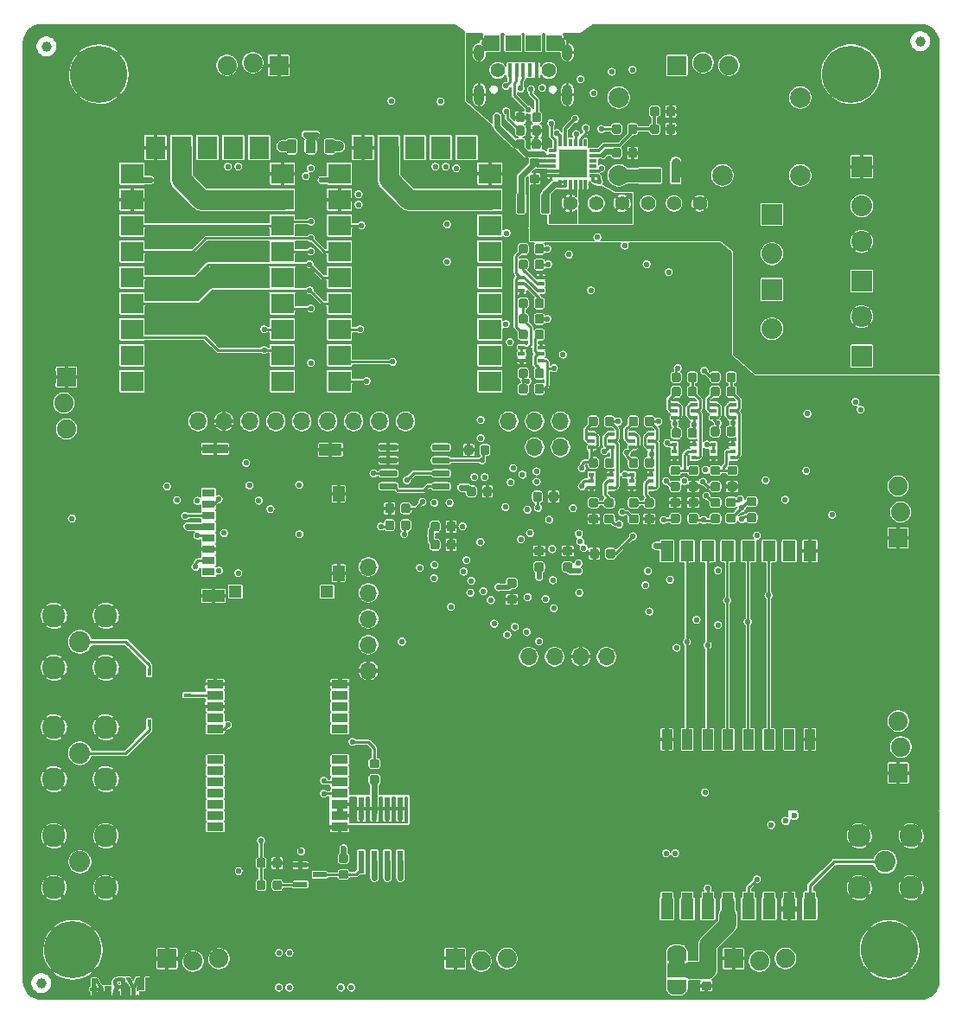
<source format=gbl>
G04 #@! TF.GenerationSoftware,KiCad,Pcbnew,(5.1.5)-3*
G04 #@! TF.CreationDate,2021-06-25T12:34:56-07:00*
G04 #@! TF.ProjectId,mainboard,6d61696e-626f-4617-9264-2e6b69636164,rev?*
G04 #@! TF.SameCoordinates,Original*
G04 #@! TF.FileFunction,Copper,L4,Bot*
G04 #@! TF.FilePolarity,Positive*
%FSLAX46Y46*%
G04 Gerber Fmt 4.6, Leading zero omitted, Abs format (unit mm)*
G04 Created by KiCad (PCBNEW (5.1.5)-3) date 2021-06-25 12:34:56*
%MOMM*%
%LPD*%
G04 APERTURE LIST*
%ADD10C,0.010000*%
%ADD11C,0.100000*%
%ADD12R,1.320800X0.558800*%
%ADD13R,0.609600X2.209800*%
%ADD14C,1.000000*%
%ADD15R,1.981200X2.286000*%
%ADD16R,2.286000X1.981200*%
%ADD17R,1.300000X2.000000*%
%ADD18R,4.800001X5.699999*%
%ADD19R,2.794000X2.794000*%
%ADD20R,0.304800X0.762000*%
%ADD21R,0.762000X0.304800*%
%ADD22R,1.900000X1.400000*%
%ADD23O,1.700000X1.700000*%
%ADD24R,0.650000X0.400000*%
%ADD25C,5.600000*%
%ADD26R,1.000000X2.000000*%
%ADD27R,2.200000X1.400000*%
%ADD28R,0.900000X1.400000*%
%ADD29C,2.006600*%
%ADD30C,2.032000*%
%ADD31R,2.032000X2.032000*%
%ADD32C,1.400000*%
%ADD33R,0.600000X0.400000*%
%ADD34R,2.800000X2.800000*%
%ADD35R,0.800000X0.300000*%
%ADD36R,0.300000X0.800000*%
%ADD37O,1.000000X1.600000*%
%ADD38O,1.000000X2.100000*%
%ADD39R,0.450000X1.350000*%
%ADD40C,1.408000*%
%ADD41C,1.270000*%
%ADD42R,1.500000X1.550000*%
%ADD43C,2.250000*%
%ADD44C,2.050000*%
%ADD45R,1.879600X1.879600*%
%ADD46C,1.879600*%
%ADD47R,1.625600X0.812800*%
%ADD48R,1.240000X0.800000*%
%ADD49R,2.500000X0.950000*%
%ADD50R,2.200000X1.150000*%
%ADD51R,1.250000X1.160000*%
%ADD52R,1.200000X1.160000*%
%ADD53R,1.150000X1.500000*%
%ADD54C,0.600000*%
%ADD55C,0.584200*%
%ADD56C,0.279400*%
%ADD57C,0.406400*%
%ADD58C,0.271781*%
%ADD59C,0.271780*%
%ADD60C,0.234950*%
%ADD61C,0.508000*%
%ADD62C,0.609600*%
%ADD63C,0.975000*%
%ADD64C,1.270000*%
%ADD65C,0.304800*%
%ADD66C,0.300000*%
%ADD67C,0.293370*%
%ADD68C,0.889000*%
%ADD69C,0.228600*%
%ADD70C,0.250000*%
%ADD71C,1.651000*%
%ADD72C,1.981200*%
%ADD73C,0.088900*%
%ADD74C,0.152400*%
%ADD75C,0.127000*%
G04 APERTURE END LIST*
D10*
G36*
X107137200Y-147142200D02*
G01*
X106502200Y-147142200D01*
X106502200Y-146837400D01*
X107137200Y-146837400D01*
X107137200Y-147142200D01*
G37*
X107137200Y-147142200D02*
X106502200Y-147142200D01*
X106502200Y-146837400D01*
X107137200Y-146837400D01*
X107137200Y-147142200D01*
G36*
X110921800Y-147650200D02*
G01*
X109905800Y-147650200D01*
X109905800Y-147345400D01*
X110553500Y-147345400D01*
X110553500Y-146024600D01*
X110921800Y-146024600D01*
X110921800Y-147650200D01*
G37*
X110921800Y-147650200D02*
X109905800Y-147650200D01*
X109905800Y-147345400D01*
X110553500Y-147345400D01*
X110553500Y-146024600D01*
X110921800Y-146024600D01*
X110921800Y-147650200D01*
G36*
X108840619Y-146027457D02*
G01*
X109046671Y-146030950D01*
X109102775Y-146164300D01*
X109127180Y-146222769D01*
X109157986Y-146297260D01*
X109192091Y-146380240D01*
X109226395Y-146464173D01*
X109245443Y-146511016D01*
X109273255Y-146578150D01*
X109298093Y-146635432D01*
X109318357Y-146679388D01*
X109332449Y-146706543D01*
X109338696Y-146713561D01*
X109346686Y-146696567D01*
X109360398Y-146663872D01*
X109372526Y-146633545D01*
X109385453Y-146601552D01*
X109406473Y-146550658D01*
X109433722Y-146485327D01*
X109465334Y-146410025D01*
X109499444Y-146329217D01*
X109514166Y-146294475D01*
X109628664Y-146024600D01*
X109830732Y-146024600D01*
X109915726Y-146025415D01*
X109978360Y-146027820D01*
X110017664Y-146031751D01*
X110032672Y-146037146D01*
X110032800Y-146037765D01*
X110026984Y-146051458D01*
X110010377Y-146085094D01*
X109984236Y-146136258D01*
X109949820Y-146202532D01*
X109908386Y-146281501D01*
X109861193Y-146370747D01*
X109809499Y-146467855D01*
X109785150Y-146513388D01*
X109537500Y-146975847D01*
X109537500Y-147650200D01*
X109169200Y-147650200D01*
X109169200Y-146975294D01*
X108917095Y-146528522D01*
X108861624Y-146430171D01*
X108809627Y-146337890D01*
X108762528Y-146254212D01*
X108721751Y-146181672D01*
X108688721Y-146122804D01*
X108664861Y-146080142D01*
X108651595Y-146056220D01*
X108649778Y-146052857D01*
X108634566Y-146023964D01*
X108840619Y-146027457D01*
G37*
X108840619Y-146027457D02*
X109046671Y-146030950D01*
X109102775Y-146164300D01*
X109127180Y-146222769D01*
X109157986Y-146297260D01*
X109192091Y-146380240D01*
X109226395Y-146464173D01*
X109245443Y-146511016D01*
X109273255Y-146578150D01*
X109298093Y-146635432D01*
X109318357Y-146679388D01*
X109332449Y-146706543D01*
X109338696Y-146713561D01*
X109346686Y-146696567D01*
X109360398Y-146663872D01*
X109372526Y-146633545D01*
X109385453Y-146601552D01*
X109406473Y-146550658D01*
X109433722Y-146485327D01*
X109465334Y-146410025D01*
X109499444Y-146329217D01*
X109514166Y-146294475D01*
X109628664Y-146024600D01*
X109830732Y-146024600D01*
X109915726Y-146025415D01*
X109978360Y-146027820D01*
X110017664Y-146031751D01*
X110032672Y-146037146D01*
X110032800Y-146037765D01*
X110026984Y-146051458D01*
X110010377Y-146085094D01*
X109984236Y-146136258D01*
X109949820Y-146202532D01*
X109908386Y-146281501D01*
X109861193Y-146370747D01*
X109809499Y-146467855D01*
X109785150Y-146513388D01*
X109537500Y-146975847D01*
X109537500Y-147650200D01*
X109169200Y-147650200D01*
X109169200Y-146975294D01*
X108917095Y-146528522D01*
X108861624Y-146430171D01*
X108809627Y-146337890D01*
X108762528Y-146254212D01*
X108721751Y-146181672D01*
X108688721Y-146122804D01*
X108664861Y-146080142D01*
X108651595Y-146056220D01*
X108649778Y-146052857D01*
X108634566Y-146023964D01*
X108840619Y-146027457D01*
G36*
X108089172Y-146021927D02*
G01*
X108178824Y-146024202D01*
X108266506Y-146027893D01*
X108346102Y-146032803D01*
X108411498Y-146038734D01*
X108450626Y-146044295D01*
X108496100Y-146052826D01*
X108496100Y-147650200D01*
X108140500Y-147650200D01*
X108140500Y-147015200D01*
X108043994Y-147015200D01*
X107973637Y-147018644D01*
X107917629Y-147030881D01*
X107873127Y-147054761D01*
X107837290Y-147093138D01*
X107807275Y-147148863D01*
X107780240Y-147224789D01*
X107759069Y-147301127D01*
X107740231Y-147372107D01*
X107719743Y-147445544D01*
X107700379Y-147511671D01*
X107687880Y-147551775D01*
X107655814Y-147650200D01*
X107277528Y-147650200D01*
X107290902Y-147615275D01*
X107298501Y-147592088D01*
X107311438Y-147549018D01*
X107328370Y-147490687D01*
X107347955Y-147421717D01*
X107367238Y-147352564D01*
X107388829Y-147276168D01*
X107409934Y-147204576D01*
X107428987Y-147142880D01*
X107444419Y-147096173D01*
X107453719Y-147071609D01*
X107477544Y-147028742D01*
X107510029Y-146984125D01*
X107545492Y-146944362D01*
X107578254Y-146916056D01*
X107595387Y-146906936D01*
X107615031Y-146897612D01*
X107615473Y-146886128D01*
X107595165Y-146869860D01*
X107562631Y-146851478D01*
X107498839Y-146807138D01*
X107438449Y-146746544D01*
X107389569Y-146678401D01*
X107374193Y-146649131D01*
X107355277Y-146587378D01*
X107346449Y-146513522D01*
X107708700Y-146513522D01*
X107710727Y-146562613D01*
X107718968Y-146597807D01*
X107736658Y-146630431D01*
X107745858Y-146643584D01*
X107769121Y-146671559D01*
X107796179Y-146693201D01*
X107833230Y-146712118D01*
X107886472Y-146731924D01*
X107911900Y-146740325D01*
X107932974Y-146743320D01*
X107972006Y-146745792D01*
X108021553Y-146747308D01*
X108035725Y-146747497D01*
X108140500Y-146748500D01*
X108140500Y-146304483D01*
X108108158Y-146296366D01*
X108064617Y-146290762D01*
X108007387Y-146290494D01*
X107944635Y-146294796D01*
X107884527Y-146302903D01*
X107835229Y-146314049D01*
X107809535Y-146324359D01*
X107756184Y-146366513D01*
X107723442Y-146420186D01*
X107709492Y-146488783D01*
X107708700Y-146513522D01*
X107346449Y-146513522D01*
X107346225Y-146511648D01*
X107347008Y-146431356D01*
X107357592Y-146355917D01*
X107375351Y-146300221D01*
X107421892Y-146219378D01*
X107482162Y-146153889D01*
X107558171Y-146102638D01*
X107651928Y-146064507D01*
X107765444Y-146038380D01*
X107869534Y-146025569D01*
X107928413Y-146022413D01*
X108003663Y-146021265D01*
X108089172Y-146021927D01*
G37*
X108089172Y-146021927D02*
X108178824Y-146024202D01*
X108266506Y-146027893D01*
X108346102Y-146032803D01*
X108411498Y-146038734D01*
X108450626Y-146044295D01*
X108496100Y-146052826D01*
X108496100Y-147650200D01*
X108140500Y-147650200D01*
X108140500Y-147015200D01*
X108043994Y-147015200D01*
X107973637Y-147018644D01*
X107917629Y-147030881D01*
X107873127Y-147054761D01*
X107837290Y-147093138D01*
X107807275Y-147148863D01*
X107780240Y-147224789D01*
X107759069Y-147301127D01*
X107740231Y-147372107D01*
X107719743Y-147445544D01*
X107700379Y-147511671D01*
X107687880Y-147551775D01*
X107655814Y-147650200D01*
X107277528Y-147650200D01*
X107290902Y-147615275D01*
X107298501Y-147592088D01*
X107311438Y-147549018D01*
X107328370Y-147490687D01*
X107347955Y-147421717D01*
X107367238Y-147352564D01*
X107388829Y-147276168D01*
X107409934Y-147204576D01*
X107428987Y-147142880D01*
X107444419Y-147096173D01*
X107453719Y-147071609D01*
X107477544Y-147028742D01*
X107510029Y-146984125D01*
X107545492Y-146944362D01*
X107578254Y-146916056D01*
X107595387Y-146906936D01*
X107615031Y-146897612D01*
X107615473Y-146886128D01*
X107595165Y-146869860D01*
X107562631Y-146851478D01*
X107498839Y-146807138D01*
X107438449Y-146746544D01*
X107389569Y-146678401D01*
X107374193Y-146649131D01*
X107355277Y-146587378D01*
X107346449Y-146513522D01*
X107708700Y-146513522D01*
X107710727Y-146562613D01*
X107718968Y-146597807D01*
X107736658Y-146630431D01*
X107745858Y-146643584D01*
X107769121Y-146671559D01*
X107796179Y-146693201D01*
X107833230Y-146712118D01*
X107886472Y-146731924D01*
X107911900Y-146740325D01*
X107932974Y-146743320D01*
X107972006Y-146745792D01*
X108021553Y-146747308D01*
X108035725Y-146747497D01*
X108140500Y-146748500D01*
X108140500Y-146304483D01*
X108108158Y-146296366D01*
X108064617Y-146290762D01*
X108007387Y-146290494D01*
X107944635Y-146294796D01*
X107884527Y-146302903D01*
X107835229Y-146314049D01*
X107809535Y-146324359D01*
X107756184Y-146366513D01*
X107723442Y-146420186D01*
X107709492Y-146488783D01*
X107708700Y-146513522D01*
X107346449Y-146513522D01*
X107346225Y-146511648D01*
X107347008Y-146431356D01*
X107357592Y-146355917D01*
X107375351Y-146300221D01*
X107421892Y-146219378D01*
X107482162Y-146153889D01*
X107558171Y-146102638D01*
X107651928Y-146064507D01*
X107765444Y-146038380D01*
X107869534Y-146025569D01*
X107928413Y-146022413D01*
X108003663Y-146021265D01*
X108089172Y-146021927D01*
G36*
X105759250Y-146088416D02*
G01*
X106054525Y-146564916D01*
X106349800Y-147041415D01*
X106349800Y-147268791D01*
X106003725Y-147272170D01*
X105657650Y-147275550D01*
X105650620Y-147650200D01*
X105308400Y-147650200D01*
X105308400Y-147269200D01*
X105117900Y-147269200D01*
X105117900Y-147002500D01*
X105308400Y-147002500D01*
X105308400Y-146534392D01*
X105647607Y-146534392D01*
X105647906Y-146614095D01*
X105648550Y-146684990D01*
X105652150Y-147002500D01*
X106009408Y-147002500D01*
X105984628Y-146961225D01*
X105969254Y-146935762D01*
X105943747Y-146893675D01*
X105911182Y-146840032D01*
X105874636Y-146779904D01*
X105859396Y-146754850D01*
X105818532Y-146685696D01*
X105777609Y-146612993D01*
X105740895Y-146544536D01*
X105712657Y-146488123D01*
X105708297Y-146478741D01*
X105685978Y-146431162D01*
X105667268Y-146393751D01*
X105654746Y-146371542D01*
X105651300Y-146367607D01*
X105649702Y-146379703D01*
X105648534Y-146413798D01*
X105647826Y-146466494D01*
X105647607Y-146534392D01*
X105308400Y-146534392D01*
X105308400Y-146088100D01*
X105759250Y-146088416D01*
G37*
X105759250Y-146088416D02*
X106054525Y-146564916D01*
X106349800Y-147041415D01*
X106349800Y-147268791D01*
X106003725Y-147272170D01*
X105657650Y-147275550D01*
X105650620Y-147650200D01*
X105308400Y-147650200D01*
X105308400Y-147269200D01*
X105117900Y-147269200D01*
X105117900Y-147002500D01*
X105308400Y-147002500D01*
X105308400Y-146534392D01*
X105647607Y-146534392D01*
X105647906Y-146614095D01*
X105648550Y-146684990D01*
X105652150Y-147002500D01*
X106009408Y-147002500D01*
X105984628Y-146961225D01*
X105969254Y-146935762D01*
X105943747Y-146893675D01*
X105911182Y-146840032D01*
X105874636Y-146779904D01*
X105859396Y-146754850D01*
X105818532Y-146685696D01*
X105777609Y-146612993D01*
X105740895Y-146544536D01*
X105712657Y-146488123D01*
X105708297Y-146478741D01*
X105685978Y-146431162D01*
X105667268Y-146393751D01*
X105654746Y-146371542D01*
X105651300Y-146367607D01*
X105649702Y-146379703D01*
X105648534Y-146413798D01*
X105647826Y-146466494D01*
X105647607Y-146534392D01*
X105308400Y-146534392D01*
X105308400Y-146088100D01*
X105759250Y-146088416D01*
D11*
G36*
X161839520Y-144188000D02*
G01*
X161839520Y-144688000D01*
X163363520Y-144688000D01*
X163363520Y-144188000D01*
X161839520Y-144188000D01*
G37*
G04 #@! TA.AperFunction,SMDPad,CuDef*
G36*
X165758691Y-144826053D02*
G01*
X165779926Y-144829203D01*
X165800750Y-144834419D01*
X165820962Y-144841651D01*
X165840368Y-144850830D01*
X165858781Y-144861866D01*
X165876024Y-144874654D01*
X165891930Y-144889070D01*
X165906346Y-144904976D01*
X165919134Y-144922219D01*
X165930170Y-144940632D01*
X165939349Y-144960038D01*
X165946581Y-144980250D01*
X165951797Y-145001074D01*
X165954947Y-145022309D01*
X165956000Y-145043750D01*
X165956000Y-145481250D01*
X165954947Y-145502691D01*
X165951797Y-145523926D01*
X165946581Y-145544750D01*
X165939349Y-145564962D01*
X165930170Y-145584368D01*
X165919134Y-145602781D01*
X165906346Y-145620024D01*
X165891930Y-145635930D01*
X165876024Y-145650346D01*
X165858781Y-145663134D01*
X165840368Y-145674170D01*
X165820962Y-145683349D01*
X165800750Y-145690581D01*
X165779926Y-145695797D01*
X165758691Y-145698947D01*
X165737250Y-145700000D01*
X165224750Y-145700000D01*
X165203309Y-145698947D01*
X165182074Y-145695797D01*
X165161250Y-145690581D01*
X165141038Y-145683349D01*
X165121632Y-145674170D01*
X165103219Y-145663134D01*
X165085976Y-145650346D01*
X165070070Y-145635930D01*
X165055654Y-145620024D01*
X165042866Y-145602781D01*
X165031830Y-145584368D01*
X165022651Y-145564962D01*
X165015419Y-145544750D01*
X165010203Y-145523926D01*
X165007053Y-145502691D01*
X165006000Y-145481250D01*
X165006000Y-145043750D01*
X165007053Y-145022309D01*
X165010203Y-145001074D01*
X165015419Y-144980250D01*
X165022651Y-144960038D01*
X165031830Y-144940632D01*
X165042866Y-144922219D01*
X165055654Y-144904976D01*
X165070070Y-144889070D01*
X165085976Y-144874654D01*
X165103219Y-144861866D01*
X165121632Y-144850830D01*
X165141038Y-144841651D01*
X165161250Y-144834419D01*
X165182074Y-144829203D01*
X165203309Y-144826053D01*
X165224750Y-144825000D01*
X165737250Y-144825000D01*
X165758691Y-144826053D01*
G37*
G04 #@! TD.AperFunction*
G04 #@! TA.AperFunction,SMDPad,CuDef*
G36*
X165758691Y-146401053D02*
G01*
X165779926Y-146404203D01*
X165800750Y-146409419D01*
X165820962Y-146416651D01*
X165840368Y-146425830D01*
X165858781Y-146436866D01*
X165876024Y-146449654D01*
X165891930Y-146464070D01*
X165906346Y-146479976D01*
X165919134Y-146497219D01*
X165930170Y-146515632D01*
X165939349Y-146535038D01*
X165946581Y-146555250D01*
X165951797Y-146576074D01*
X165954947Y-146597309D01*
X165956000Y-146618750D01*
X165956000Y-147056250D01*
X165954947Y-147077691D01*
X165951797Y-147098926D01*
X165946581Y-147119750D01*
X165939349Y-147139962D01*
X165930170Y-147159368D01*
X165919134Y-147177781D01*
X165906346Y-147195024D01*
X165891930Y-147210930D01*
X165876024Y-147225346D01*
X165858781Y-147238134D01*
X165840368Y-147249170D01*
X165820962Y-147258349D01*
X165800750Y-147265581D01*
X165779926Y-147270797D01*
X165758691Y-147273947D01*
X165737250Y-147275000D01*
X165224750Y-147275000D01*
X165203309Y-147273947D01*
X165182074Y-147270797D01*
X165161250Y-147265581D01*
X165141038Y-147258349D01*
X165121632Y-147249170D01*
X165103219Y-147238134D01*
X165085976Y-147225346D01*
X165070070Y-147210930D01*
X165055654Y-147195024D01*
X165042866Y-147177781D01*
X165031830Y-147159368D01*
X165022651Y-147139962D01*
X165015419Y-147119750D01*
X165010203Y-147098926D01*
X165007053Y-147077691D01*
X165006000Y-147056250D01*
X165006000Y-146618750D01*
X165007053Y-146597309D01*
X165010203Y-146576074D01*
X165015419Y-146555250D01*
X165022651Y-146535038D01*
X165031830Y-146515632D01*
X165042866Y-146497219D01*
X165055654Y-146479976D01*
X165070070Y-146464070D01*
X165085976Y-146449654D01*
X165103219Y-146436866D01*
X165121632Y-146425830D01*
X165141038Y-146416651D01*
X165161250Y-146409419D01*
X165182074Y-146404203D01*
X165203309Y-146401053D01*
X165224750Y-146400000D01*
X165737250Y-146400000D01*
X165758691Y-146401053D01*
G37*
G04 #@! TD.AperFunction*
D12*
X127593400Y-135938096D03*
X125713800Y-134985596D03*
X125713800Y-136890596D03*
D13*
X135509000Y-129463800D03*
X134239000Y-129463800D03*
X132969000Y-129463800D03*
X131699000Y-129463800D03*
X131699000Y-134696200D03*
X132969000Y-134696200D03*
X134239000Y-134696200D03*
X135509000Y-134696200D03*
D14*
X186436000Y-54356000D03*
X100838000Y-54864000D03*
X100330000Y-146558000D03*
D15*
X131826000Y-64757300D03*
X134366000Y-64757300D03*
X136906000Y-64757300D03*
X139446000Y-64757300D03*
X141986000Y-64757300D03*
D16*
X144272000Y-67297300D03*
X144272000Y-69837300D03*
X144272000Y-72377300D03*
X144272000Y-74917300D03*
X144272000Y-77457300D03*
X144272000Y-79997300D03*
X144272000Y-82537300D03*
X144272000Y-85077300D03*
X144272000Y-87617300D03*
X129540000Y-87617300D03*
X129540000Y-85077300D03*
X129540000Y-82537300D03*
X129540000Y-79997300D03*
X129540000Y-77457300D03*
X129540000Y-74917300D03*
X129540000Y-72377300D03*
X129540000Y-69837300D03*
X129540000Y-67297300D03*
D15*
X111503460Y-64757300D03*
X114043460Y-64757300D03*
X116583460Y-64757300D03*
X119123460Y-64757300D03*
X121663460Y-64757300D03*
D16*
X123949460Y-67297300D03*
X123949460Y-69837300D03*
X123949460Y-72377300D03*
X123949460Y-74917300D03*
X123949460Y-77457300D03*
X123949460Y-79997300D03*
X123949460Y-82537300D03*
X123949460Y-85077300D03*
X123949460Y-87617300D03*
X109217460Y-87617300D03*
X109217460Y-85077300D03*
X109217460Y-82537300D03*
X109217460Y-79997300D03*
X109217460Y-77457300D03*
X109217460Y-74917300D03*
X109217460Y-72377300D03*
X109217460Y-69837300D03*
X109217460Y-67297300D03*
G04 #@! TA.AperFunction,SMDPad,CuDef*
D11*
G36*
X128865782Y-63941634D02*
G01*
X128889443Y-63945144D01*
X128912647Y-63950956D01*
X128935169Y-63959014D01*
X128956793Y-63969242D01*
X128977310Y-63981539D01*
X128996523Y-63995789D01*
X129014247Y-64011853D01*
X129030311Y-64029577D01*
X129044561Y-64048790D01*
X129056858Y-64069307D01*
X129067086Y-64090931D01*
X129075144Y-64113453D01*
X129080956Y-64136657D01*
X129084466Y-64160318D01*
X129085640Y-64184210D01*
X129085640Y-65096710D01*
X129084466Y-65120602D01*
X129080956Y-65144263D01*
X129075144Y-65167467D01*
X129067086Y-65189989D01*
X129056858Y-65211613D01*
X129044561Y-65232130D01*
X129030311Y-65251343D01*
X129014247Y-65269067D01*
X128996523Y-65285131D01*
X128977310Y-65299381D01*
X128956793Y-65311678D01*
X128935169Y-65321906D01*
X128912647Y-65329964D01*
X128889443Y-65335776D01*
X128865782Y-65339286D01*
X128841890Y-65340460D01*
X128354390Y-65340460D01*
X128330498Y-65339286D01*
X128306837Y-65335776D01*
X128283633Y-65329964D01*
X128261111Y-65321906D01*
X128239487Y-65311678D01*
X128218970Y-65299381D01*
X128199757Y-65285131D01*
X128182033Y-65269067D01*
X128165969Y-65251343D01*
X128151719Y-65232130D01*
X128139422Y-65211613D01*
X128129194Y-65189989D01*
X128121136Y-65167467D01*
X128115324Y-65144263D01*
X128111814Y-65120602D01*
X128110640Y-65096710D01*
X128110640Y-64184210D01*
X128111814Y-64160318D01*
X128115324Y-64136657D01*
X128121136Y-64113453D01*
X128129194Y-64090931D01*
X128139422Y-64069307D01*
X128151719Y-64048790D01*
X128165969Y-64029577D01*
X128182033Y-64011853D01*
X128199757Y-63995789D01*
X128218970Y-63981539D01*
X128239487Y-63969242D01*
X128261111Y-63959014D01*
X128283633Y-63950956D01*
X128306837Y-63945144D01*
X128330498Y-63941634D01*
X128354390Y-63940460D01*
X128841890Y-63940460D01*
X128865782Y-63941634D01*
G37*
G04 #@! TD.AperFunction*
G04 #@! TA.AperFunction,SMDPad,CuDef*
G36*
X126990782Y-63941634D02*
G01*
X127014443Y-63945144D01*
X127037647Y-63950956D01*
X127060169Y-63959014D01*
X127081793Y-63969242D01*
X127102310Y-63981539D01*
X127121523Y-63995789D01*
X127139247Y-64011853D01*
X127155311Y-64029577D01*
X127169561Y-64048790D01*
X127181858Y-64069307D01*
X127192086Y-64090931D01*
X127200144Y-64113453D01*
X127205956Y-64136657D01*
X127209466Y-64160318D01*
X127210640Y-64184210D01*
X127210640Y-65096710D01*
X127209466Y-65120602D01*
X127205956Y-65144263D01*
X127200144Y-65167467D01*
X127192086Y-65189989D01*
X127181858Y-65211613D01*
X127169561Y-65232130D01*
X127155311Y-65251343D01*
X127139247Y-65269067D01*
X127121523Y-65285131D01*
X127102310Y-65299381D01*
X127081793Y-65311678D01*
X127060169Y-65321906D01*
X127037647Y-65329964D01*
X127014443Y-65335776D01*
X126990782Y-65339286D01*
X126966890Y-65340460D01*
X126479390Y-65340460D01*
X126455498Y-65339286D01*
X126431837Y-65335776D01*
X126408633Y-65329964D01*
X126386111Y-65321906D01*
X126364487Y-65311678D01*
X126343970Y-65299381D01*
X126324757Y-65285131D01*
X126307033Y-65269067D01*
X126290969Y-65251343D01*
X126276719Y-65232130D01*
X126264422Y-65211613D01*
X126254194Y-65189989D01*
X126246136Y-65167467D01*
X126240324Y-65144263D01*
X126236814Y-65120602D01*
X126235640Y-65096710D01*
X126235640Y-64184210D01*
X126236814Y-64160318D01*
X126240324Y-64136657D01*
X126246136Y-64113453D01*
X126254194Y-64090931D01*
X126264422Y-64069307D01*
X126276719Y-64048790D01*
X126290969Y-64029577D01*
X126307033Y-64011853D01*
X126324757Y-63995789D01*
X126343970Y-63981539D01*
X126364487Y-63969242D01*
X126386111Y-63959014D01*
X126408633Y-63950956D01*
X126431837Y-63945144D01*
X126455498Y-63941634D01*
X126479390Y-63940460D01*
X126966890Y-63940460D01*
X126990782Y-63941634D01*
G37*
G04 #@! TD.AperFunction*
G04 #@! TA.AperFunction,SMDPad,CuDef*
G36*
X126999672Y-63941634D02*
G01*
X127023333Y-63945144D01*
X127046537Y-63950956D01*
X127069059Y-63959014D01*
X127090683Y-63969242D01*
X127111200Y-63981539D01*
X127130413Y-63995789D01*
X127148137Y-64011853D01*
X127164201Y-64029577D01*
X127178451Y-64048790D01*
X127190748Y-64069307D01*
X127200976Y-64090931D01*
X127209034Y-64113453D01*
X127214846Y-64136657D01*
X127218356Y-64160318D01*
X127219530Y-64184210D01*
X127219530Y-65096710D01*
X127218356Y-65120602D01*
X127214846Y-65144263D01*
X127209034Y-65167467D01*
X127200976Y-65189989D01*
X127190748Y-65211613D01*
X127178451Y-65232130D01*
X127164201Y-65251343D01*
X127148137Y-65269067D01*
X127130413Y-65285131D01*
X127111200Y-65299381D01*
X127090683Y-65311678D01*
X127069059Y-65321906D01*
X127046537Y-65329964D01*
X127023333Y-65335776D01*
X126999672Y-65339286D01*
X126975780Y-65340460D01*
X126488280Y-65340460D01*
X126464388Y-65339286D01*
X126440727Y-65335776D01*
X126417523Y-65329964D01*
X126395001Y-65321906D01*
X126373377Y-65311678D01*
X126352860Y-65299381D01*
X126333647Y-65285131D01*
X126315923Y-65269067D01*
X126299859Y-65251343D01*
X126285609Y-65232130D01*
X126273312Y-65211613D01*
X126263084Y-65189989D01*
X126255026Y-65167467D01*
X126249214Y-65144263D01*
X126245704Y-65120602D01*
X126244530Y-65096710D01*
X126244530Y-64184210D01*
X126245704Y-64160318D01*
X126249214Y-64136657D01*
X126255026Y-64113453D01*
X126263084Y-64090931D01*
X126273312Y-64069307D01*
X126285609Y-64048790D01*
X126299859Y-64029577D01*
X126315923Y-64011853D01*
X126333647Y-63995789D01*
X126352860Y-63981539D01*
X126373377Y-63969242D01*
X126395001Y-63959014D01*
X126417523Y-63950956D01*
X126440727Y-63945144D01*
X126464388Y-63941634D01*
X126488280Y-63940460D01*
X126975780Y-63940460D01*
X126999672Y-63941634D01*
G37*
G04 #@! TD.AperFunction*
G04 #@! TA.AperFunction,SMDPad,CuDef*
G36*
X125124672Y-63941634D02*
G01*
X125148333Y-63945144D01*
X125171537Y-63950956D01*
X125194059Y-63959014D01*
X125215683Y-63969242D01*
X125236200Y-63981539D01*
X125255413Y-63995789D01*
X125273137Y-64011853D01*
X125289201Y-64029577D01*
X125303451Y-64048790D01*
X125315748Y-64069307D01*
X125325976Y-64090931D01*
X125334034Y-64113453D01*
X125339846Y-64136657D01*
X125343356Y-64160318D01*
X125344530Y-64184210D01*
X125344530Y-65096710D01*
X125343356Y-65120602D01*
X125339846Y-65144263D01*
X125334034Y-65167467D01*
X125325976Y-65189989D01*
X125315748Y-65211613D01*
X125303451Y-65232130D01*
X125289201Y-65251343D01*
X125273137Y-65269067D01*
X125255413Y-65285131D01*
X125236200Y-65299381D01*
X125215683Y-65311678D01*
X125194059Y-65321906D01*
X125171537Y-65329964D01*
X125148333Y-65335776D01*
X125124672Y-65339286D01*
X125100780Y-65340460D01*
X124613280Y-65340460D01*
X124589388Y-65339286D01*
X124565727Y-65335776D01*
X124542523Y-65329964D01*
X124520001Y-65321906D01*
X124498377Y-65311678D01*
X124477860Y-65299381D01*
X124458647Y-65285131D01*
X124440923Y-65269067D01*
X124424859Y-65251343D01*
X124410609Y-65232130D01*
X124398312Y-65211613D01*
X124388084Y-65189989D01*
X124380026Y-65167467D01*
X124374214Y-65144263D01*
X124370704Y-65120602D01*
X124369530Y-65096710D01*
X124369530Y-64184210D01*
X124370704Y-64160318D01*
X124374214Y-64136657D01*
X124380026Y-64113453D01*
X124388084Y-64090931D01*
X124398312Y-64069307D01*
X124410609Y-64048790D01*
X124424859Y-64029577D01*
X124440923Y-64011853D01*
X124458647Y-63995789D01*
X124477860Y-63981539D01*
X124498377Y-63969242D01*
X124520001Y-63959014D01*
X124542523Y-63950956D01*
X124565727Y-63945144D01*
X124589388Y-63941634D01*
X124613280Y-63940460D01*
X125100780Y-63940460D01*
X125124672Y-63941634D01*
G37*
G04 #@! TD.AperFunction*
D17*
X161617520Y-139266000D03*
X163617520Y-139266000D03*
X165617520Y-139266000D03*
X167617520Y-139266000D03*
X169617520Y-139266000D03*
X171617520Y-139266000D03*
X173617520Y-139266000D03*
X175617520Y-139266000D03*
X161617520Y-104266000D03*
X163617520Y-104266000D03*
X165617520Y-104266000D03*
X167617520Y-104266000D03*
X169617520Y-104266000D03*
X171617520Y-104266000D03*
X173617520Y-104266000D03*
X175617520Y-104266000D03*
D18*
X170367520Y-127698500D03*
D19*
X112161878Y-118604150D03*
D20*
X113911878Y-116104150D03*
X113411878Y-116104150D03*
X112911878Y-116104150D03*
X112411878Y-116104150D03*
X111911878Y-116104150D03*
X111411878Y-116104150D03*
X110911878Y-116104150D03*
X110411878Y-116104150D03*
D21*
X109661878Y-116854150D03*
X109661878Y-117354150D03*
X109661878Y-117854150D03*
X109661878Y-118354150D03*
X109661878Y-118854150D03*
X109661878Y-119354150D03*
X109661878Y-119854150D03*
X109661878Y-120354150D03*
D20*
X110411878Y-121104150D03*
X110911878Y-121104150D03*
X111411878Y-121104150D03*
X111911878Y-121104150D03*
X112411878Y-121104150D03*
X112911878Y-121104150D03*
X113411878Y-121104150D03*
X113911878Y-121104150D03*
D21*
X114661878Y-120354150D03*
X114661878Y-119854150D03*
X114661878Y-119354150D03*
X114661878Y-118854150D03*
X114661878Y-118354150D03*
X114661878Y-117854150D03*
X114661878Y-117354150D03*
X114661878Y-116854150D03*
G04 #@! TA.AperFunction,SMDPad,CuDef*
D11*
G36*
X163550677Y-146988000D02*
G01*
X163550677Y-147022347D01*
X163543944Y-147090711D01*
X163530542Y-147158086D01*
X163510601Y-147223823D01*
X163484313Y-147287289D01*
X163451930Y-147347872D01*
X163413765Y-147404990D01*
X163370186Y-147458091D01*
X163321611Y-147506666D01*
X163268510Y-147550245D01*
X163211392Y-147588410D01*
X163150809Y-147620793D01*
X163087343Y-147647081D01*
X163021606Y-147667022D01*
X162954231Y-147680424D01*
X162885867Y-147687157D01*
X162851520Y-147687157D01*
X162851520Y-147688000D01*
X162351520Y-147688000D01*
X162351520Y-147687157D01*
X162317173Y-147687157D01*
X162248809Y-147680424D01*
X162181434Y-147667022D01*
X162115697Y-147647081D01*
X162052231Y-147620793D01*
X161991648Y-147588410D01*
X161934530Y-147550245D01*
X161881429Y-147506666D01*
X161832854Y-147458091D01*
X161789275Y-147404990D01*
X161751110Y-147347872D01*
X161718727Y-147287289D01*
X161692439Y-147223823D01*
X161672498Y-147158086D01*
X161659096Y-147090711D01*
X161652363Y-147022347D01*
X161652363Y-146988000D01*
X161651520Y-146988000D01*
X161651520Y-146238000D01*
X163551520Y-146238000D01*
X163551520Y-146988000D01*
X163550677Y-146988000D01*
G37*
G04 #@! TD.AperFunction*
D22*
X162601520Y-145288000D03*
G04 #@! TA.AperFunction,SMDPad,CuDef*
D11*
G36*
X161651520Y-144338000D02*
G01*
X161651520Y-143588000D01*
X161652363Y-143588000D01*
X161652363Y-143553653D01*
X161659096Y-143485289D01*
X161672498Y-143417914D01*
X161692439Y-143352177D01*
X161718727Y-143288711D01*
X161751110Y-143228128D01*
X161789275Y-143171010D01*
X161832854Y-143117909D01*
X161881429Y-143069334D01*
X161934530Y-143025755D01*
X161991648Y-142987590D01*
X162052231Y-142955207D01*
X162115697Y-142928919D01*
X162181434Y-142908978D01*
X162248809Y-142895576D01*
X162317173Y-142888843D01*
X162351520Y-142888843D01*
X162351520Y-142888000D01*
X162851520Y-142888000D01*
X162851520Y-142888843D01*
X162885867Y-142888843D01*
X162954231Y-142895576D01*
X163021606Y-142908978D01*
X163087343Y-142928919D01*
X163150809Y-142955207D01*
X163211392Y-142987590D01*
X163268510Y-143025755D01*
X163321611Y-143069334D01*
X163370186Y-143117909D01*
X163413765Y-143171010D01*
X163451930Y-143228128D01*
X163484313Y-143288711D01*
X163510601Y-143352177D01*
X163530542Y-143417914D01*
X163543944Y-143485289D01*
X163550677Y-143553653D01*
X163550677Y-143588000D01*
X163551520Y-143588000D01*
X163551520Y-144338000D01*
X161651520Y-144338000D01*
G37*
G04 #@! TD.AperFunction*
D23*
X155702000Y-114604800D03*
X153162000Y-114604800D03*
X150622000Y-114604800D03*
X148082000Y-114604800D03*
D24*
X156144000Y-94122000D03*
X156144000Y-92822000D03*
X154244000Y-93472000D03*
X156144000Y-93472000D03*
X154244000Y-92822000D03*
X154244000Y-94122000D03*
D23*
X136017000Y-91567000D03*
X133477000Y-91567000D03*
X130937000Y-91567000D03*
X128397000Y-91567000D03*
X125857000Y-91567000D03*
X123317000Y-91567000D03*
X120777000Y-91567000D03*
X118237000Y-91567000D03*
X115697000Y-91567000D03*
D25*
X103426100Y-143294100D03*
X183426100Y-143294100D03*
X179626100Y-57569100D03*
D26*
X161617520Y-122683000D03*
X163617520Y-122683000D03*
X165617520Y-122683000D03*
X167617520Y-122683000D03*
X169617520Y-122683000D03*
X171617520Y-122683000D03*
X173617520Y-122683000D03*
X175617520Y-122683000D03*
X175617520Y-138683000D03*
X173617520Y-138683000D03*
X171617520Y-138683000D03*
X169617520Y-138683000D03*
X167617520Y-138683000D03*
X165617520Y-138683000D03*
X163617520Y-138683000D03*
X161617520Y-138683000D03*
D27*
X159936000Y-67500500D03*
D28*
X162486000Y-67500500D03*
G04 #@! TA.AperFunction,SMDPad,CuDef*
D11*
G36*
X149959808Y-69231855D02*
G01*
X149977048Y-69234413D01*
X149993955Y-69238647D01*
X150010365Y-69244519D01*
X150026120Y-69251971D01*
X150041069Y-69260931D01*
X150055068Y-69271313D01*
X150067982Y-69283018D01*
X150079687Y-69295932D01*
X150090069Y-69309931D01*
X150099029Y-69324880D01*
X150106481Y-69340635D01*
X150112353Y-69357045D01*
X150116587Y-69373952D01*
X150119145Y-69391192D01*
X150120000Y-69408600D01*
X150120000Y-71053400D01*
X150119145Y-71070808D01*
X150116587Y-71088048D01*
X150112353Y-71104955D01*
X150106481Y-71121365D01*
X150099029Y-71137120D01*
X150090069Y-71152069D01*
X150079687Y-71166068D01*
X150067982Y-71178982D01*
X150055068Y-71190687D01*
X150041069Y-71201069D01*
X150026120Y-71210029D01*
X150010365Y-71217481D01*
X149993955Y-71223353D01*
X149977048Y-71227587D01*
X149959808Y-71230145D01*
X149942400Y-71231000D01*
X149497600Y-71231000D01*
X149480192Y-71230145D01*
X149462952Y-71227587D01*
X149446045Y-71223353D01*
X149429635Y-71217481D01*
X149413880Y-71210029D01*
X149398931Y-71201069D01*
X149384932Y-71190687D01*
X149372018Y-71178982D01*
X149360313Y-71166068D01*
X149349931Y-71152069D01*
X149340971Y-71137120D01*
X149333519Y-71121365D01*
X149327647Y-71104955D01*
X149323413Y-71088048D01*
X149320855Y-71070808D01*
X149320000Y-71053400D01*
X149320000Y-69408600D01*
X149320855Y-69391192D01*
X149323413Y-69373952D01*
X149327647Y-69357045D01*
X149333519Y-69340635D01*
X149340971Y-69324880D01*
X149349931Y-69309931D01*
X149360313Y-69295932D01*
X149372018Y-69283018D01*
X149384932Y-69271313D01*
X149398931Y-69260931D01*
X149413880Y-69251971D01*
X149429635Y-69244519D01*
X149446045Y-69238647D01*
X149462952Y-69234413D01*
X149480192Y-69231855D01*
X149497600Y-69231000D01*
X149942400Y-69231000D01*
X149959808Y-69231855D01*
G37*
G04 #@! TD.AperFunction*
G04 #@! TA.AperFunction,SMDPad,CuDef*
G36*
X147559808Y-69231855D02*
G01*
X147577048Y-69234413D01*
X147593955Y-69238647D01*
X147610365Y-69244519D01*
X147626120Y-69251971D01*
X147641069Y-69260931D01*
X147655068Y-69271313D01*
X147667982Y-69283018D01*
X147679687Y-69295932D01*
X147690069Y-69309931D01*
X147699029Y-69324880D01*
X147706481Y-69340635D01*
X147712353Y-69357045D01*
X147716587Y-69373952D01*
X147719145Y-69391192D01*
X147720000Y-69408600D01*
X147720000Y-71053400D01*
X147719145Y-71070808D01*
X147716587Y-71088048D01*
X147712353Y-71104955D01*
X147706481Y-71121365D01*
X147699029Y-71137120D01*
X147690069Y-71152069D01*
X147679687Y-71166068D01*
X147667982Y-71178982D01*
X147655068Y-71190687D01*
X147641069Y-71201069D01*
X147626120Y-71210029D01*
X147610365Y-71217481D01*
X147593955Y-71223353D01*
X147577048Y-71227587D01*
X147559808Y-71230145D01*
X147542400Y-71231000D01*
X147097600Y-71231000D01*
X147080192Y-71230145D01*
X147062952Y-71227587D01*
X147046045Y-71223353D01*
X147029635Y-71217481D01*
X147013880Y-71210029D01*
X146998931Y-71201069D01*
X146984932Y-71190687D01*
X146972018Y-71178982D01*
X146960313Y-71166068D01*
X146949931Y-71152069D01*
X146940971Y-71137120D01*
X146933519Y-71121365D01*
X146927647Y-71104955D01*
X146923413Y-71088048D01*
X146920855Y-71070808D01*
X146920000Y-71053400D01*
X146920000Y-69408600D01*
X146920855Y-69391192D01*
X146923413Y-69373952D01*
X146927647Y-69357045D01*
X146933519Y-69340635D01*
X146940971Y-69324880D01*
X146949931Y-69309931D01*
X146960313Y-69295932D01*
X146972018Y-69283018D01*
X146984932Y-69271313D01*
X146998931Y-69260931D01*
X147013880Y-69251971D01*
X147029635Y-69244519D01*
X147046045Y-69238647D01*
X147062952Y-69234413D01*
X147080192Y-69231855D01*
X147097600Y-69231000D01*
X147542400Y-69231000D01*
X147559808Y-69231855D01*
G37*
G04 #@! TD.AperFunction*
D29*
X156892300Y-59865096D03*
X174672300Y-59865096D03*
X174672300Y-67485096D03*
X167052300Y-67485096D03*
X156892300Y-67485096D03*
D30*
X171917100Y-82504896D03*
D31*
X171917100Y-78649296D03*
X180708100Y-77816296D03*
D30*
X180708100Y-73960696D03*
D31*
X180708100Y-85171896D03*
D30*
X180708100Y-81316296D03*
X171917100Y-75149296D03*
D31*
X171917100Y-71293696D03*
D30*
X180708100Y-70479800D03*
D31*
X180708100Y-66624200D03*
D23*
X151193500Y-94107000D03*
X148653500Y-94107000D03*
D32*
X164846000Y-70231000D03*
X162306000Y-70231000D03*
X159766000Y-70231000D03*
X157226000Y-70231000D03*
X154686000Y-70231000D03*
X152146000Y-70231000D03*
D23*
X151193500Y-91567000D03*
X148653500Y-91567000D03*
X146113500Y-91567000D03*
G04 #@! TA.AperFunction,SMDPad,CuDef*
D11*
G36*
X147788691Y-79536053D02*
G01*
X147809926Y-79539203D01*
X147830750Y-79544419D01*
X147850962Y-79551651D01*
X147870368Y-79560830D01*
X147888781Y-79571866D01*
X147906024Y-79584654D01*
X147921930Y-79599070D01*
X147936346Y-79614976D01*
X147949134Y-79632219D01*
X147960170Y-79650632D01*
X147969349Y-79670038D01*
X147976581Y-79690250D01*
X147981797Y-79711074D01*
X147984947Y-79732309D01*
X147986000Y-79753750D01*
X147986000Y-80266250D01*
X147984947Y-80287691D01*
X147981797Y-80308926D01*
X147976581Y-80329750D01*
X147969349Y-80349962D01*
X147960170Y-80369368D01*
X147949134Y-80387781D01*
X147936346Y-80405024D01*
X147921930Y-80420930D01*
X147906024Y-80435346D01*
X147888781Y-80448134D01*
X147870368Y-80459170D01*
X147850962Y-80468349D01*
X147830750Y-80475581D01*
X147809926Y-80480797D01*
X147788691Y-80483947D01*
X147767250Y-80485000D01*
X147329750Y-80485000D01*
X147308309Y-80483947D01*
X147287074Y-80480797D01*
X147266250Y-80475581D01*
X147246038Y-80468349D01*
X147226632Y-80459170D01*
X147208219Y-80448134D01*
X147190976Y-80435346D01*
X147175070Y-80420930D01*
X147160654Y-80405024D01*
X147147866Y-80387781D01*
X147136830Y-80369368D01*
X147127651Y-80349962D01*
X147120419Y-80329750D01*
X147115203Y-80308926D01*
X147112053Y-80287691D01*
X147111000Y-80266250D01*
X147111000Y-79753750D01*
X147112053Y-79732309D01*
X147115203Y-79711074D01*
X147120419Y-79690250D01*
X147127651Y-79670038D01*
X147136830Y-79650632D01*
X147147866Y-79632219D01*
X147160654Y-79614976D01*
X147175070Y-79599070D01*
X147190976Y-79584654D01*
X147208219Y-79571866D01*
X147226632Y-79560830D01*
X147246038Y-79551651D01*
X147266250Y-79544419D01*
X147287074Y-79539203D01*
X147308309Y-79536053D01*
X147329750Y-79535000D01*
X147767250Y-79535000D01*
X147788691Y-79536053D01*
G37*
G04 #@! TD.AperFunction*
G04 #@! TA.AperFunction,SMDPad,CuDef*
G36*
X149363691Y-79536053D02*
G01*
X149384926Y-79539203D01*
X149405750Y-79544419D01*
X149425962Y-79551651D01*
X149445368Y-79560830D01*
X149463781Y-79571866D01*
X149481024Y-79584654D01*
X149496930Y-79599070D01*
X149511346Y-79614976D01*
X149524134Y-79632219D01*
X149535170Y-79650632D01*
X149544349Y-79670038D01*
X149551581Y-79690250D01*
X149556797Y-79711074D01*
X149559947Y-79732309D01*
X149561000Y-79753750D01*
X149561000Y-80266250D01*
X149559947Y-80287691D01*
X149556797Y-80308926D01*
X149551581Y-80329750D01*
X149544349Y-80349962D01*
X149535170Y-80369368D01*
X149524134Y-80387781D01*
X149511346Y-80405024D01*
X149496930Y-80420930D01*
X149481024Y-80435346D01*
X149463781Y-80448134D01*
X149445368Y-80459170D01*
X149425962Y-80468349D01*
X149405750Y-80475581D01*
X149384926Y-80480797D01*
X149363691Y-80483947D01*
X149342250Y-80485000D01*
X148904750Y-80485000D01*
X148883309Y-80483947D01*
X148862074Y-80480797D01*
X148841250Y-80475581D01*
X148821038Y-80468349D01*
X148801632Y-80459170D01*
X148783219Y-80448134D01*
X148765976Y-80435346D01*
X148750070Y-80420930D01*
X148735654Y-80405024D01*
X148722866Y-80387781D01*
X148711830Y-80369368D01*
X148702651Y-80349962D01*
X148695419Y-80329750D01*
X148690203Y-80308926D01*
X148687053Y-80287691D01*
X148686000Y-80266250D01*
X148686000Y-79753750D01*
X148687053Y-79732309D01*
X148690203Y-79711074D01*
X148695419Y-79690250D01*
X148702651Y-79670038D01*
X148711830Y-79650632D01*
X148722866Y-79632219D01*
X148735654Y-79614976D01*
X148750070Y-79599070D01*
X148765976Y-79584654D01*
X148783219Y-79571866D01*
X148801632Y-79560830D01*
X148821038Y-79551651D01*
X148841250Y-79544419D01*
X148862074Y-79539203D01*
X148883309Y-79536053D01*
X148904750Y-79535000D01*
X149342250Y-79535000D01*
X149363691Y-79536053D01*
G37*
G04 #@! TD.AperFunction*
D24*
X149286000Y-78755000D03*
X149286000Y-77455000D03*
X147386000Y-78105000D03*
X149286000Y-78105000D03*
X147386000Y-77455000D03*
X147386000Y-78755000D03*
X149286000Y-85613000D03*
X149286000Y-84313000D03*
X147386000Y-84963000D03*
X149286000Y-84963000D03*
X147386000Y-84313000D03*
X147386000Y-85613000D03*
G04 #@! TA.AperFunction,SMDPad,CuDef*
D11*
G36*
X166584691Y-92083653D02*
G01*
X166605926Y-92086803D01*
X166626750Y-92092019D01*
X166646962Y-92099251D01*
X166666368Y-92108430D01*
X166684781Y-92119466D01*
X166702024Y-92132254D01*
X166717930Y-92146670D01*
X166732346Y-92162576D01*
X166745134Y-92179819D01*
X166756170Y-92198232D01*
X166765349Y-92217638D01*
X166772581Y-92237850D01*
X166777797Y-92258674D01*
X166780947Y-92279909D01*
X166782000Y-92301350D01*
X166782000Y-92813850D01*
X166780947Y-92835291D01*
X166777797Y-92856526D01*
X166772581Y-92877350D01*
X166765349Y-92897562D01*
X166756170Y-92916968D01*
X166745134Y-92935381D01*
X166732346Y-92952624D01*
X166717930Y-92968530D01*
X166702024Y-92982946D01*
X166684781Y-92995734D01*
X166666368Y-93006770D01*
X166646962Y-93015949D01*
X166626750Y-93023181D01*
X166605926Y-93028397D01*
X166584691Y-93031547D01*
X166563250Y-93032600D01*
X166125750Y-93032600D01*
X166104309Y-93031547D01*
X166083074Y-93028397D01*
X166062250Y-93023181D01*
X166042038Y-93015949D01*
X166022632Y-93006770D01*
X166004219Y-92995734D01*
X165986976Y-92982946D01*
X165971070Y-92968530D01*
X165956654Y-92952624D01*
X165943866Y-92935381D01*
X165932830Y-92916968D01*
X165923651Y-92897562D01*
X165916419Y-92877350D01*
X165911203Y-92856526D01*
X165908053Y-92835291D01*
X165907000Y-92813850D01*
X165907000Y-92301350D01*
X165908053Y-92279909D01*
X165911203Y-92258674D01*
X165916419Y-92237850D01*
X165923651Y-92217638D01*
X165932830Y-92198232D01*
X165943866Y-92179819D01*
X165956654Y-92162576D01*
X165971070Y-92146670D01*
X165986976Y-92132254D01*
X166004219Y-92119466D01*
X166022632Y-92108430D01*
X166042038Y-92099251D01*
X166062250Y-92092019D01*
X166083074Y-92086803D01*
X166104309Y-92083653D01*
X166125750Y-92082600D01*
X166563250Y-92082600D01*
X166584691Y-92083653D01*
G37*
G04 #@! TD.AperFunction*
G04 #@! TA.AperFunction,SMDPad,CuDef*
G36*
X168159691Y-92083653D02*
G01*
X168180926Y-92086803D01*
X168201750Y-92092019D01*
X168221962Y-92099251D01*
X168241368Y-92108430D01*
X168259781Y-92119466D01*
X168277024Y-92132254D01*
X168292930Y-92146670D01*
X168307346Y-92162576D01*
X168320134Y-92179819D01*
X168331170Y-92198232D01*
X168340349Y-92217638D01*
X168347581Y-92237850D01*
X168352797Y-92258674D01*
X168355947Y-92279909D01*
X168357000Y-92301350D01*
X168357000Y-92813850D01*
X168355947Y-92835291D01*
X168352797Y-92856526D01*
X168347581Y-92877350D01*
X168340349Y-92897562D01*
X168331170Y-92916968D01*
X168320134Y-92935381D01*
X168307346Y-92952624D01*
X168292930Y-92968530D01*
X168277024Y-92982946D01*
X168259781Y-92995734D01*
X168241368Y-93006770D01*
X168221962Y-93015949D01*
X168201750Y-93023181D01*
X168180926Y-93028397D01*
X168159691Y-93031547D01*
X168138250Y-93032600D01*
X167700750Y-93032600D01*
X167679309Y-93031547D01*
X167658074Y-93028397D01*
X167637250Y-93023181D01*
X167617038Y-93015949D01*
X167597632Y-93006770D01*
X167579219Y-92995734D01*
X167561976Y-92982946D01*
X167546070Y-92968530D01*
X167531654Y-92952624D01*
X167518866Y-92935381D01*
X167507830Y-92916968D01*
X167498651Y-92897562D01*
X167491419Y-92877350D01*
X167486203Y-92856526D01*
X167483053Y-92835291D01*
X167482000Y-92813850D01*
X167482000Y-92301350D01*
X167483053Y-92279909D01*
X167486203Y-92258674D01*
X167491419Y-92237850D01*
X167498651Y-92217638D01*
X167507830Y-92198232D01*
X167518866Y-92179819D01*
X167531654Y-92162576D01*
X167546070Y-92146670D01*
X167561976Y-92132254D01*
X167579219Y-92119466D01*
X167597632Y-92108430D01*
X167617038Y-92099251D01*
X167637250Y-92092019D01*
X167658074Y-92086803D01*
X167679309Y-92083653D01*
X167700750Y-92082600D01*
X168138250Y-92082600D01*
X168159691Y-92083653D01*
G37*
G04 #@! TD.AperFunction*
G04 #@! TA.AperFunction,SMDPad,CuDef*
G36*
X162774691Y-92236053D02*
G01*
X162795926Y-92239203D01*
X162816750Y-92244419D01*
X162836962Y-92251651D01*
X162856368Y-92260830D01*
X162874781Y-92271866D01*
X162892024Y-92284654D01*
X162907930Y-92299070D01*
X162922346Y-92314976D01*
X162935134Y-92332219D01*
X162946170Y-92350632D01*
X162955349Y-92370038D01*
X162962581Y-92390250D01*
X162967797Y-92411074D01*
X162970947Y-92432309D01*
X162972000Y-92453750D01*
X162972000Y-92966250D01*
X162970947Y-92987691D01*
X162967797Y-93008926D01*
X162962581Y-93029750D01*
X162955349Y-93049962D01*
X162946170Y-93069368D01*
X162935134Y-93087781D01*
X162922346Y-93105024D01*
X162907930Y-93120930D01*
X162892024Y-93135346D01*
X162874781Y-93148134D01*
X162856368Y-93159170D01*
X162836962Y-93168349D01*
X162816750Y-93175581D01*
X162795926Y-93180797D01*
X162774691Y-93183947D01*
X162753250Y-93185000D01*
X162315750Y-93185000D01*
X162294309Y-93183947D01*
X162273074Y-93180797D01*
X162252250Y-93175581D01*
X162232038Y-93168349D01*
X162212632Y-93159170D01*
X162194219Y-93148134D01*
X162176976Y-93135346D01*
X162161070Y-93120930D01*
X162146654Y-93105024D01*
X162133866Y-93087781D01*
X162122830Y-93069368D01*
X162113651Y-93049962D01*
X162106419Y-93029750D01*
X162101203Y-93008926D01*
X162098053Y-92987691D01*
X162097000Y-92966250D01*
X162097000Y-92453750D01*
X162098053Y-92432309D01*
X162101203Y-92411074D01*
X162106419Y-92390250D01*
X162113651Y-92370038D01*
X162122830Y-92350632D01*
X162133866Y-92332219D01*
X162146654Y-92314976D01*
X162161070Y-92299070D01*
X162176976Y-92284654D01*
X162194219Y-92271866D01*
X162212632Y-92260830D01*
X162232038Y-92251651D01*
X162252250Y-92244419D01*
X162273074Y-92239203D01*
X162294309Y-92236053D01*
X162315750Y-92235000D01*
X162753250Y-92235000D01*
X162774691Y-92236053D01*
G37*
G04 #@! TD.AperFunction*
G04 #@! TA.AperFunction,SMDPad,CuDef*
G36*
X164349691Y-92236053D02*
G01*
X164370926Y-92239203D01*
X164391750Y-92244419D01*
X164411962Y-92251651D01*
X164431368Y-92260830D01*
X164449781Y-92271866D01*
X164467024Y-92284654D01*
X164482930Y-92299070D01*
X164497346Y-92314976D01*
X164510134Y-92332219D01*
X164521170Y-92350632D01*
X164530349Y-92370038D01*
X164537581Y-92390250D01*
X164542797Y-92411074D01*
X164545947Y-92432309D01*
X164547000Y-92453750D01*
X164547000Y-92966250D01*
X164545947Y-92987691D01*
X164542797Y-93008926D01*
X164537581Y-93029750D01*
X164530349Y-93049962D01*
X164521170Y-93069368D01*
X164510134Y-93087781D01*
X164497346Y-93105024D01*
X164482930Y-93120930D01*
X164467024Y-93135346D01*
X164449781Y-93148134D01*
X164431368Y-93159170D01*
X164411962Y-93168349D01*
X164391750Y-93175581D01*
X164370926Y-93180797D01*
X164349691Y-93183947D01*
X164328250Y-93185000D01*
X163890750Y-93185000D01*
X163869309Y-93183947D01*
X163848074Y-93180797D01*
X163827250Y-93175581D01*
X163807038Y-93168349D01*
X163787632Y-93159170D01*
X163769219Y-93148134D01*
X163751976Y-93135346D01*
X163736070Y-93120930D01*
X163721654Y-93105024D01*
X163708866Y-93087781D01*
X163697830Y-93069368D01*
X163688651Y-93049962D01*
X163681419Y-93029750D01*
X163676203Y-93008926D01*
X163673053Y-92987691D01*
X163672000Y-92966250D01*
X163672000Y-92453750D01*
X163673053Y-92432309D01*
X163676203Y-92411074D01*
X163681419Y-92390250D01*
X163688651Y-92370038D01*
X163697830Y-92350632D01*
X163708866Y-92332219D01*
X163721654Y-92314976D01*
X163736070Y-92299070D01*
X163751976Y-92284654D01*
X163769219Y-92271866D01*
X163787632Y-92260830D01*
X163807038Y-92251651D01*
X163827250Y-92244419D01*
X163848074Y-92239203D01*
X163869309Y-92236053D01*
X163890750Y-92235000D01*
X164328250Y-92235000D01*
X164349691Y-92236053D01*
G37*
G04 #@! TD.AperFunction*
G04 #@! TA.AperFunction,SMDPad,CuDef*
G36*
X154646691Y-95157053D02*
G01*
X154667926Y-95160203D01*
X154688750Y-95165419D01*
X154708962Y-95172651D01*
X154728368Y-95181830D01*
X154746781Y-95192866D01*
X154764024Y-95205654D01*
X154779930Y-95220070D01*
X154794346Y-95235976D01*
X154807134Y-95253219D01*
X154818170Y-95271632D01*
X154827349Y-95291038D01*
X154834581Y-95311250D01*
X154839797Y-95332074D01*
X154842947Y-95353309D01*
X154844000Y-95374750D01*
X154844000Y-95887250D01*
X154842947Y-95908691D01*
X154839797Y-95929926D01*
X154834581Y-95950750D01*
X154827349Y-95970962D01*
X154818170Y-95990368D01*
X154807134Y-96008781D01*
X154794346Y-96026024D01*
X154779930Y-96041930D01*
X154764024Y-96056346D01*
X154746781Y-96069134D01*
X154728368Y-96080170D01*
X154708962Y-96089349D01*
X154688750Y-96096581D01*
X154667926Y-96101797D01*
X154646691Y-96104947D01*
X154625250Y-96106000D01*
X154187750Y-96106000D01*
X154166309Y-96104947D01*
X154145074Y-96101797D01*
X154124250Y-96096581D01*
X154104038Y-96089349D01*
X154084632Y-96080170D01*
X154066219Y-96069134D01*
X154048976Y-96056346D01*
X154033070Y-96041930D01*
X154018654Y-96026024D01*
X154005866Y-96008781D01*
X153994830Y-95990368D01*
X153985651Y-95970962D01*
X153978419Y-95950750D01*
X153973203Y-95929926D01*
X153970053Y-95908691D01*
X153969000Y-95887250D01*
X153969000Y-95374750D01*
X153970053Y-95353309D01*
X153973203Y-95332074D01*
X153978419Y-95311250D01*
X153985651Y-95291038D01*
X153994830Y-95271632D01*
X154005866Y-95253219D01*
X154018654Y-95235976D01*
X154033070Y-95220070D01*
X154048976Y-95205654D01*
X154066219Y-95192866D01*
X154084632Y-95181830D01*
X154104038Y-95172651D01*
X154124250Y-95165419D01*
X154145074Y-95160203D01*
X154166309Y-95157053D01*
X154187750Y-95156000D01*
X154625250Y-95156000D01*
X154646691Y-95157053D01*
G37*
G04 #@! TD.AperFunction*
G04 #@! TA.AperFunction,SMDPad,CuDef*
G36*
X156221691Y-95157053D02*
G01*
X156242926Y-95160203D01*
X156263750Y-95165419D01*
X156283962Y-95172651D01*
X156303368Y-95181830D01*
X156321781Y-95192866D01*
X156339024Y-95205654D01*
X156354930Y-95220070D01*
X156369346Y-95235976D01*
X156382134Y-95253219D01*
X156393170Y-95271632D01*
X156402349Y-95291038D01*
X156409581Y-95311250D01*
X156414797Y-95332074D01*
X156417947Y-95353309D01*
X156419000Y-95374750D01*
X156419000Y-95887250D01*
X156417947Y-95908691D01*
X156414797Y-95929926D01*
X156409581Y-95950750D01*
X156402349Y-95970962D01*
X156393170Y-95990368D01*
X156382134Y-96008781D01*
X156369346Y-96026024D01*
X156354930Y-96041930D01*
X156339024Y-96056346D01*
X156321781Y-96069134D01*
X156303368Y-96080170D01*
X156283962Y-96089349D01*
X156263750Y-96096581D01*
X156242926Y-96101797D01*
X156221691Y-96104947D01*
X156200250Y-96106000D01*
X155762750Y-96106000D01*
X155741309Y-96104947D01*
X155720074Y-96101797D01*
X155699250Y-96096581D01*
X155679038Y-96089349D01*
X155659632Y-96080170D01*
X155641219Y-96069134D01*
X155623976Y-96056346D01*
X155608070Y-96041930D01*
X155593654Y-96026024D01*
X155580866Y-96008781D01*
X155569830Y-95990368D01*
X155560651Y-95970962D01*
X155553419Y-95950750D01*
X155548203Y-95929926D01*
X155545053Y-95908691D01*
X155544000Y-95887250D01*
X155544000Y-95374750D01*
X155545053Y-95353309D01*
X155548203Y-95332074D01*
X155553419Y-95311250D01*
X155560651Y-95291038D01*
X155569830Y-95271632D01*
X155580866Y-95253219D01*
X155593654Y-95235976D01*
X155608070Y-95220070D01*
X155623976Y-95205654D01*
X155641219Y-95192866D01*
X155659632Y-95181830D01*
X155679038Y-95172651D01*
X155699250Y-95165419D01*
X155720074Y-95160203D01*
X155741309Y-95157053D01*
X155762750Y-95156000D01*
X156200250Y-95156000D01*
X156221691Y-95157053D01*
G37*
G04 #@! TD.AperFunction*
G04 #@! TA.AperFunction,SMDPad,CuDef*
G36*
X158583691Y-95157053D02*
G01*
X158604926Y-95160203D01*
X158625750Y-95165419D01*
X158645962Y-95172651D01*
X158665368Y-95181830D01*
X158683781Y-95192866D01*
X158701024Y-95205654D01*
X158716930Y-95220070D01*
X158731346Y-95235976D01*
X158744134Y-95253219D01*
X158755170Y-95271632D01*
X158764349Y-95291038D01*
X158771581Y-95311250D01*
X158776797Y-95332074D01*
X158779947Y-95353309D01*
X158781000Y-95374750D01*
X158781000Y-95887250D01*
X158779947Y-95908691D01*
X158776797Y-95929926D01*
X158771581Y-95950750D01*
X158764349Y-95970962D01*
X158755170Y-95990368D01*
X158744134Y-96008781D01*
X158731346Y-96026024D01*
X158716930Y-96041930D01*
X158701024Y-96056346D01*
X158683781Y-96069134D01*
X158665368Y-96080170D01*
X158645962Y-96089349D01*
X158625750Y-96096581D01*
X158604926Y-96101797D01*
X158583691Y-96104947D01*
X158562250Y-96106000D01*
X158124750Y-96106000D01*
X158103309Y-96104947D01*
X158082074Y-96101797D01*
X158061250Y-96096581D01*
X158041038Y-96089349D01*
X158021632Y-96080170D01*
X158003219Y-96069134D01*
X157985976Y-96056346D01*
X157970070Y-96041930D01*
X157955654Y-96026024D01*
X157942866Y-96008781D01*
X157931830Y-95990368D01*
X157922651Y-95970962D01*
X157915419Y-95950750D01*
X157910203Y-95929926D01*
X157907053Y-95908691D01*
X157906000Y-95887250D01*
X157906000Y-95374750D01*
X157907053Y-95353309D01*
X157910203Y-95332074D01*
X157915419Y-95311250D01*
X157922651Y-95291038D01*
X157931830Y-95271632D01*
X157942866Y-95253219D01*
X157955654Y-95235976D01*
X157970070Y-95220070D01*
X157985976Y-95205654D01*
X158003219Y-95192866D01*
X158021632Y-95181830D01*
X158041038Y-95172651D01*
X158061250Y-95165419D01*
X158082074Y-95160203D01*
X158103309Y-95157053D01*
X158124750Y-95156000D01*
X158562250Y-95156000D01*
X158583691Y-95157053D01*
G37*
G04 #@! TD.AperFunction*
G04 #@! TA.AperFunction,SMDPad,CuDef*
G36*
X160158691Y-95157053D02*
G01*
X160179926Y-95160203D01*
X160200750Y-95165419D01*
X160220962Y-95172651D01*
X160240368Y-95181830D01*
X160258781Y-95192866D01*
X160276024Y-95205654D01*
X160291930Y-95220070D01*
X160306346Y-95235976D01*
X160319134Y-95253219D01*
X160330170Y-95271632D01*
X160339349Y-95291038D01*
X160346581Y-95311250D01*
X160351797Y-95332074D01*
X160354947Y-95353309D01*
X160356000Y-95374750D01*
X160356000Y-95887250D01*
X160354947Y-95908691D01*
X160351797Y-95929926D01*
X160346581Y-95950750D01*
X160339349Y-95970962D01*
X160330170Y-95990368D01*
X160319134Y-96008781D01*
X160306346Y-96026024D01*
X160291930Y-96041930D01*
X160276024Y-96056346D01*
X160258781Y-96069134D01*
X160240368Y-96080170D01*
X160220962Y-96089349D01*
X160200750Y-96096581D01*
X160179926Y-96101797D01*
X160158691Y-96104947D01*
X160137250Y-96106000D01*
X159699750Y-96106000D01*
X159678309Y-96104947D01*
X159657074Y-96101797D01*
X159636250Y-96096581D01*
X159616038Y-96089349D01*
X159596632Y-96080170D01*
X159578219Y-96069134D01*
X159560976Y-96056346D01*
X159545070Y-96041930D01*
X159530654Y-96026024D01*
X159517866Y-96008781D01*
X159506830Y-95990368D01*
X159497651Y-95970962D01*
X159490419Y-95950750D01*
X159485203Y-95929926D01*
X159482053Y-95908691D01*
X159481000Y-95887250D01*
X159481000Y-95374750D01*
X159482053Y-95353309D01*
X159485203Y-95332074D01*
X159490419Y-95311250D01*
X159497651Y-95291038D01*
X159506830Y-95271632D01*
X159517866Y-95253219D01*
X159530654Y-95235976D01*
X159545070Y-95220070D01*
X159560976Y-95205654D01*
X159578219Y-95192866D01*
X159596632Y-95181830D01*
X159616038Y-95172651D01*
X159636250Y-95165419D01*
X159657074Y-95160203D01*
X159678309Y-95157053D01*
X159699750Y-95156000D01*
X160137250Y-95156000D01*
X160158691Y-95157053D01*
G37*
G04 #@! TD.AperFunction*
G04 #@! TA.AperFunction,SMDPad,CuDef*
G36*
X166647691Y-95931053D02*
G01*
X166668926Y-95934203D01*
X166689750Y-95939419D01*
X166709962Y-95946651D01*
X166729368Y-95955830D01*
X166747781Y-95966866D01*
X166765024Y-95979654D01*
X166780930Y-95994070D01*
X166795346Y-96009976D01*
X166808134Y-96027219D01*
X166819170Y-96045632D01*
X166828349Y-96065038D01*
X166835581Y-96085250D01*
X166840797Y-96106074D01*
X166843947Y-96127309D01*
X166845000Y-96148750D01*
X166845000Y-96586250D01*
X166843947Y-96607691D01*
X166840797Y-96628926D01*
X166835581Y-96649750D01*
X166828349Y-96669962D01*
X166819170Y-96689368D01*
X166808134Y-96707781D01*
X166795346Y-96725024D01*
X166780930Y-96740930D01*
X166765024Y-96755346D01*
X166747781Y-96768134D01*
X166729368Y-96779170D01*
X166709962Y-96788349D01*
X166689750Y-96795581D01*
X166668926Y-96800797D01*
X166647691Y-96803947D01*
X166626250Y-96805000D01*
X166113750Y-96805000D01*
X166092309Y-96803947D01*
X166071074Y-96800797D01*
X166050250Y-96795581D01*
X166030038Y-96788349D01*
X166010632Y-96779170D01*
X165992219Y-96768134D01*
X165974976Y-96755346D01*
X165959070Y-96740930D01*
X165944654Y-96725024D01*
X165931866Y-96707781D01*
X165920830Y-96689368D01*
X165911651Y-96669962D01*
X165904419Y-96649750D01*
X165899203Y-96628926D01*
X165896053Y-96607691D01*
X165895000Y-96586250D01*
X165895000Y-96148750D01*
X165896053Y-96127309D01*
X165899203Y-96106074D01*
X165904419Y-96085250D01*
X165911651Y-96065038D01*
X165920830Y-96045632D01*
X165931866Y-96027219D01*
X165944654Y-96009976D01*
X165959070Y-95994070D01*
X165974976Y-95979654D01*
X165992219Y-95966866D01*
X166010632Y-95955830D01*
X166030038Y-95946651D01*
X166050250Y-95939419D01*
X166071074Y-95934203D01*
X166092309Y-95931053D01*
X166113750Y-95930000D01*
X166626250Y-95930000D01*
X166647691Y-95931053D01*
G37*
G04 #@! TD.AperFunction*
G04 #@! TA.AperFunction,SMDPad,CuDef*
G36*
X166647691Y-97506053D02*
G01*
X166668926Y-97509203D01*
X166689750Y-97514419D01*
X166709962Y-97521651D01*
X166729368Y-97530830D01*
X166747781Y-97541866D01*
X166765024Y-97554654D01*
X166780930Y-97569070D01*
X166795346Y-97584976D01*
X166808134Y-97602219D01*
X166819170Y-97620632D01*
X166828349Y-97640038D01*
X166835581Y-97660250D01*
X166840797Y-97681074D01*
X166843947Y-97702309D01*
X166845000Y-97723750D01*
X166845000Y-98161250D01*
X166843947Y-98182691D01*
X166840797Y-98203926D01*
X166835581Y-98224750D01*
X166828349Y-98244962D01*
X166819170Y-98264368D01*
X166808134Y-98282781D01*
X166795346Y-98300024D01*
X166780930Y-98315930D01*
X166765024Y-98330346D01*
X166747781Y-98343134D01*
X166729368Y-98354170D01*
X166709962Y-98363349D01*
X166689750Y-98370581D01*
X166668926Y-98375797D01*
X166647691Y-98378947D01*
X166626250Y-98380000D01*
X166113750Y-98380000D01*
X166092309Y-98378947D01*
X166071074Y-98375797D01*
X166050250Y-98370581D01*
X166030038Y-98363349D01*
X166010632Y-98354170D01*
X165992219Y-98343134D01*
X165974976Y-98330346D01*
X165959070Y-98315930D01*
X165944654Y-98300024D01*
X165931866Y-98282781D01*
X165920830Y-98264368D01*
X165911651Y-98244962D01*
X165904419Y-98224750D01*
X165899203Y-98203926D01*
X165896053Y-98182691D01*
X165895000Y-98161250D01*
X165895000Y-97723750D01*
X165896053Y-97702309D01*
X165899203Y-97681074D01*
X165904419Y-97660250D01*
X165911651Y-97640038D01*
X165920830Y-97620632D01*
X165931866Y-97602219D01*
X165944654Y-97584976D01*
X165959070Y-97569070D01*
X165974976Y-97554654D01*
X165992219Y-97541866D01*
X166010632Y-97530830D01*
X166030038Y-97521651D01*
X166050250Y-97514419D01*
X166071074Y-97509203D01*
X166092309Y-97506053D01*
X166113750Y-97505000D01*
X166626250Y-97505000D01*
X166647691Y-97506053D01*
G37*
G04 #@! TD.AperFunction*
G04 #@! TA.AperFunction,SMDPad,CuDef*
G36*
X162710691Y-95931053D02*
G01*
X162731926Y-95934203D01*
X162752750Y-95939419D01*
X162772962Y-95946651D01*
X162792368Y-95955830D01*
X162810781Y-95966866D01*
X162828024Y-95979654D01*
X162843930Y-95994070D01*
X162858346Y-96009976D01*
X162871134Y-96027219D01*
X162882170Y-96045632D01*
X162891349Y-96065038D01*
X162898581Y-96085250D01*
X162903797Y-96106074D01*
X162906947Y-96127309D01*
X162908000Y-96148750D01*
X162908000Y-96586250D01*
X162906947Y-96607691D01*
X162903797Y-96628926D01*
X162898581Y-96649750D01*
X162891349Y-96669962D01*
X162882170Y-96689368D01*
X162871134Y-96707781D01*
X162858346Y-96725024D01*
X162843930Y-96740930D01*
X162828024Y-96755346D01*
X162810781Y-96768134D01*
X162792368Y-96779170D01*
X162772962Y-96788349D01*
X162752750Y-96795581D01*
X162731926Y-96800797D01*
X162710691Y-96803947D01*
X162689250Y-96805000D01*
X162176750Y-96805000D01*
X162155309Y-96803947D01*
X162134074Y-96800797D01*
X162113250Y-96795581D01*
X162093038Y-96788349D01*
X162073632Y-96779170D01*
X162055219Y-96768134D01*
X162037976Y-96755346D01*
X162022070Y-96740930D01*
X162007654Y-96725024D01*
X161994866Y-96707781D01*
X161983830Y-96689368D01*
X161974651Y-96669962D01*
X161967419Y-96649750D01*
X161962203Y-96628926D01*
X161959053Y-96607691D01*
X161958000Y-96586250D01*
X161958000Y-96148750D01*
X161959053Y-96127309D01*
X161962203Y-96106074D01*
X161967419Y-96085250D01*
X161974651Y-96065038D01*
X161983830Y-96045632D01*
X161994866Y-96027219D01*
X162007654Y-96009976D01*
X162022070Y-95994070D01*
X162037976Y-95979654D01*
X162055219Y-95966866D01*
X162073632Y-95955830D01*
X162093038Y-95946651D01*
X162113250Y-95939419D01*
X162134074Y-95934203D01*
X162155309Y-95931053D01*
X162176750Y-95930000D01*
X162689250Y-95930000D01*
X162710691Y-95931053D01*
G37*
G04 #@! TD.AperFunction*
G04 #@! TA.AperFunction,SMDPad,CuDef*
G36*
X162710691Y-97506053D02*
G01*
X162731926Y-97509203D01*
X162752750Y-97514419D01*
X162772962Y-97521651D01*
X162792368Y-97530830D01*
X162810781Y-97541866D01*
X162828024Y-97554654D01*
X162843930Y-97569070D01*
X162858346Y-97584976D01*
X162871134Y-97602219D01*
X162882170Y-97620632D01*
X162891349Y-97640038D01*
X162898581Y-97660250D01*
X162903797Y-97681074D01*
X162906947Y-97702309D01*
X162908000Y-97723750D01*
X162908000Y-98161250D01*
X162906947Y-98182691D01*
X162903797Y-98203926D01*
X162898581Y-98224750D01*
X162891349Y-98244962D01*
X162882170Y-98264368D01*
X162871134Y-98282781D01*
X162858346Y-98300024D01*
X162843930Y-98315930D01*
X162828024Y-98330346D01*
X162810781Y-98343134D01*
X162792368Y-98354170D01*
X162772962Y-98363349D01*
X162752750Y-98370581D01*
X162731926Y-98375797D01*
X162710691Y-98378947D01*
X162689250Y-98380000D01*
X162176750Y-98380000D01*
X162155309Y-98378947D01*
X162134074Y-98375797D01*
X162113250Y-98370581D01*
X162093038Y-98363349D01*
X162073632Y-98354170D01*
X162055219Y-98343134D01*
X162037976Y-98330346D01*
X162022070Y-98315930D01*
X162007654Y-98300024D01*
X161994866Y-98282781D01*
X161983830Y-98264368D01*
X161974651Y-98244962D01*
X161967419Y-98224750D01*
X161962203Y-98203926D01*
X161959053Y-98182691D01*
X161958000Y-98161250D01*
X161958000Y-97723750D01*
X161959053Y-97702309D01*
X161962203Y-97681074D01*
X161967419Y-97660250D01*
X161974651Y-97640038D01*
X161983830Y-97620632D01*
X161994866Y-97602219D01*
X162007654Y-97584976D01*
X162022070Y-97569070D01*
X162037976Y-97554654D01*
X162055219Y-97541866D01*
X162073632Y-97530830D01*
X162093038Y-97521651D01*
X162113250Y-97514419D01*
X162134074Y-97509203D01*
X162155309Y-97506053D01*
X162176750Y-97505000D01*
X162689250Y-97505000D01*
X162710691Y-97506053D01*
G37*
G04 #@! TD.AperFunction*
G04 #@! TA.AperFunction,SMDPad,CuDef*
G36*
X168159691Y-88172053D02*
G01*
X168180926Y-88175203D01*
X168201750Y-88180419D01*
X168221962Y-88187651D01*
X168241368Y-88196830D01*
X168259781Y-88207866D01*
X168277024Y-88220654D01*
X168292930Y-88235070D01*
X168307346Y-88250976D01*
X168320134Y-88268219D01*
X168331170Y-88286632D01*
X168340349Y-88306038D01*
X168347581Y-88326250D01*
X168352797Y-88347074D01*
X168355947Y-88368309D01*
X168357000Y-88389750D01*
X168357000Y-88902250D01*
X168355947Y-88923691D01*
X168352797Y-88944926D01*
X168347581Y-88965750D01*
X168340349Y-88985962D01*
X168331170Y-89005368D01*
X168320134Y-89023781D01*
X168307346Y-89041024D01*
X168292930Y-89056930D01*
X168277024Y-89071346D01*
X168259781Y-89084134D01*
X168241368Y-89095170D01*
X168221962Y-89104349D01*
X168201750Y-89111581D01*
X168180926Y-89116797D01*
X168159691Y-89119947D01*
X168138250Y-89121000D01*
X167700750Y-89121000D01*
X167679309Y-89119947D01*
X167658074Y-89116797D01*
X167637250Y-89111581D01*
X167617038Y-89104349D01*
X167597632Y-89095170D01*
X167579219Y-89084134D01*
X167561976Y-89071346D01*
X167546070Y-89056930D01*
X167531654Y-89041024D01*
X167518866Y-89023781D01*
X167507830Y-89005368D01*
X167498651Y-88985962D01*
X167491419Y-88965750D01*
X167486203Y-88944926D01*
X167483053Y-88923691D01*
X167482000Y-88902250D01*
X167482000Y-88389750D01*
X167483053Y-88368309D01*
X167486203Y-88347074D01*
X167491419Y-88326250D01*
X167498651Y-88306038D01*
X167507830Y-88286632D01*
X167518866Y-88268219D01*
X167531654Y-88250976D01*
X167546070Y-88235070D01*
X167561976Y-88220654D01*
X167579219Y-88207866D01*
X167597632Y-88196830D01*
X167617038Y-88187651D01*
X167637250Y-88180419D01*
X167658074Y-88175203D01*
X167679309Y-88172053D01*
X167700750Y-88171000D01*
X168138250Y-88171000D01*
X168159691Y-88172053D01*
G37*
G04 #@! TD.AperFunction*
G04 #@! TA.AperFunction,SMDPad,CuDef*
G36*
X166584691Y-88172053D02*
G01*
X166605926Y-88175203D01*
X166626750Y-88180419D01*
X166646962Y-88187651D01*
X166666368Y-88196830D01*
X166684781Y-88207866D01*
X166702024Y-88220654D01*
X166717930Y-88235070D01*
X166732346Y-88250976D01*
X166745134Y-88268219D01*
X166756170Y-88286632D01*
X166765349Y-88306038D01*
X166772581Y-88326250D01*
X166777797Y-88347074D01*
X166780947Y-88368309D01*
X166782000Y-88389750D01*
X166782000Y-88902250D01*
X166780947Y-88923691D01*
X166777797Y-88944926D01*
X166772581Y-88965750D01*
X166765349Y-88985962D01*
X166756170Y-89005368D01*
X166745134Y-89023781D01*
X166732346Y-89041024D01*
X166717930Y-89056930D01*
X166702024Y-89071346D01*
X166684781Y-89084134D01*
X166666368Y-89095170D01*
X166646962Y-89104349D01*
X166626750Y-89111581D01*
X166605926Y-89116797D01*
X166584691Y-89119947D01*
X166563250Y-89121000D01*
X166125750Y-89121000D01*
X166104309Y-89119947D01*
X166083074Y-89116797D01*
X166062250Y-89111581D01*
X166042038Y-89104349D01*
X166022632Y-89095170D01*
X166004219Y-89084134D01*
X165986976Y-89071346D01*
X165971070Y-89056930D01*
X165956654Y-89041024D01*
X165943866Y-89023781D01*
X165932830Y-89005368D01*
X165923651Y-88985962D01*
X165916419Y-88965750D01*
X165911203Y-88944926D01*
X165908053Y-88923691D01*
X165907000Y-88902250D01*
X165907000Y-88389750D01*
X165908053Y-88368309D01*
X165911203Y-88347074D01*
X165916419Y-88326250D01*
X165923651Y-88306038D01*
X165932830Y-88286632D01*
X165943866Y-88268219D01*
X165956654Y-88250976D01*
X165971070Y-88235070D01*
X165986976Y-88220654D01*
X166004219Y-88207866D01*
X166022632Y-88196830D01*
X166042038Y-88187651D01*
X166062250Y-88180419D01*
X166083074Y-88175203D01*
X166104309Y-88172053D01*
X166125750Y-88171000D01*
X166563250Y-88171000D01*
X166584691Y-88172053D01*
G37*
G04 #@! TD.AperFunction*
G04 #@! TA.AperFunction,SMDPad,CuDef*
G36*
X164349691Y-88172053D02*
G01*
X164370926Y-88175203D01*
X164391750Y-88180419D01*
X164411962Y-88187651D01*
X164431368Y-88196830D01*
X164449781Y-88207866D01*
X164467024Y-88220654D01*
X164482930Y-88235070D01*
X164497346Y-88250976D01*
X164510134Y-88268219D01*
X164521170Y-88286632D01*
X164530349Y-88306038D01*
X164537581Y-88326250D01*
X164542797Y-88347074D01*
X164545947Y-88368309D01*
X164547000Y-88389750D01*
X164547000Y-88902250D01*
X164545947Y-88923691D01*
X164542797Y-88944926D01*
X164537581Y-88965750D01*
X164530349Y-88985962D01*
X164521170Y-89005368D01*
X164510134Y-89023781D01*
X164497346Y-89041024D01*
X164482930Y-89056930D01*
X164467024Y-89071346D01*
X164449781Y-89084134D01*
X164431368Y-89095170D01*
X164411962Y-89104349D01*
X164391750Y-89111581D01*
X164370926Y-89116797D01*
X164349691Y-89119947D01*
X164328250Y-89121000D01*
X163890750Y-89121000D01*
X163869309Y-89119947D01*
X163848074Y-89116797D01*
X163827250Y-89111581D01*
X163807038Y-89104349D01*
X163787632Y-89095170D01*
X163769219Y-89084134D01*
X163751976Y-89071346D01*
X163736070Y-89056930D01*
X163721654Y-89041024D01*
X163708866Y-89023781D01*
X163697830Y-89005368D01*
X163688651Y-88985962D01*
X163681419Y-88965750D01*
X163676203Y-88944926D01*
X163673053Y-88923691D01*
X163672000Y-88902250D01*
X163672000Y-88389750D01*
X163673053Y-88368309D01*
X163676203Y-88347074D01*
X163681419Y-88326250D01*
X163688651Y-88306038D01*
X163697830Y-88286632D01*
X163708866Y-88268219D01*
X163721654Y-88250976D01*
X163736070Y-88235070D01*
X163751976Y-88220654D01*
X163769219Y-88207866D01*
X163787632Y-88196830D01*
X163807038Y-88187651D01*
X163827250Y-88180419D01*
X163848074Y-88175203D01*
X163869309Y-88172053D01*
X163890750Y-88171000D01*
X164328250Y-88171000D01*
X164349691Y-88172053D01*
G37*
G04 #@! TD.AperFunction*
G04 #@! TA.AperFunction,SMDPad,CuDef*
G36*
X162774691Y-88172053D02*
G01*
X162795926Y-88175203D01*
X162816750Y-88180419D01*
X162836962Y-88187651D01*
X162856368Y-88196830D01*
X162874781Y-88207866D01*
X162892024Y-88220654D01*
X162907930Y-88235070D01*
X162922346Y-88250976D01*
X162935134Y-88268219D01*
X162946170Y-88286632D01*
X162955349Y-88306038D01*
X162962581Y-88326250D01*
X162967797Y-88347074D01*
X162970947Y-88368309D01*
X162972000Y-88389750D01*
X162972000Y-88902250D01*
X162970947Y-88923691D01*
X162967797Y-88944926D01*
X162962581Y-88965750D01*
X162955349Y-88985962D01*
X162946170Y-89005368D01*
X162935134Y-89023781D01*
X162922346Y-89041024D01*
X162907930Y-89056930D01*
X162892024Y-89071346D01*
X162874781Y-89084134D01*
X162856368Y-89095170D01*
X162836962Y-89104349D01*
X162816750Y-89111581D01*
X162795926Y-89116797D01*
X162774691Y-89119947D01*
X162753250Y-89121000D01*
X162315750Y-89121000D01*
X162294309Y-89119947D01*
X162273074Y-89116797D01*
X162252250Y-89111581D01*
X162232038Y-89104349D01*
X162212632Y-89095170D01*
X162194219Y-89084134D01*
X162176976Y-89071346D01*
X162161070Y-89056930D01*
X162146654Y-89041024D01*
X162133866Y-89023781D01*
X162122830Y-89005368D01*
X162113651Y-88985962D01*
X162106419Y-88965750D01*
X162101203Y-88944926D01*
X162098053Y-88923691D01*
X162097000Y-88902250D01*
X162097000Y-88389750D01*
X162098053Y-88368309D01*
X162101203Y-88347074D01*
X162106419Y-88326250D01*
X162113651Y-88306038D01*
X162122830Y-88286632D01*
X162133866Y-88268219D01*
X162146654Y-88250976D01*
X162161070Y-88235070D01*
X162176976Y-88220654D01*
X162194219Y-88207866D01*
X162212632Y-88196830D01*
X162232038Y-88187651D01*
X162252250Y-88180419D01*
X162273074Y-88175203D01*
X162294309Y-88172053D01*
X162315750Y-88171000D01*
X162753250Y-88171000D01*
X162774691Y-88172053D01*
G37*
G04 #@! TD.AperFunction*
G04 #@! TA.AperFunction,SMDPad,CuDef*
G36*
X168159691Y-86775053D02*
G01*
X168180926Y-86778203D01*
X168201750Y-86783419D01*
X168221962Y-86790651D01*
X168241368Y-86799830D01*
X168259781Y-86810866D01*
X168277024Y-86823654D01*
X168292930Y-86838070D01*
X168307346Y-86853976D01*
X168320134Y-86871219D01*
X168331170Y-86889632D01*
X168340349Y-86909038D01*
X168347581Y-86929250D01*
X168352797Y-86950074D01*
X168355947Y-86971309D01*
X168357000Y-86992750D01*
X168357000Y-87505250D01*
X168355947Y-87526691D01*
X168352797Y-87547926D01*
X168347581Y-87568750D01*
X168340349Y-87588962D01*
X168331170Y-87608368D01*
X168320134Y-87626781D01*
X168307346Y-87644024D01*
X168292930Y-87659930D01*
X168277024Y-87674346D01*
X168259781Y-87687134D01*
X168241368Y-87698170D01*
X168221962Y-87707349D01*
X168201750Y-87714581D01*
X168180926Y-87719797D01*
X168159691Y-87722947D01*
X168138250Y-87724000D01*
X167700750Y-87724000D01*
X167679309Y-87722947D01*
X167658074Y-87719797D01*
X167637250Y-87714581D01*
X167617038Y-87707349D01*
X167597632Y-87698170D01*
X167579219Y-87687134D01*
X167561976Y-87674346D01*
X167546070Y-87659930D01*
X167531654Y-87644024D01*
X167518866Y-87626781D01*
X167507830Y-87608368D01*
X167498651Y-87588962D01*
X167491419Y-87568750D01*
X167486203Y-87547926D01*
X167483053Y-87526691D01*
X167482000Y-87505250D01*
X167482000Y-86992750D01*
X167483053Y-86971309D01*
X167486203Y-86950074D01*
X167491419Y-86929250D01*
X167498651Y-86909038D01*
X167507830Y-86889632D01*
X167518866Y-86871219D01*
X167531654Y-86853976D01*
X167546070Y-86838070D01*
X167561976Y-86823654D01*
X167579219Y-86810866D01*
X167597632Y-86799830D01*
X167617038Y-86790651D01*
X167637250Y-86783419D01*
X167658074Y-86778203D01*
X167679309Y-86775053D01*
X167700750Y-86774000D01*
X168138250Y-86774000D01*
X168159691Y-86775053D01*
G37*
G04 #@! TD.AperFunction*
G04 #@! TA.AperFunction,SMDPad,CuDef*
G36*
X166584691Y-86775053D02*
G01*
X166605926Y-86778203D01*
X166626750Y-86783419D01*
X166646962Y-86790651D01*
X166666368Y-86799830D01*
X166684781Y-86810866D01*
X166702024Y-86823654D01*
X166717930Y-86838070D01*
X166732346Y-86853976D01*
X166745134Y-86871219D01*
X166756170Y-86889632D01*
X166765349Y-86909038D01*
X166772581Y-86929250D01*
X166777797Y-86950074D01*
X166780947Y-86971309D01*
X166782000Y-86992750D01*
X166782000Y-87505250D01*
X166780947Y-87526691D01*
X166777797Y-87547926D01*
X166772581Y-87568750D01*
X166765349Y-87588962D01*
X166756170Y-87608368D01*
X166745134Y-87626781D01*
X166732346Y-87644024D01*
X166717930Y-87659930D01*
X166702024Y-87674346D01*
X166684781Y-87687134D01*
X166666368Y-87698170D01*
X166646962Y-87707349D01*
X166626750Y-87714581D01*
X166605926Y-87719797D01*
X166584691Y-87722947D01*
X166563250Y-87724000D01*
X166125750Y-87724000D01*
X166104309Y-87722947D01*
X166083074Y-87719797D01*
X166062250Y-87714581D01*
X166042038Y-87707349D01*
X166022632Y-87698170D01*
X166004219Y-87687134D01*
X165986976Y-87674346D01*
X165971070Y-87659930D01*
X165956654Y-87644024D01*
X165943866Y-87626781D01*
X165932830Y-87608368D01*
X165923651Y-87588962D01*
X165916419Y-87568750D01*
X165911203Y-87547926D01*
X165908053Y-87526691D01*
X165907000Y-87505250D01*
X165907000Y-86992750D01*
X165908053Y-86971309D01*
X165911203Y-86950074D01*
X165916419Y-86929250D01*
X165923651Y-86909038D01*
X165932830Y-86889632D01*
X165943866Y-86871219D01*
X165956654Y-86853976D01*
X165971070Y-86838070D01*
X165986976Y-86823654D01*
X166004219Y-86810866D01*
X166022632Y-86799830D01*
X166042038Y-86790651D01*
X166062250Y-86783419D01*
X166083074Y-86778203D01*
X166104309Y-86775053D01*
X166125750Y-86774000D01*
X166563250Y-86774000D01*
X166584691Y-86775053D01*
G37*
G04 #@! TD.AperFunction*
G04 #@! TA.AperFunction,SMDPad,CuDef*
G36*
X164349691Y-86775053D02*
G01*
X164370926Y-86778203D01*
X164391750Y-86783419D01*
X164411962Y-86790651D01*
X164431368Y-86799830D01*
X164449781Y-86810866D01*
X164467024Y-86823654D01*
X164482930Y-86838070D01*
X164497346Y-86853976D01*
X164510134Y-86871219D01*
X164521170Y-86889632D01*
X164530349Y-86909038D01*
X164537581Y-86929250D01*
X164542797Y-86950074D01*
X164545947Y-86971309D01*
X164547000Y-86992750D01*
X164547000Y-87505250D01*
X164545947Y-87526691D01*
X164542797Y-87547926D01*
X164537581Y-87568750D01*
X164530349Y-87588962D01*
X164521170Y-87608368D01*
X164510134Y-87626781D01*
X164497346Y-87644024D01*
X164482930Y-87659930D01*
X164467024Y-87674346D01*
X164449781Y-87687134D01*
X164431368Y-87698170D01*
X164411962Y-87707349D01*
X164391750Y-87714581D01*
X164370926Y-87719797D01*
X164349691Y-87722947D01*
X164328250Y-87724000D01*
X163890750Y-87724000D01*
X163869309Y-87722947D01*
X163848074Y-87719797D01*
X163827250Y-87714581D01*
X163807038Y-87707349D01*
X163787632Y-87698170D01*
X163769219Y-87687134D01*
X163751976Y-87674346D01*
X163736070Y-87659930D01*
X163721654Y-87644024D01*
X163708866Y-87626781D01*
X163697830Y-87608368D01*
X163688651Y-87588962D01*
X163681419Y-87568750D01*
X163676203Y-87547926D01*
X163673053Y-87526691D01*
X163672000Y-87505250D01*
X163672000Y-86992750D01*
X163673053Y-86971309D01*
X163676203Y-86950074D01*
X163681419Y-86929250D01*
X163688651Y-86909038D01*
X163697830Y-86889632D01*
X163708866Y-86871219D01*
X163721654Y-86853976D01*
X163736070Y-86838070D01*
X163751976Y-86823654D01*
X163769219Y-86810866D01*
X163787632Y-86799830D01*
X163807038Y-86790651D01*
X163827250Y-86783419D01*
X163848074Y-86778203D01*
X163869309Y-86775053D01*
X163890750Y-86774000D01*
X164328250Y-86774000D01*
X164349691Y-86775053D01*
G37*
G04 #@! TD.AperFunction*
G04 #@! TA.AperFunction,SMDPad,CuDef*
G36*
X162774691Y-86775053D02*
G01*
X162795926Y-86778203D01*
X162816750Y-86783419D01*
X162836962Y-86790651D01*
X162856368Y-86799830D01*
X162874781Y-86810866D01*
X162892024Y-86823654D01*
X162907930Y-86838070D01*
X162922346Y-86853976D01*
X162935134Y-86871219D01*
X162946170Y-86889632D01*
X162955349Y-86909038D01*
X162962581Y-86929250D01*
X162967797Y-86950074D01*
X162970947Y-86971309D01*
X162972000Y-86992750D01*
X162972000Y-87505250D01*
X162970947Y-87526691D01*
X162967797Y-87547926D01*
X162962581Y-87568750D01*
X162955349Y-87588962D01*
X162946170Y-87608368D01*
X162935134Y-87626781D01*
X162922346Y-87644024D01*
X162907930Y-87659930D01*
X162892024Y-87674346D01*
X162874781Y-87687134D01*
X162856368Y-87698170D01*
X162836962Y-87707349D01*
X162816750Y-87714581D01*
X162795926Y-87719797D01*
X162774691Y-87722947D01*
X162753250Y-87724000D01*
X162315750Y-87724000D01*
X162294309Y-87722947D01*
X162273074Y-87719797D01*
X162252250Y-87714581D01*
X162232038Y-87707349D01*
X162212632Y-87698170D01*
X162194219Y-87687134D01*
X162176976Y-87674346D01*
X162161070Y-87659930D01*
X162146654Y-87644024D01*
X162133866Y-87626781D01*
X162122830Y-87608368D01*
X162113651Y-87588962D01*
X162106419Y-87568750D01*
X162101203Y-87547926D01*
X162098053Y-87526691D01*
X162097000Y-87505250D01*
X162097000Y-86992750D01*
X162098053Y-86971309D01*
X162101203Y-86950074D01*
X162106419Y-86929250D01*
X162113651Y-86909038D01*
X162122830Y-86889632D01*
X162133866Y-86871219D01*
X162146654Y-86853976D01*
X162161070Y-86838070D01*
X162176976Y-86823654D01*
X162194219Y-86810866D01*
X162212632Y-86799830D01*
X162232038Y-86790651D01*
X162252250Y-86783419D01*
X162273074Y-86778203D01*
X162294309Y-86775053D01*
X162315750Y-86774000D01*
X162753250Y-86774000D01*
X162774691Y-86775053D01*
G37*
G04 #@! TD.AperFunction*
G04 #@! TA.AperFunction,SMDPad,CuDef*
G36*
X156233691Y-99106053D02*
G01*
X156254926Y-99109203D01*
X156275750Y-99114419D01*
X156295962Y-99121651D01*
X156315368Y-99130830D01*
X156333781Y-99141866D01*
X156351024Y-99154654D01*
X156366930Y-99169070D01*
X156381346Y-99184976D01*
X156394134Y-99202219D01*
X156405170Y-99220632D01*
X156414349Y-99240038D01*
X156421581Y-99260250D01*
X156426797Y-99281074D01*
X156429947Y-99302309D01*
X156431000Y-99323750D01*
X156431000Y-99761250D01*
X156429947Y-99782691D01*
X156426797Y-99803926D01*
X156421581Y-99824750D01*
X156414349Y-99844962D01*
X156405170Y-99864368D01*
X156394134Y-99882781D01*
X156381346Y-99900024D01*
X156366930Y-99915930D01*
X156351024Y-99930346D01*
X156333781Y-99943134D01*
X156315368Y-99954170D01*
X156295962Y-99963349D01*
X156275750Y-99970581D01*
X156254926Y-99975797D01*
X156233691Y-99978947D01*
X156212250Y-99980000D01*
X155699750Y-99980000D01*
X155678309Y-99978947D01*
X155657074Y-99975797D01*
X155636250Y-99970581D01*
X155616038Y-99963349D01*
X155596632Y-99954170D01*
X155578219Y-99943134D01*
X155560976Y-99930346D01*
X155545070Y-99915930D01*
X155530654Y-99900024D01*
X155517866Y-99882781D01*
X155506830Y-99864368D01*
X155497651Y-99844962D01*
X155490419Y-99824750D01*
X155485203Y-99803926D01*
X155482053Y-99782691D01*
X155481000Y-99761250D01*
X155481000Y-99323750D01*
X155482053Y-99302309D01*
X155485203Y-99281074D01*
X155490419Y-99260250D01*
X155497651Y-99240038D01*
X155506830Y-99220632D01*
X155517866Y-99202219D01*
X155530654Y-99184976D01*
X155545070Y-99169070D01*
X155560976Y-99154654D01*
X155578219Y-99141866D01*
X155596632Y-99130830D01*
X155616038Y-99121651D01*
X155636250Y-99114419D01*
X155657074Y-99109203D01*
X155678309Y-99106053D01*
X155699750Y-99105000D01*
X156212250Y-99105000D01*
X156233691Y-99106053D01*
G37*
G04 #@! TD.AperFunction*
G04 #@! TA.AperFunction,SMDPad,CuDef*
G36*
X156233691Y-100681053D02*
G01*
X156254926Y-100684203D01*
X156275750Y-100689419D01*
X156295962Y-100696651D01*
X156315368Y-100705830D01*
X156333781Y-100716866D01*
X156351024Y-100729654D01*
X156366930Y-100744070D01*
X156381346Y-100759976D01*
X156394134Y-100777219D01*
X156405170Y-100795632D01*
X156414349Y-100815038D01*
X156421581Y-100835250D01*
X156426797Y-100856074D01*
X156429947Y-100877309D01*
X156431000Y-100898750D01*
X156431000Y-101336250D01*
X156429947Y-101357691D01*
X156426797Y-101378926D01*
X156421581Y-101399750D01*
X156414349Y-101419962D01*
X156405170Y-101439368D01*
X156394134Y-101457781D01*
X156381346Y-101475024D01*
X156366930Y-101490930D01*
X156351024Y-101505346D01*
X156333781Y-101518134D01*
X156315368Y-101529170D01*
X156295962Y-101538349D01*
X156275750Y-101545581D01*
X156254926Y-101550797D01*
X156233691Y-101553947D01*
X156212250Y-101555000D01*
X155699750Y-101555000D01*
X155678309Y-101553947D01*
X155657074Y-101550797D01*
X155636250Y-101545581D01*
X155616038Y-101538349D01*
X155596632Y-101529170D01*
X155578219Y-101518134D01*
X155560976Y-101505346D01*
X155545070Y-101490930D01*
X155530654Y-101475024D01*
X155517866Y-101457781D01*
X155506830Y-101439368D01*
X155497651Y-101419962D01*
X155490419Y-101399750D01*
X155485203Y-101378926D01*
X155482053Y-101357691D01*
X155481000Y-101336250D01*
X155481000Y-100898750D01*
X155482053Y-100877309D01*
X155485203Y-100856074D01*
X155490419Y-100835250D01*
X155497651Y-100815038D01*
X155506830Y-100795632D01*
X155517866Y-100777219D01*
X155530654Y-100759976D01*
X155545070Y-100744070D01*
X155560976Y-100729654D01*
X155578219Y-100716866D01*
X155596632Y-100705830D01*
X155616038Y-100696651D01*
X155636250Y-100689419D01*
X155657074Y-100684203D01*
X155678309Y-100681053D01*
X155699750Y-100680000D01*
X156212250Y-100680000D01*
X156233691Y-100681053D01*
G37*
G04 #@! TD.AperFunction*
G04 #@! TA.AperFunction,SMDPad,CuDef*
G36*
X158646691Y-99106053D02*
G01*
X158667926Y-99109203D01*
X158688750Y-99114419D01*
X158708962Y-99121651D01*
X158728368Y-99130830D01*
X158746781Y-99141866D01*
X158764024Y-99154654D01*
X158779930Y-99169070D01*
X158794346Y-99184976D01*
X158807134Y-99202219D01*
X158818170Y-99220632D01*
X158827349Y-99240038D01*
X158834581Y-99260250D01*
X158839797Y-99281074D01*
X158842947Y-99302309D01*
X158844000Y-99323750D01*
X158844000Y-99761250D01*
X158842947Y-99782691D01*
X158839797Y-99803926D01*
X158834581Y-99824750D01*
X158827349Y-99844962D01*
X158818170Y-99864368D01*
X158807134Y-99882781D01*
X158794346Y-99900024D01*
X158779930Y-99915930D01*
X158764024Y-99930346D01*
X158746781Y-99943134D01*
X158728368Y-99954170D01*
X158708962Y-99963349D01*
X158688750Y-99970581D01*
X158667926Y-99975797D01*
X158646691Y-99978947D01*
X158625250Y-99980000D01*
X158112750Y-99980000D01*
X158091309Y-99978947D01*
X158070074Y-99975797D01*
X158049250Y-99970581D01*
X158029038Y-99963349D01*
X158009632Y-99954170D01*
X157991219Y-99943134D01*
X157973976Y-99930346D01*
X157958070Y-99915930D01*
X157943654Y-99900024D01*
X157930866Y-99882781D01*
X157919830Y-99864368D01*
X157910651Y-99844962D01*
X157903419Y-99824750D01*
X157898203Y-99803926D01*
X157895053Y-99782691D01*
X157894000Y-99761250D01*
X157894000Y-99323750D01*
X157895053Y-99302309D01*
X157898203Y-99281074D01*
X157903419Y-99260250D01*
X157910651Y-99240038D01*
X157919830Y-99220632D01*
X157930866Y-99202219D01*
X157943654Y-99184976D01*
X157958070Y-99169070D01*
X157973976Y-99154654D01*
X157991219Y-99141866D01*
X158009632Y-99130830D01*
X158029038Y-99121651D01*
X158049250Y-99114419D01*
X158070074Y-99109203D01*
X158091309Y-99106053D01*
X158112750Y-99105000D01*
X158625250Y-99105000D01*
X158646691Y-99106053D01*
G37*
G04 #@! TD.AperFunction*
G04 #@! TA.AperFunction,SMDPad,CuDef*
G36*
X158646691Y-100681053D02*
G01*
X158667926Y-100684203D01*
X158688750Y-100689419D01*
X158708962Y-100696651D01*
X158728368Y-100705830D01*
X158746781Y-100716866D01*
X158764024Y-100729654D01*
X158779930Y-100744070D01*
X158794346Y-100759976D01*
X158807134Y-100777219D01*
X158818170Y-100795632D01*
X158827349Y-100815038D01*
X158834581Y-100835250D01*
X158839797Y-100856074D01*
X158842947Y-100877309D01*
X158844000Y-100898750D01*
X158844000Y-101336250D01*
X158842947Y-101357691D01*
X158839797Y-101378926D01*
X158834581Y-101399750D01*
X158827349Y-101419962D01*
X158818170Y-101439368D01*
X158807134Y-101457781D01*
X158794346Y-101475024D01*
X158779930Y-101490930D01*
X158764024Y-101505346D01*
X158746781Y-101518134D01*
X158728368Y-101529170D01*
X158708962Y-101538349D01*
X158688750Y-101545581D01*
X158667926Y-101550797D01*
X158646691Y-101553947D01*
X158625250Y-101555000D01*
X158112750Y-101555000D01*
X158091309Y-101553947D01*
X158070074Y-101550797D01*
X158049250Y-101545581D01*
X158029038Y-101538349D01*
X158009632Y-101529170D01*
X157991219Y-101518134D01*
X157973976Y-101505346D01*
X157958070Y-101490930D01*
X157943654Y-101475024D01*
X157930866Y-101457781D01*
X157919830Y-101439368D01*
X157910651Y-101419962D01*
X157903419Y-101399750D01*
X157898203Y-101378926D01*
X157895053Y-101357691D01*
X157894000Y-101336250D01*
X157894000Y-100898750D01*
X157895053Y-100877309D01*
X157898203Y-100856074D01*
X157903419Y-100835250D01*
X157910651Y-100815038D01*
X157919830Y-100795632D01*
X157930866Y-100777219D01*
X157943654Y-100759976D01*
X157958070Y-100744070D01*
X157973976Y-100729654D01*
X157991219Y-100716866D01*
X158009632Y-100705830D01*
X158029038Y-100696651D01*
X158049250Y-100689419D01*
X158070074Y-100684203D01*
X158091309Y-100681053D01*
X158112750Y-100680000D01*
X158625250Y-100680000D01*
X158646691Y-100681053D01*
G37*
G04 #@! TD.AperFunction*
G04 #@! TA.AperFunction,SMDPad,CuDef*
G36*
X156221691Y-91093053D02*
G01*
X156242926Y-91096203D01*
X156263750Y-91101419D01*
X156283962Y-91108651D01*
X156303368Y-91117830D01*
X156321781Y-91128866D01*
X156339024Y-91141654D01*
X156354930Y-91156070D01*
X156369346Y-91171976D01*
X156382134Y-91189219D01*
X156393170Y-91207632D01*
X156402349Y-91227038D01*
X156409581Y-91247250D01*
X156414797Y-91268074D01*
X156417947Y-91289309D01*
X156419000Y-91310750D01*
X156419000Y-91823250D01*
X156417947Y-91844691D01*
X156414797Y-91865926D01*
X156409581Y-91886750D01*
X156402349Y-91906962D01*
X156393170Y-91926368D01*
X156382134Y-91944781D01*
X156369346Y-91962024D01*
X156354930Y-91977930D01*
X156339024Y-91992346D01*
X156321781Y-92005134D01*
X156303368Y-92016170D01*
X156283962Y-92025349D01*
X156263750Y-92032581D01*
X156242926Y-92037797D01*
X156221691Y-92040947D01*
X156200250Y-92042000D01*
X155762750Y-92042000D01*
X155741309Y-92040947D01*
X155720074Y-92037797D01*
X155699250Y-92032581D01*
X155679038Y-92025349D01*
X155659632Y-92016170D01*
X155641219Y-92005134D01*
X155623976Y-91992346D01*
X155608070Y-91977930D01*
X155593654Y-91962024D01*
X155580866Y-91944781D01*
X155569830Y-91926368D01*
X155560651Y-91906962D01*
X155553419Y-91886750D01*
X155548203Y-91865926D01*
X155545053Y-91844691D01*
X155544000Y-91823250D01*
X155544000Y-91310750D01*
X155545053Y-91289309D01*
X155548203Y-91268074D01*
X155553419Y-91247250D01*
X155560651Y-91227038D01*
X155569830Y-91207632D01*
X155580866Y-91189219D01*
X155593654Y-91171976D01*
X155608070Y-91156070D01*
X155623976Y-91141654D01*
X155641219Y-91128866D01*
X155659632Y-91117830D01*
X155679038Y-91108651D01*
X155699250Y-91101419D01*
X155720074Y-91096203D01*
X155741309Y-91093053D01*
X155762750Y-91092000D01*
X156200250Y-91092000D01*
X156221691Y-91093053D01*
G37*
G04 #@! TD.AperFunction*
G04 #@! TA.AperFunction,SMDPad,CuDef*
G36*
X154646691Y-91093053D02*
G01*
X154667926Y-91096203D01*
X154688750Y-91101419D01*
X154708962Y-91108651D01*
X154728368Y-91117830D01*
X154746781Y-91128866D01*
X154764024Y-91141654D01*
X154779930Y-91156070D01*
X154794346Y-91171976D01*
X154807134Y-91189219D01*
X154818170Y-91207632D01*
X154827349Y-91227038D01*
X154834581Y-91247250D01*
X154839797Y-91268074D01*
X154842947Y-91289309D01*
X154844000Y-91310750D01*
X154844000Y-91823250D01*
X154842947Y-91844691D01*
X154839797Y-91865926D01*
X154834581Y-91886750D01*
X154827349Y-91906962D01*
X154818170Y-91926368D01*
X154807134Y-91944781D01*
X154794346Y-91962024D01*
X154779930Y-91977930D01*
X154764024Y-91992346D01*
X154746781Y-92005134D01*
X154728368Y-92016170D01*
X154708962Y-92025349D01*
X154688750Y-92032581D01*
X154667926Y-92037797D01*
X154646691Y-92040947D01*
X154625250Y-92042000D01*
X154187750Y-92042000D01*
X154166309Y-92040947D01*
X154145074Y-92037797D01*
X154124250Y-92032581D01*
X154104038Y-92025349D01*
X154084632Y-92016170D01*
X154066219Y-92005134D01*
X154048976Y-91992346D01*
X154033070Y-91977930D01*
X154018654Y-91962024D01*
X154005866Y-91944781D01*
X153994830Y-91926368D01*
X153985651Y-91906962D01*
X153978419Y-91886750D01*
X153973203Y-91865926D01*
X153970053Y-91844691D01*
X153969000Y-91823250D01*
X153969000Y-91310750D01*
X153970053Y-91289309D01*
X153973203Y-91268074D01*
X153978419Y-91247250D01*
X153985651Y-91227038D01*
X153994830Y-91207632D01*
X154005866Y-91189219D01*
X154018654Y-91171976D01*
X154033070Y-91156070D01*
X154048976Y-91141654D01*
X154066219Y-91128866D01*
X154084632Y-91117830D01*
X154104038Y-91108651D01*
X154124250Y-91101419D01*
X154145074Y-91096203D01*
X154166309Y-91093053D01*
X154187750Y-91092000D01*
X154625250Y-91092000D01*
X154646691Y-91093053D01*
G37*
G04 #@! TD.AperFunction*
G04 #@! TA.AperFunction,SMDPad,CuDef*
G36*
X160158691Y-91093053D02*
G01*
X160179926Y-91096203D01*
X160200750Y-91101419D01*
X160220962Y-91108651D01*
X160240368Y-91117830D01*
X160258781Y-91128866D01*
X160276024Y-91141654D01*
X160291930Y-91156070D01*
X160306346Y-91171976D01*
X160319134Y-91189219D01*
X160330170Y-91207632D01*
X160339349Y-91227038D01*
X160346581Y-91247250D01*
X160351797Y-91268074D01*
X160354947Y-91289309D01*
X160356000Y-91310750D01*
X160356000Y-91823250D01*
X160354947Y-91844691D01*
X160351797Y-91865926D01*
X160346581Y-91886750D01*
X160339349Y-91906962D01*
X160330170Y-91926368D01*
X160319134Y-91944781D01*
X160306346Y-91962024D01*
X160291930Y-91977930D01*
X160276024Y-91992346D01*
X160258781Y-92005134D01*
X160240368Y-92016170D01*
X160220962Y-92025349D01*
X160200750Y-92032581D01*
X160179926Y-92037797D01*
X160158691Y-92040947D01*
X160137250Y-92042000D01*
X159699750Y-92042000D01*
X159678309Y-92040947D01*
X159657074Y-92037797D01*
X159636250Y-92032581D01*
X159616038Y-92025349D01*
X159596632Y-92016170D01*
X159578219Y-92005134D01*
X159560976Y-91992346D01*
X159545070Y-91977930D01*
X159530654Y-91962024D01*
X159517866Y-91944781D01*
X159506830Y-91926368D01*
X159497651Y-91906962D01*
X159490419Y-91886750D01*
X159485203Y-91865926D01*
X159482053Y-91844691D01*
X159481000Y-91823250D01*
X159481000Y-91310750D01*
X159482053Y-91289309D01*
X159485203Y-91268074D01*
X159490419Y-91247250D01*
X159497651Y-91227038D01*
X159506830Y-91207632D01*
X159517866Y-91189219D01*
X159530654Y-91171976D01*
X159545070Y-91156070D01*
X159560976Y-91141654D01*
X159578219Y-91128866D01*
X159596632Y-91117830D01*
X159616038Y-91108651D01*
X159636250Y-91101419D01*
X159657074Y-91096203D01*
X159678309Y-91093053D01*
X159699750Y-91092000D01*
X160137250Y-91092000D01*
X160158691Y-91093053D01*
G37*
G04 #@! TD.AperFunction*
G04 #@! TA.AperFunction,SMDPad,CuDef*
G36*
X158583691Y-91093053D02*
G01*
X158604926Y-91096203D01*
X158625750Y-91101419D01*
X158645962Y-91108651D01*
X158665368Y-91117830D01*
X158683781Y-91128866D01*
X158701024Y-91141654D01*
X158716930Y-91156070D01*
X158731346Y-91171976D01*
X158744134Y-91189219D01*
X158755170Y-91207632D01*
X158764349Y-91227038D01*
X158771581Y-91247250D01*
X158776797Y-91268074D01*
X158779947Y-91289309D01*
X158781000Y-91310750D01*
X158781000Y-91823250D01*
X158779947Y-91844691D01*
X158776797Y-91865926D01*
X158771581Y-91886750D01*
X158764349Y-91906962D01*
X158755170Y-91926368D01*
X158744134Y-91944781D01*
X158731346Y-91962024D01*
X158716930Y-91977930D01*
X158701024Y-91992346D01*
X158683781Y-92005134D01*
X158665368Y-92016170D01*
X158645962Y-92025349D01*
X158625750Y-92032581D01*
X158604926Y-92037797D01*
X158583691Y-92040947D01*
X158562250Y-92042000D01*
X158124750Y-92042000D01*
X158103309Y-92040947D01*
X158082074Y-92037797D01*
X158061250Y-92032581D01*
X158041038Y-92025349D01*
X158021632Y-92016170D01*
X158003219Y-92005134D01*
X157985976Y-91992346D01*
X157970070Y-91977930D01*
X157955654Y-91962024D01*
X157942866Y-91944781D01*
X157931830Y-91926368D01*
X157922651Y-91906962D01*
X157915419Y-91886750D01*
X157910203Y-91865926D01*
X157907053Y-91844691D01*
X157906000Y-91823250D01*
X157906000Y-91310750D01*
X157907053Y-91289309D01*
X157910203Y-91268074D01*
X157915419Y-91247250D01*
X157922651Y-91227038D01*
X157931830Y-91207632D01*
X157942866Y-91189219D01*
X157955654Y-91171976D01*
X157970070Y-91156070D01*
X157985976Y-91141654D01*
X158003219Y-91128866D01*
X158021632Y-91117830D01*
X158041038Y-91108651D01*
X158061250Y-91101419D01*
X158082074Y-91096203D01*
X158103309Y-91093053D01*
X158124750Y-91092000D01*
X158562250Y-91092000D01*
X158583691Y-91093053D01*
G37*
G04 #@! TD.AperFunction*
G04 #@! TA.AperFunction,SMDPad,CuDef*
G36*
X147788691Y-75726053D02*
G01*
X147809926Y-75729203D01*
X147830750Y-75734419D01*
X147850962Y-75741651D01*
X147870368Y-75750830D01*
X147888781Y-75761866D01*
X147906024Y-75774654D01*
X147921930Y-75789070D01*
X147936346Y-75804976D01*
X147949134Y-75822219D01*
X147960170Y-75840632D01*
X147969349Y-75860038D01*
X147976581Y-75880250D01*
X147981797Y-75901074D01*
X147984947Y-75922309D01*
X147986000Y-75943750D01*
X147986000Y-76456250D01*
X147984947Y-76477691D01*
X147981797Y-76498926D01*
X147976581Y-76519750D01*
X147969349Y-76539962D01*
X147960170Y-76559368D01*
X147949134Y-76577781D01*
X147936346Y-76595024D01*
X147921930Y-76610930D01*
X147906024Y-76625346D01*
X147888781Y-76638134D01*
X147870368Y-76649170D01*
X147850962Y-76658349D01*
X147830750Y-76665581D01*
X147809926Y-76670797D01*
X147788691Y-76673947D01*
X147767250Y-76675000D01*
X147329750Y-76675000D01*
X147308309Y-76673947D01*
X147287074Y-76670797D01*
X147266250Y-76665581D01*
X147246038Y-76658349D01*
X147226632Y-76649170D01*
X147208219Y-76638134D01*
X147190976Y-76625346D01*
X147175070Y-76610930D01*
X147160654Y-76595024D01*
X147147866Y-76577781D01*
X147136830Y-76559368D01*
X147127651Y-76539962D01*
X147120419Y-76519750D01*
X147115203Y-76498926D01*
X147112053Y-76477691D01*
X147111000Y-76456250D01*
X147111000Y-75943750D01*
X147112053Y-75922309D01*
X147115203Y-75901074D01*
X147120419Y-75880250D01*
X147127651Y-75860038D01*
X147136830Y-75840632D01*
X147147866Y-75822219D01*
X147160654Y-75804976D01*
X147175070Y-75789070D01*
X147190976Y-75774654D01*
X147208219Y-75761866D01*
X147226632Y-75750830D01*
X147246038Y-75741651D01*
X147266250Y-75734419D01*
X147287074Y-75729203D01*
X147308309Y-75726053D01*
X147329750Y-75725000D01*
X147767250Y-75725000D01*
X147788691Y-75726053D01*
G37*
G04 #@! TD.AperFunction*
G04 #@! TA.AperFunction,SMDPad,CuDef*
G36*
X149363691Y-75726053D02*
G01*
X149384926Y-75729203D01*
X149405750Y-75734419D01*
X149425962Y-75741651D01*
X149445368Y-75750830D01*
X149463781Y-75761866D01*
X149481024Y-75774654D01*
X149496930Y-75789070D01*
X149511346Y-75804976D01*
X149524134Y-75822219D01*
X149535170Y-75840632D01*
X149544349Y-75860038D01*
X149551581Y-75880250D01*
X149556797Y-75901074D01*
X149559947Y-75922309D01*
X149561000Y-75943750D01*
X149561000Y-76456250D01*
X149559947Y-76477691D01*
X149556797Y-76498926D01*
X149551581Y-76519750D01*
X149544349Y-76539962D01*
X149535170Y-76559368D01*
X149524134Y-76577781D01*
X149511346Y-76595024D01*
X149496930Y-76610930D01*
X149481024Y-76625346D01*
X149463781Y-76638134D01*
X149445368Y-76649170D01*
X149425962Y-76658349D01*
X149405750Y-76665581D01*
X149384926Y-76670797D01*
X149363691Y-76673947D01*
X149342250Y-76675000D01*
X148904750Y-76675000D01*
X148883309Y-76673947D01*
X148862074Y-76670797D01*
X148841250Y-76665581D01*
X148821038Y-76658349D01*
X148801632Y-76649170D01*
X148783219Y-76638134D01*
X148765976Y-76625346D01*
X148750070Y-76610930D01*
X148735654Y-76595024D01*
X148722866Y-76577781D01*
X148711830Y-76559368D01*
X148702651Y-76539962D01*
X148695419Y-76519750D01*
X148690203Y-76498926D01*
X148687053Y-76477691D01*
X148686000Y-76456250D01*
X148686000Y-75943750D01*
X148687053Y-75922309D01*
X148690203Y-75901074D01*
X148695419Y-75880250D01*
X148702651Y-75860038D01*
X148711830Y-75840632D01*
X148722866Y-75822219D01*
X148735654Y-75804976D01*
X148750070Y-75789070D01*
X148765976Y-75774654D01*
X148783219Y-75761866D01*
X148801632Y-75750830D01*
X148821038Y-75741651D01*
X148841250Y-75734419D01*
X148862074Y-75729203D01*
X148883309Y-75726053D01*
X148904750Y-75725000D01*
X149342250Y-75725000D01*
X149363691Y-75726053D01*
G37*
G04 #@! TD.AperFunction*
G04 #@! TA.AperFunction,SMDPad,CuDef*
G36*
X149363691Y-74202053D02*
G01*
X149384926Y-74205203D01*
X149405750Y-74210419D01*
X149425962Y-74217651D01*
X149445368Y-74226830D01*
X149463781Y-74237866D01*
X149481024Y-74250654D01*
X149496930Y-74265070D01*
X149511346Y-74280976D01*
X149524134Y-74298219D01*
X149535170Y-74316632D01*
X149544349Y-74336038D01*
X149551581Y-74356250D01*
X149556797Y-74377074D01*
X149559947Y-74398309D01*
X149561000Y-74419750D01*
X149561000Y-74932250D01*
X149559947Y-74953691D01*
X149556797Y-74974926D01*
X149551581Y-74995750D01*
X149544349Y-75015962D01*
X149535170Y-75035368D01*
X149524134Y-75053781D01*
X149511346Y-75071024D01*
X149496930Y-75086930D01*
X149481024Y-75101346D01*
X149463781Y-75114134D01*
X149445368Y-75125170D01*
X149425962Y-75134349D01*
X149405750Y-75141581D01*
X149384926Y-75146797D01*
X149363691Y-75149947D01*
X149342250Y-75151000D01*
X148904750Y-75151000D01*
X148883309Y-75149947D01*
X148862074Y-75146797D01*
X148841250Y-75141581D01*
X148821038Y-75134349D01*
X148801632Y-75125170D01*
X148783219Y-75114134D01*
X148765976Y-75101346D01*
X148750070Y-75086930D01*
X148735654Y-75071024D01*
X148722866Y-75053781D01*
X148711830Y-75035368D01*
X148702651Y-75015962D01*
X148695419Y-74995750D01*
X148690203Y-74974926D01*
X148687053Y-74953691D01*
X148686000Y-74932250D01*
X148686000Y-74419750D01*
X148687053Y-74398309D01*
X148690203Y-74377074D01*
X148695419Y-74356250D01*
X148702651Y-74336038D01*
X148711830Y-74316632D01*
X148722866Y-74298219D01*
X148735654Y-74280976D01*
X148750070Y-74265070D01*
X148765976Y-74250654D01*
X148783219Y-74237866D01*
X148801632Y-74226830D01*
X148821038Y-74217651D01*
X148841250Y-74210419D01*
X148862074Y-74205203D01*
X148883309Y-74202053D01*
X148904750Y-74201000D01*
X149342250Y-74201000D01*
X149363691Y-74202053D01*
G37*
G04 #@! TD.AperFunction*
G04 #@! TA.AperFunction,SMDPad,CuDef*
G36*
X147788691Y-74202053D02*
G01*
X147809926Y-74205203D01*
X147830750Y-74210419D01*
X147850962Y-74217651D01*
X147870368Y-74226830D01*
X147888781Y-74237866D01*
X147906024Y-74250654D01*
X147921930Y-74265070D01*
X147936346Y-74280976D01*
X147949134Y-74298219D01*
X147960170Y-74316632D01*
X147969349Y-74336038D01*
X147976581Y-74356250D01*
X147981797Y-74377074D01*
X147984947Y-74398309D01*
X147986000Y-74419750D01*
X147986000Y-74932250D01*
X147984947Y-74953691D01*
X147981797Y-74974926D01*
X147976581Y-74995750D01*
X147969349Y-75015962D01*
X147960170Y-75035368D01*
X147949134Y-75053781D01*
X147936346Y-75071024D01*
X147921930Y-75086930D01*
X147906024Y-75101346D01*
X147888781Y-75114134D01*
X147870368Y-75125170D01*
X147850962Y-75134349D01*
X147830750Y-75141581D01*
X147809926Y-75146797D01*
X147788691Y-75149947D01*
X147767250Y-75151000D01*
X147329750Y-75151000D01*
X147308309Y-75149947D01*
X147287074Y-75146797D01*
X147266250Y-75141581D01*
X147246038Y-75134349D01*
X147226632Y-75125170D01*
X147208219Y-75114134D01*
X147190976Y-75101346D01*
X147175070Y-75086930D01*
X147160654Y-75071024D01*
X147147866Y-75053781D01*
X147136830Y-75035368D01*
X147127651Y-75015962D01*
X147120419Y-74995750D01*
X147115203Y-74974926D01*
X147112053Y-74953691D01*
X147111000Y-74932250D01*
X147111000Y-74419750D01*
X147112053Y-74398309D01*
X147115203Y-74377074D01*
X147120419Y-74356250D01*
X147127651Y-74336038D01*
X147136830Y-74316632D01*
X147147866Y-74298219D01*
X147160654Y-74280976D01*
X147175070Y-74265070D01*
X147190976Y-74250654D01*
X147208219Y-74237866D01*
X147226632Y-74226830D01*
X147246038Y-74217651D01*
X147266250Y-74210419D01*
X147287074Y-74205203D01*
X147308309Y-74202053D01*
X147329750Y-74201000D01*
X147767250Y-74201000D01*
X147788691Y-74202053D01*
G37*
G04 #@! TD.AperFunction*
G04 #@! TA.AperFunction,SMDPad,CuDef*
G36*
X149363691Y-86394053D02*
G01*
X149384926Y-86397203D01*
X149405750Y-86402419D01*
X149425962Y-86409651D01*
X149445368Y-86418830D01*
X149463781Y-86429866D01*
X149481024Y-86442654D01*
X149496930Y-86457070D01*
X149511346Y-86472976D01*
X149524134Y-86490219D01*
X149535170Y-86508632D01*
X149544349Y-86528038D01*
X149551581Y-86548250D01*
X149556797Y-86569074D01*
X149559947Y-86590309D01*
X149561000Y-86611750D01*
X149561000Y-87124250D01*
X149559947Y-87145691D01*
X149556797Y-87166926D01*
X149551581Y-87187750D01*
X149544349Y-87207962D01*
X149535170Y-87227368D01*
X149524134Y-87245781D01*
X149511346Y-87263024D01*
X149496930Y-87278930D01*
X149481024Y-87293346D01*
X149463781Y-87306134D01*
X149445368Y-87317170D01*
X149425962Y-87326349D01*
X149405750Y-87333581D01*
X149384926Y-87338797D01*
X149363691Y-87341947D01*
X149342250Y-87343000D01*
X148904750Y-87343000D01*
X148883309Y-87341947D01*
X148862074Y-87338797D01*
X148841250Y-87333581D01*
X148821038Y-87326349D01*
X148801632Y-87317170D01*
X148783219Y-87306134D01*
X148765976Y-87293346D01*
X148750070Y-87278930D01*
X148735654Y-87263024D01*
X148722866Y-87245781D01*
X148711830Y-87227368D01*
X148702651Y-87207962D01*
X148695419Y-87187750D01*
X148690203Y-87166926D01*
X148687053Y-87145691D01*
X148686000Y-87124250D01*
X148686000Y-86611750D01*
X148687053Y-86590309D01*
X148690203Y-86569074D01*
X148695419Y-86548250D01*
X148702651Y-86528038D01*
X148711830Y-86508632D01*
X148722866Y-86490219D01*
X148735654Y-86472976D01*
X148750070Y-86457070D01*
X148765976Y-86442654D01*
X148783219Y-86429866D01*
X148801632Y-86418830D01*
X148821038Y-86409651D01*
X148841250Y-86402419D01*
X148862074Y-86397203D01*
X148883309Y-86394053D01*
X148904750Y-86393000D01*
X149342250Y-86393000D01*
X149363691Y-86394053D01*
G37*
G04 #@! TD.AperFunction*
G04 #@! TA.AperFunction,SMDPad,CuDef*
G36*
X147788691Y-86394053D02*
G01*
X147809926Y-86397203D01*
X147830750Y-86402419D01*
X147850962Y-86409651D01*
X147870368Y-86418830D01*
X147888781Y-86429866D01*
X147906024Y-86442654D01*
X147921930Y-86457070D01*
X147936346Y-86472976D01*
X147949134Y-86490219D01*
X147960170Y-86508632D01*
X147969349Y-86528038D01*
X147976581Y-86548250D01*
X147981797Y-86569074D01*
X147984947Y-86590309D01*
X147986000Y-86611750D01*
X147986000Y-87124250D01*
X147984947Y-87145691D01*
X147981797Y-87166926D01*
X147976581Y-87187750D01*
X147969349Y-87207962D01*
X147960170Y-87227368D01*
X147949134Y-87245781D01*
X147936346Y-87263024D01*
X147921930Y-87278930D01*
X147906024Y-87293346D01*
X147888781Y-87306134D01*
X147870368Y-87317170D01*
X147850962Y-87326349D01*
X147830750Y-87333581D01*
X147809926Y-87338797D01*
X147788691Y-87341947D01*
X147767250Y-87343000D01*
X147329750Y-87343000D01*
X147308309Y-87341947D01*
X147287074Y-87338797D01*
X147266250Y-87333581D01*
X147246038Y-87326349D01*
X147226632Y-87317170D01*
X147208219Y-87306134D01*
X147190976Y-87293346D01*
X147175070Y-87278930D01*
X147160654Y-87263024D01*
X147147866Y-87245781D01*
X147136830Y-87227368D01*
X147127651Y-87207962D01*
X147120419Y-87187750D01*
X147115203Y-87166926D01*
X147112053Y-87145691D01*
X147111000Y-87124250D01*
X147111000Y-86611750D01*
X147112053Y-86590309D01*
X147115203Y-86569074D01*
X147120419Y-86548250D01*
X147127651Y-86528038D01*
X147136830Y-86508632D01*
X147147866Y-86490219D01*
X147160654Y-86472976D01*
X147175070Y-86457070D01*
X147190976Y-86442654D01*
X147208219Y-86429866D01*
X147226632Y-86418830D01*
X147246038Y-86409651D01*
X147266250Y-86402419D01*
X147287074Y-86397203D01*
X147308309Y-86394053D01*
X147329750Y-86393000D01*
X147767250Y-86393000D01*
X147788691Y-86394053D01*
G37*
G04 #@! TD.AperFunction*
G04 #@! TA.AperFunction,SMDPad,CuDef*
G36*
X147788691Y-81060053D02*
G01*
X147809926Y-81063203D01*
X147830750Y-81068419D01*
X147850962Y-81075651D01*
X147870368Y-81084830D01*
X147888781Y-81095866D01*
X147906024Y-81108654D01*
X147921930Y-81123070D01*
X147936346Y-81138976D01*
X147949134Y-81156219D01*
X147960170Y-81174632D01*
X147969349Y-81194038D01*
X147976581Y-81214250D01*
X147981797Y-81235074D01*
X147984947Y-81256309D01*
X147986000Y-81277750D01*
X147986000Y-81790250D01*
X147984947Y-81811691D01*
X147981797Y-81832926D01*
X147976581Y-81853750D01*
X147969349Y-81873962D01*
X147960170Y-81893368D01*
X147949134Y-81911781D01*
X147936346Y-81929024D01*
X147921930Y-81944930D01*
X147906024Y-81959346D01*
X147888781Y-81972134D01*
X147870368Y-81983170D01*
X147850962Y-81992349D01*
X147830750Y-81999581D01*
X147809926Y-82004797D01*
X147788691Y-82007947D01*
X147767250Y-82009000D01*
X147329750Y-82009000D01*
X147308309Y-82007947D01*
X147287074Y-82004797D01*
X147266250Y-81999581D01*
X147246038Y-81992349D01*
X147226632Y-81983170D01*
X147208219Y-81972134D01*
X147190976Y-81959346D01*
X147175070Y-81944930D01*
X147160654Y-81929024D01*
X147147866Y-81911781D01*
X147136830Y-81893368D01*
X147127651Y-81873962D01*
X147120419Y-81853750D01*
X147115203Y-81832926D01*
X147112053Y-81811691D01*
X147111000Y-81790250D01*
X147111000Y-81277750D01*
X147112053Y-81256309D01*
X147115203Y-81235074D01*
X147120419Y-81214250D01*
X147127651Y-81194038D01*
X147136830Y-81174632D01*
X147147866Y-81156219D01*
X147160654Y-81138976D01*
X147175070Y-81123070D01*
X147190976Y-81108654D01*
X147208219Y-81095866D01*
X147226632Y-81084830D01*
X147246038Y-81075651D01*
X147266250Y-81068419D01*
X147287074Y-81063203D01*
X147308309Y-81060053D01*
X147329750Y-81059000D01*
X147767250Y-81059000D01*
X147788691Y-81060053D01*
G37*
G04 #@! TD.AperFunction*
G04 #@! TA.AperFunction,SMDPad,CuDef*
G36*
X149363691Y-81060053D02*
G01*
X149384926Y-81063203D01*
X149405750Y-81068419D01*
X149425962Y-81075651D01*
X149445368Y-81084830D01*
X149463781Y-81095866D01*
X149481024Y-81108654D01*
X149496930Y-81123070D01*
X149511346Y-81138976D01*
X149524134Y-81156219D01*
X149535170Y-81174632D01*
X149544349Y-81194038D01*
X149551581Y-81214250D01*
X149556797Y-81235074D01*
X149559947Y-81256309D01*
X149561000Y-81277750D01*
X149561000Y-81790250D01*
X149559947Y-81811691D01*
X149556797Y-81832926D01*
X149551581Y-81853750D01*
X149544349Y-81873962D01*
X149535170Y-81893368D01*
X149524134Y-81911781D01*
X149511346Y-81929024D01*
X149496930Y-81944930D01*
X149481024Y-81959346D01*
X149463781Y-81972134D01*
X149445368Y-81983170D01*
X149425962Y-81992349D01*
X149405750Y-81999581D01*
X149384926Y-82004797D01*
X149363691Y-82007947D01*
X149342250Y-82009000D01*
X148904750Y-82009000D01*
X148883309Y-82007947D01*
X148862074Y-82004797D01*
X148841250Y-81999581D01*
X148821038Y-81992349D01*
X148801632Y-81983170D01*
X148783219Y-81972134D01*
X148765976Y-81959346D01*
X148750070Y-81944930D01*
X148735654Y-81929024D01*
X148722866Y-81911781D01*
X148711830Y-81893368D01*
X148702651Y-81873962D01*
X148695419Y-81853750D01*
X148690203Y-81832926D01*
X148687053Y-81811691D01*
X148686000Y-81790250D01*
X148686000Y-81277750D01*
X148687053Y-81256309D01*
X148690203Y-81235074D01*
X148695419Y-81214250D01*
X148702651Y-81194038D01*
X148711830Y-81174632D01*
X148722866Y-81156219D01*
X148735654Y-81138976D01*
X148750070Y-81123070D01*
X148765976Y-81108654D01*
X148783219Y-81095866D01*
X148801632Y-81084830D01*
X148821038Y-81075651D01*
X148841250Y-81068419D01*
X148862074Y-81063203D01*
X148883309Y-81060053D01*
X148904750Y-81059000D01*
X149342250Y-81059000D01*
X149363691Y-81060053D01*
G37*
G04 #@! TD.AperFunction*
G04 #@! TA.AperFunction,SMDPad,CuDef*
G36*
X149363691Y-87918053D02*
G01*
X149384926Y-87921203D01*
X149405750Y-87926419D01*
X149425962Y-87933651D01*
X149445368Y-87942830D01*
X149463781Y-87953866D01*
X149481024Y-87966654D01*
X149496930Y-87981070D01*
X149511346Y-87996976D01*
X149524134Y-88014219D01*
X149535170Y-88032632D01*
X149544349Y-88052038D01*
X149551581Y-88072250D01*
X149556797Y-88093074D01*
X149559947Y-88114309D01*
X149561000Y-88135750D01*
X149561000Y-88648250D01*
X149559947Y-88669691D01*
X149556797Y-88690926D01*
X149551581Y-88711750D01*
X149544349Y-88731962D01*
X149535170Y-88751368D01*
X149524134Y-88769781D01*
X149511346Y-88787024D01*
X149496930Y-88802930D01*
X149481024Y-88817346D01*
X149463781Y-88830134D01*
X149445368Y-88841170D01*
X149425962Y-88850349D01*
X149405750Y-88857581D01*
X149384926Y-88862797D01*
X149363691Y-88865947D01*
X149342250Y-88867000D01*
X148904750Y-88867000D01*
X148883309Y-88865947D01*
X148862074Y-88862797D01*
X148841250Y-88857581D01*
X148821038Y-88850349D01*
X148801632Y-88841170D01*
X148783219Y-88830134D01*
X148765976Y-88817346D01*
X148750070Y-88802930D01*
X148735654Y-88787024D01*
X148722866Y-88769781D01*
X148711830Y-88751368D01*
X148702651Y-88731962D01*
X148695419Y-88711750D01*
X148690203Y-88690926D01*
X148687053Y-88669691D01*
X148686000Y-88648250D01*
X148686000Y-88135750D01*
X148687053Y-88114309D01*
X148690203Y-88093074D01*
X148695419Y-88072250D01*
X148702651Y-88052038D01*
X148711830Y-88032632D01*
X148722866Y-88014219D01*
X148735654Y-87996976D01*
X148750070Y-87981070D01*
X148765976Y-87966654D01*
X148783219Y-87953866D01*
X148801632Y-87942830D01*
X148821038Y-87933651D01*
X148841250Y-87926419D01*
X148862074Y-87921203D01*
X148883309Y-87918053D01*
X148904750Y-87917000D01*
X149342250Y-87917000D01*
X149363691Y-87918053D01*
G37*
G04 #@! TD.AperFunction*
G04 #@! TA.AperFunction,SMDPad,CuDef*
G36*
X147788691Y-87918053D02*
G01*
X147809926Y-87921203D01*
X147830750Y-87926419D01*
X147850962Y-87933651D01*
X147870368Y-87942830D01*
X147888781Y-87953866D01*
X147906024Y-87966654D01*
X147921930Y-87981070D01*
X147936346Y-87996976D01*
X147949134Y-88014219D01*
X147960170Y-88032632D01*
X147969349Y-88052038D01*
X147976581Y-88072250D01*
X147981797Y-88093074D01*
X147984947Y-88114309D01*
X147986000Y-88135750D01*
X147986000Y-88648250D01*
X147984947Y-88669691D01*
X147981797Y-88690926D01*
X147976581Y-88711750D01*
X147969349Y-88731962D01*
X147960170Y-88751368D01*
X147949134Y-88769781D01*
X147936346Y-88787024D01*
X147921930Y-88802930D01*
X147906024Y-88817346D01*
X147888781Y-88830134D01*
X147870368Y-88841170D01*
X147850962Y-88850349D01*
X147830750Y-88857581D01*
X147809926Y-88862797D01*
X147788691Y-88865947D01*
X147767250Y-88867000D01*
X147329750Y-88867000D01*
X147308309Y-88865947D01*
X147287074Y-88862797D01*
X147266250Y-88857581D01*
X147246038Y-88850349D01*
X147226632Y-88841170D01*
X147208219Y-88830134D01*
X147190976Y-88817346D01*
X147175070Y-88802930D01*
X147160654Y-88787024D01*
X147147866Y-88769781D01*
X147136830Y-88751368D01*
X147127651Y-88731962D01*
X147120419Y-88711750D01*
X147115203Y-88690926D01*
X147112053Y-88669691D01*
X147111000Y-88648250D01*
X147111000Y-88135750D01*
X147112053Y-88114309D01*
X147115203Y-88093074D01*
X147120419Y-88072250D01*
X147127651Y-88052038D01*
X147136830Y-88032632D01*
X147147866Y-88014219D01*
X147160654Y-87996976D01*
X147175070Y-87981070D01*
X147190976Y-87966654D01*
X147208219Y-87953866D01*
X147226632Y-87942830D01*
X147246038Y-87933651D01*
X147266250Y-87926419D01*
X147287074Y-87921203D01*
X147308309Y-87918053D01*
X147329750Y-87917000D01*
X147767250Y-87917000D01*
X147788691Y-87918053D01*
G37*
G04 #@! TD.AperFunction*
D33*
X168082000Y-95138000D03*
X168082000Y-94488000D03*
X168082000Y-93838000D03*
X166182000Y-93838000D03*
X166182000Y-94488000D03*
X166182000Y-95138000D03*
X164272000Y-95138000D03*
X164272000Y-94488000D03*
X164272000Y-93838000D03*
X162372000Y-93838000D03*
X162372000Y-94488000D03*
X162372000Y-95138000D03*
D24*
X168082000Y-91201000D03*
X168082000Y-89901000D03*
X166182000Y-90551000D03*
X168082000Y-90551000D03*
X166182000Y-89901000D03*
X166182000Y-91201000D03*
X164272000Y-91201000D03*
X164272000Y-89901000D03*
X162372000Y-90551000D03*
X164272000Y-90551000D03*
X162372000Y-89901000D03*
X162372000Y-91201000D03*
D33*
X156144000Y-98059000D03*
X156144000Y-97409000D03*
X156144000Y-96759000D03*
X154244000Y-96759000D03*
X154244000Y-97409000D03*
X154244000Y-98059000D03*
X160081000Y-98059000D03*
X160081000Y-97409000D03*
X160081000Y-96759000D03*
X158181000Y-96759000D03*
X158181000Y-97409000D03*
X158181000Y-98059000D03*
D24*
X160081000Y-94122000D03*
X160081000Y-92822000D03*
X158181000Y-93472000D03*
X160081000Y-93472000D03*
X158181000Y-92822000D03*
X158181000Y-94122000D03*
G04 #@! TA.AperFunction,SMDPad,CuDef*
D11*
G36*
X168298691Y-97506053D02*
G01*
X168319926Y-97509203D01*
X168340750Y-97514419D01*
X168360962Y-97521651D01*
X168380368Y-97530830D01*
X168398781Y-97541866D01*
X168416024Y-97554654D01*
X168431930Y-97569070D01*
X168446346Y-97584976D01*
X168459134Y-97602219D01*
X168470170Y-97620632D01*
X168479349Y-97640038D01*
X168486581Y-97660250D01*
X168491797Y-97681074D01*
X168494947Y-97702309D01*
X168496000Y-97723750D01*
X168496000Y-98161250D01*
X168494947Y-98182691D01*
X168491797Y-98203926D01*
X168486581Y-98224750D01*
X168479349Y-98244962D01*
X168470170Y-98264368D01*
X168459134Y-98282781D01*
X168446346Y-98300024D01*
X168431930Y-98315930D01*
X168416024Y-98330346D01*
X168398781Y-98343134D01*
X168380368Y-98354170D01*
X168360962Y-98363349D01*
X168340750Y-98370581D01*
X168319926Y-98375797D01*
X168298691Y-98378947D01*
X168277250Y-98380000D01*
X167764750Y-98380000D01*
X167743309Y-98378947D01*
X167722074Y-98375797D01*
X167701250Y-98370581D01*
X167681038Y-98363349D01*
X167661632Y-98354170D01*
X167643219Y-98343134D01*
X167625976Y-98330346D01*
X167610070Y-98315930D01*
X167595654Y-98300024D01*
X167582866Y-98282781D01*
X167571830Y-98264368D01*
X167562651Y-98244962D01*
X167555419Y-98224750D01*
X167550203Y-98203926D01*
X167547053Y-98182691D01*
X167546000Y-98161250D01*
X167546000Y-97723750D01*
X167547053Y-97702309D01*
X167550203Y-97681074D01*
X167555419Y-97660250D01*
X167562651Y-97640038D01*
X167571830Y-97620632D01*
X167582866Y-97602219D01*
X167595654Y-97584976D01*
X167610070Y-97569070D01*
X167625976Y-97554654D01*
X167643219Y-97541866D01*
X167661632Y-97530830D01*
X167681038Y-97521651D01*
X167701250Y-97514419D01*
X167722074Y-97509203D01*
X167743309Y-97506053D01*
X167764750Y-97505000D01*
X168277250Y-97505000D01*
X168298691Y-97506053D01*
G37*
G04 #@! TD.AperFunction*
G04 #@! TA.AperFunction,SMDPad,CuDef*
G36*
X168298691Y-95931053D02*
G01*
X168319926Y-95934203D01*
X168340750Y-95939419D01*
X168360962Y-95946651D01*
X168380368Y-95955830D01*
X168398781Y-95966866D01*
X168416024Y-95979654D01*
X168431930Y-95994070D01*
X168446346Y-96009976D01*
X168459134Y-96027219D01*
X168470170Y-96045632D01*
X168479349Y-96065038D01*
X168486581Y-96085250D01*
X168491797Y-96106074D01*
X168494947Y-96127309D01*
X168496000Y-96148750D01*
X168496000Y-96586250D01*
X168494947Y-96607691D01*
X168491797Y-96628926D01*
X168486581Y-96649750D01*
X168479349Y-96669962D01*
X168470170Y-96689368D01*
X168459134Y-96707781D01*
X168446346Y-96725024D01*
X168431930Y-96740930D01*
X168416024Y-96755346D01*
X168398781Y-96768134D01*
X168380368Y-96779170D01*
X168360962Y-96788349D01*
X168340750Y-96795581D01*
X168319926Y-96800797D01*
X168298691Y-96803947D01*
X168277250Y-96805000D01*
X167764750Y-96805000D01*
X167743309Y-96803947D01*
X167722074Y-96800797D01*
X167701250Y-96795581D01*
X167681038Y-96788349D01*
X167661632Y-96779170D01*
X167643219Y-96768134D01*
X167625976Y-96755346D01*
X167610070Y-96740930D01*
X167595654Y-96725024D01*
X167582866Y-96707781D01*
X167571830Y-96689368D01*
X167562651Y-96669962D01*
X167555419Y-96649750D01*
X167550203Y-96628926D01*
X167547053Y-96607691D01*
X167546000Y-96586250D01*
X167546000Y-96148750D01*
X167547053Y-96127309D01*
X167550203Y-96106074D01*
X167555419Y-96085250D01*
X167562651Y-96065038D01*
X167571830Y-96045632D01*
X167582866Y-96027219D01*
X167595654Y-96009976D01*
X167610070Y-95994070D01*
X167625976Y-95979654D01*
X167643219Y-95966866D01*
X167661632Y-95955830D01*
X167681038Y-95946651D01*
X167701250Y-95939419D01*
X167722074Y-95934203D01*
X167743309Y-95931053D01*
X167764750Y-95930000D01*
X168277250Y-95930000D01*
X168298691Y-95931053D01*
G37*
G04 #@! TD.AperFunction*
G04 #@! TA.AperFunction,SMDPad,CuDef*
G36*
X164488691Y-97506053D02*
G01*
X164509926Y-97509203D01*
X164530750Y-97514419D01*
X164550962Y-97521651D01*
X164570368Y-97530830D01*
X164588781Y-97541866D01*
X164606024Y-97554654D01*
X164621930Y-97569070D01*
X164636346Y-97584976D01*
X164649134Y-97602219D01*
X164660170Y-97620632D01*
X164669349Y-97640038D01*
X164676581Y-97660250D01*
X164681797Y-97681074D01*
X164684947Y-97702309D01*
X164686000Y-97723750D01*
X164686000Y-98161250D01*
X164684947Y-98182691D01*
X164681797Y-98203926D01*
X164676581Y-98224750D01*
X164669349Y-98244962D01*
X164660170Y-98264368D01*
X164649134Y-98282781D01*
X164636346Y-98300024D01*
X164621930Y-98315930D01*
X164606024Y-98330346D01*
X164588781Y-98343134D01*
X164570368Y-98354170D01*
X164550962Y-98363349D01*
X164530750Y-98370581D01*
X164509926Y-98375797D01*
X164488691Y-98378947D01*
X164467250Y-98380000D01*
X163954750Y-98380000D01*
X163933309Y-98378947D01*
X163912074Y-98375797D01*
X163891250Y-98370581D01*
X163871038Y-98363349D01*
X163851632Y-98354170D01*
X163833219Y-98343134D01*
X163815976Y-98330346D01*
X163800070Y-98315930D01*
X163785654Y-98300024D01*
X163772866Y-98282781D01*
X163761830Y-98264368D01*
X163752651Y-98244962D01*
X163745419Y-98224750D01*
X163740203Y-98203926D01*
X163737053Y-98182691D01*
X163736000Y-98161250D01*
X163736000Y-97723750D01*
X163737053Y-97702309D01*
X163740203Y-97681074D01*
X163745419Y-97660250D01*
X163752651Y-97640038D01*
X163761830Y-97620632D01*
X163772866Y-97602219D01*
X163785654Y-97584976D01*
X163800070Y-97569070D01*
X163815976Y-97554654D01*
X163833219Y-97541866D01*
X163851632Y-97530830D01*
X163871038Y-97521651D01*
X163891250Y-97514419D01*
X163912074Y-97509203D01*
X163933309Y-97506053D01*
X163954750Y-97505000D01*
X164467250Y-97505000D01*
X164488691Y-97506053D01*
G37*
G04 #@! TD.AperFunction*
G04 #@! TA.AperFunction,SMDPad,CuDef*
G36*
X164488691Y-95931053D02*
G01*
X164509926Y-95934203D01*
X164530750Y-95939419D01*
X164550962Y-95946651D01*
X164570368Y-95955830D01*
X164588781Y-95966866D01*
X164606024Y-95979654D01*
X164621930Y-95994070D01*
X164636346Y-96009976D01*
X164649134Y-96027219D01*
X164660170Y-96045632D01*
X164669349Y-96065038D01*
X164676581Y-96085250D01*
X164681797Y-96106074D01*
X164684947Y-96127309D01*
X164686000Y-96148750D01*
X164686000Y-96586250D01*
X164684947Y-96607691D01*
X164681797Y-96628926D01*
X164676581Y-96649750D01*
X164669349Y-96669962D01*
X164660170Y-96689368D01*
X164649134Y-96707781D01*
X164636346Y-96725024D01*
X164621930Y-96740930D01*
X164606024Y-96755346D01*
X164588781Y-96768134D01*
X164570368Y-96779170D01*
X164550962Y-96788349D01*
X164530750Y-96795581D01*
X164509926Y-96800797D01*
X164488691Y-96803947D01*
X164467250Y-96805000D01*
X163954750Y-96805000D01*
X163933309Y-96803947D01*
X163912074Y-96800797D01*
X163891250Y-96795581D01*
X163871038Y-96788349D01*
X163851632Y-96779170D01*
X163833219Y-96768134D01*
X163815976Y-96755346D01*
X163800070Y-96740930D01*
X163785654Y-96725024D01*
X163772866Y-96707781D01*
X163761830Y-96689368D01*
X163752651Y-96669962D01*
X163745419Y-96649750D01*
X163740203Y-96628926D01*
X163737053Y-96607691D01*
X163736000Y-96586250D01*
X163736000Y-96148750D01*
X163737053Y-96127309D01*
X163740203Y-96106074D01*
X163745419Y-96085250D01*
X163752651Y-96065038D01*
X163761830Y-96045632D01*
X163772866Y-96027219D01*
X163785654Y-96009976D01*
X163800070Y-95994070D01*
X163815976Y-95979654D01*
X163833219Y-95966866D01*
X163851632Y-95955830D01*
X163871038Y-95946651D01*
X163891250Y-95939419D01*
X163912074Y-95934203D01*
X163933309Y-95931053D01*
X163954750Y-95930000D01*
X164467250Y-95930000D01*
X164488691Y-95931053D01*
G37*
G04 #@! TD.AperFunction*
G04 #@! TA.AperFunction,SMDPad,CuDef*
G36*
X154709691Y-100681053D02*
G01*
X154730926Y-100684203D01*
X154751750Y-100689419D01*
X154771962Y-100696651D01*
X154791368Y-100705830D01*
X154809781Y-100716866D01*
X154827024Y-100729654D01*
X154842930Y-100744070D01*
X154857346Y-100759976D01*
X154870134Y-100777219D01*
X154881170Y-100795632D01*
X154890349Y-100815038D01*
X154897581Y-100835250D01*
X154902797Y-100856074D01*
X154905947Y-100877309D01*
X154907000Y-100898750D01*
X154907000Y-101336250D01*
X154905947Y-101357691D01*
X154902797Y-101378926D01*
X154897581Y-101399750D01*
X154890349Y-101419962D01*
X154881170Y-101439368D01*
X154870134Y-101457781D01*
X154857346Y-101475024D01*
X154842930Y-101490930D01*
X154827024Y-101505346D01*
X154809781Y-101518134D01*
X154791368Y-101529170D01*
X154771962Y-101538349D01*
X154751750Y-101545581D01*
X154730926Y-101550797D01*
X154709691Y-101553947D01*
X154688250Y-101555000D01*
X154175750Y-101555000D01*
X154154309Y-101553947D01*
X154133074Y-101550797D01*
X154112250Y-101545581D01*
X154092038Y-101538349D01*
X154072632Y-101529170D01*
X154054219Y-101518134D01*
X154036976Y-101505346D01*
X154021070Y-101490930D01*
X154006654Y-101475024D01*
X153993866Y-101457781D01*
X153982830Y-101439368D01*
X153973651Y-101419962D01*
X153966419Y-101399750D01*
X153961203Y-101378926D01*
X153958053Y-101357691D01*
X153957000Y-101336250D01*
X153957000Y-100898750D01*
X153958053Y-100877309D01*
X153961203Y-100856074D01*
X153966419Y-100835250D01*
X153973651Y-100815038D01*
X153982830Y-100795632D01*
X153993866Y-100777219D01*
X154006654Y-100759976D01*
X154021070Y-100744070D01*
X154036976Y-100729654D01*
X154054219Y-100716866D01*
X154072632Y-100705830D01*
X154092038Y-100696651D01*
X154112250Y-100689419D01*
X154133074Y-100684203D01*
X154154309Y-100681053D01*
X154175750Y-100680000D01*
X154688250Y-100680000D01*
X154709691Y-100681053D01*
G37*
G04 #@! TD.AperFunction*
G04 #@! TA.AperFunction,SMDPad,CuDef*
G36*
X154709691Y-99106053D02*
G01*
X154730926Y-99109203D01*
X154751750Y-99114419D01*
X154771962Y-99121651D01*
X154791368Y-99130830D01*
X154809781Y-99141866D01*
X154827024Y-99154654D01*
X154842930Y-99169070D01*
X154857346Y-99184976D01*
X154870134Y-99202219D01*
X154881170Y-99220632D01*
X154890349Y-99240038D01*
X154897581Y-99260250D01*
X154902797Y-99281074D01*
X154905947Y-99302309D01*
X154907000Y-99323750D01*
X154907000Y-99761250D01*
X154905947Y-99782691D01*
X154902797Y-99803926D01*
X154897581Y-99824750D01*
X154890349Y-99844962D01*
X154881170Y-99864368D01*
X154870134Y-99882781D01*
X154857346Y-99900024D01*
X154842930Y-99915930D01*
X154827024Y-99930346D01*
X154809781Y-99943134D01*
X154791368Y-99954170D01*
X154771962Y-99963349D01*
X154751750Y-99970581D01*
X154730926Y-99975797D01*
X154709691Y-99978947D01*
X154688250Y-99980000D01*
X154175750Y-99980000D01*
X154154309Y-99978947D01*
X154133074Y-99975797D01*
X154112250Y-99970581D01*
X154092038Y-99963349D01*
X154072632Y-99954170D01*
X154054219Y-99943134D01*
X154036976Y-99930346D01*
X154021070Y-99915930D01*
X154006654Y-99900024D01*
X153993866Y-99882781D01*
X153982830Y-99864368D01*
X153973651Y-99844962D01*
X153966419Y-99824750D01*
X153961203Y-99803926D01*
X153958053Y-99782691D01*
X153957000Y-99761250D01*
X153957000Y-99323750D01*
X153958053Y-99302309D01*
X153961203Y-99281074D01*
X153966419Y-99260250D01*
X153973651Y-99240038D01*
X153982830Y-99220632D01*
X153993866Y-99202219D01*
X154006654Y-99184976D01*
X154021070Y-99169070D01*
X154036976Y-99154654D01*
X154054219Y-99141866D01*
X154072632Y-99130830D01*
X154092038Y-99121651D01*
X154112250Y-99114419D01*
X154133074Y-99109203D01*
X154154309Y-99106053D01*
X154175750Y-99105000D01*
X154688250Y-99105000D01*
X154709691Y-99106053D01*
G37*
G04 #@! TD.AperFunction*
G04 #@! TA.AperFunction,SMDPad,CuDef*
G36*
X160170691Y-100681053D02*
G01*
X160191926Y-100684203D01*
X160212750Y-100689419D01*
X160232962Y-100696651D01*
X160252368Y-100705830D01*
X160270781Y-100716866D01*
X160288024Y-100729654D01*
X160303930Y-100744070D01*
X160318346Y-100759976D01*
X160331134Y-100777219D01*
X160342170Y-100795632D01*
X160351349Y-100815038D01*
X160358581Y-100835250D01*
X160363797Y-100856074D01*
X160366947Y-100877309D01*
X160368000Y-100898750D01*
X160368000Y-101336250D01*
X160366947Y-101357691D01*
X160363797Y-101378926D01*
X160358581Y-101399750D01*
X160351349Y-101419962D01*
X160342170Y-101439368D01*
X160331134Y-101457781D01*
X160318346Y-101475024D01*
X160303930Y-101490930D01*
X160288024Y-101505346D01*
X160270781Y-101518134D01*
X160252368Y-101529170D01*
X160232962Y-101538349D01*
X160212750Y-101545581D01*
X160191926Y-101550797D01*
X160170691Y-101553947D01*
X160149250Y-101555000D01*
X159636750Y-101555000D01*
X159615309Y-101553947D01*
X159594074Y-101550797D01*
X159573250Y-101545581D01*
X159553038Y-101538349D01*
X159533632Y-101529170D01*
X159515219Y-101518134D01*
X159497976Y-101505346D01*
X159482070Y-101490930D01*
X159467654Y-101475024D01*
X159454866Y-101457781D01*
X159443830Y-101439368D01*
X159434651Y-101419962D01*
X159427419Y-101399750D01*
X159422203Y-101378926D01*
X159419053Y-101357691D01*
X159418000Y-101336250D01*
X159418000Y-100898750D01*
X159419053Y-100877309D01*
X159422203Y-100856074D01*
X159427419Y-100835250D01*
X159434651Y-100815038D01*
X159443830Y-100795632D01*
X159454866Y-100777219D01*
X159467654Y-100759976D01*
X159482070Y-100744070D01*
X159497976Y-100729654D01*
X159515219Y-100716866D01*
X159533632Y-100705830D01*
X159553038Y-100696651D01*
X159573250Y-100689419D01*
X159594074Y-100684203D01*
X159615309Y-100681053D01*
X159636750Y-100680000D01*
X160149250Y-100680000D01*
X160170691Y-100681053D01*
G37*
G04 #@! TD.AperFunction*
G04 #@! TA.AperFunction,SMDPad,CuDef*
G36*
X160170691Y-99106053D02*
G01*
X160191926Y-99109203D01*
X160212750Y-99114419D01*
X160232962Y-99121651D01*
X160252368Y-99130830D01*
X160270781Y-99141866D01*
X160288024Y-99154654D01*
X160303930Y-99169070D01*
X160318346Y-99184976D01*
X160331134Y-99202219D01*
X160342170Y-99220632D01*
X160351349Y-99240038D01*
X160358581Y-99260250D01*
X160363797Y-99281074D01*
X160366947Y-99302309D01*
X160368000Y-99323750D01*
X160368000Y-99761250D01*
X160366947Y-99782691D01*
X160363797Y-99803926D01*
X160358581Y-99824750D01*
X160351349Y-99844962D01*
X160342170Y-99864368D01*
X160331134Y-99882781D01*
X160318346Y-99900024D01*
X160303930Y-99915930D01*
X160288024Y-99930346D01*
X160270781Y-99943134D01*
X160252368Y-99954170D01*
X160232962Y-99963349D01*
X160212750Y-99970581D01*
X160191926Y-99975797D01*
X160170691Y-99978947D01*
X160149250Y-99980000D01*
X159636750Y-99980000D01*
X159615309Y-99978947D01*
X159594074Y-99975797D01*
X159573250Y-99970581D01*
X159553038Y-99963349D01*
X159533632Y-99954170D01*
X159515219Y-99943134D01*
X159497976Y-99930346D01*
X159482070Y-99915930D01*
X159467654Y-99900024D01*
X159454866Y-99882781D01*
X159443830Y-99864368D01*
X159434651Y-99844962D01*
X159427419Y-99824750D01*
X159422203Y-99803926D01*
X159419053Y-99782691D01*
X159418000Y-99761250D01*
X159418000Y-99323750D01*
X159419053Y-99302309D01*
X159422203Y-99281074D01*
X159427419Y-99260250D01*
X159434651Y-99240038D01*
X159443830Y-99220632D01*
X159454866Y-99202219D01*
X159467654Y-99184976D01*
X159482070Y-99169070D01*
X159497976Y-99154654D01*
X159515219Y-99141866D01*
X159533632Y-99130830D01*
X159553038Y-99121651D01*
X159573250Y-99114419D01*
X159594074Y-99109203D01*
X159615309Y-99106053D01*
X159636750Y-99105000D01*
X160149250Y-99105000D01*
X160170691Y-99106053D01*
G37*
G04 #@! TD.AperFunction*
G04 #@! TA.AperFunction,SMDPad,CuDef*
G36*
X149363691Y-82584053D02*
G01*
X149384926Y-82587203D01*
X149405750Y-82592419D01*
X149425962Y-82599651D01*
X149445368Y-82608830D01*
X149463781Y-82619866D01*
X149481024Y-82632654D01*
X149496930Y-82647070D01*
X149511346Y-82662976D01*
X149524134Y-82680219D01*
X149535170Y-82698632D01*
X149544349Y-82718038D01*
X149551581Y-82738250D01*
X149556797Y-82759074D01*
X149559947Y-82780309D01*
X149561000Y-82801750D01*
X149561000Y-83314250D01*
X149559947Y-83335691D01*
X149556797Y-83356926D01*
X149551581Y-83377750D01*
X149544349Y-83397962D01*
X149535170Y-83417368D01*
X149524134Y-83435781D01*
X149511346Y-83453024D01*
X149496930Y-83468930D01*
X149481024Y-83483346D01*
X149463781Y-83496134D01*
X149445368Y-83507170D01*
X149425962Y-83516349D01*
X149405750Y-83523581D01*
X149384926Y-83528797D01*
X149363691Y-83531947D01*
X149342250Y-83533000D01*
X148904750Y-83533000D01*
X148883309Y-83531947D01*
X148862074Y-83528797D01*
X148841250Y-83523581D01*
X148821038Y-83516349D01*
X148801632Y-83507170D01*
X148783219Y-83496134D01*
X148765976Y-83483346D01*
X148750070Y-83468930D01*
X148735654Y-83453024D01*
X148722866Y-83435781D01*
X148711830Y-83417368D01*
X148702651Y-83397962D01*
X148695419Y-83377750D01*
X148690203Y-83356926D01*
X148687053Y-83335691D01*
X148686000Y-83314250D01*
X148686000Y-82801750D01*
X148687053Y-82780309D01*
X148690203Y-82759074D01*
X148695419Y-82738250D01*
X148702651Y-82718038D01*
X148711830Y-82698632D01*
X148722866Y-82680219D01*
X148735654Y-82662976D01*
X148750070Y-82647070D01*
X148765976Y-82632654D01*
X148783219Y-82619866D01*
X148801632Y-82608830D01*
X148821038Y-82599651D01*
X148841250Y-82592419D01*
X148862074Y-82587203D01*
X148883309Y-82584053D01*
X148904750Y-82583000D01*
X149342250Y-82583000D01*
X149363691Y-82584053D01*
G37*
G04 #@! TD.AperFunction*
G04 #@! TA.AperFunction,SMDPad,CuDef*
G36*
X147788691Y-82584053D02*
G01*
X147809926Y-82587203D01*
X147830750Y-82592419D01*
X147850962Y-82599651D01*
X147870368Y-82608830D01*
X147888781Y-82619866D01*
X147906024Y-82632654D01*
X147921930Y-82647070D01*
X147936346Y-82662976D01*
X147949134Y-82680219D01*
X147960170Y-82698632D01*
X147969349Y-82718038D01*
X147976581Y-82738250D01*
X147981797Y-82759074D01*
X147984947Y-82780309D01*
X147986000Y-82801750D01*
X147986000Y-83314250D01*
X147984947Y-83335691D01*
X147981797Y-83356926D01*
X147976581Y-83377750D01*
X147969349Y-83397962D01*
X147960170Y-83417368D01*
X147949134Y-83435781D01*
X147936346Y-83453024D01*
X147921930Y-83468930D01*
X147906024Y-83483346D01*
X147888781Y-83496134D01*
X147870368Y-83507170D01*
X147850962Y-83516349D01*
X147830750Y-83523581D01*
X147809926Y-83528797D01*
X147788691Y-83531947D01*
X147767250Y-83533000D01*
X147329750Y-83533000D01*
X147308309Y-83531947D01*
X147287074Y-83528797D01*
X147266250Y-83523581D01*
X147246038Y-83516349D01*
X147226632Y-83507170D01*
X147208219Y-83496134D01*
X147190976Y-83483346D01*
X147175070Y-83468930D01*
X147160654Y-83453024D01*
X147147866Y-83435781D01*
X147136830Y-83417368D01*
X147127651Y-83397962D01*
X147120419Y-83377750D01*
X147115203Y-83356926D01*
X147112053Y-83335691D01*
X147111000Y-83314250D01*
X147111000Y-82801750D01*
X147112053Y-82780309D01*
X147115203Y-82759074D01*
X147120419Y-82738250D01*
X147127651Y-82718038D01*
X147136830Y-82698632D01*
X147147866Y-82680219D01*
X147160654Y-82662976D01*
X147175070Y-82647070D01*
X147190976Y-82632654D01*
X147208219Y-82619866D01*
X147226632Y-82608830D01*
X147246038Y-82599651D01*
X147266250Y-82592419D01*
X147287074Y-82587203D01*
X147308309Y-82584053D01*
X147329750Y-82583000D01*
X147767250Y-82583000D01*
X147788691Y-82584053D01*
G37*
G04 #@! TD.AperFunction*
G04 #@! TA.AperFunction,SMDPad,CuDef*
G36*
X160666491Y-60740053D02*
G01*
X160687726Y-60743203D01*
X160708550Y-60748419D01*
X160728762Y-60755651D01*
X160748168Y-60764830D01*
X160766581Y-60775866D01*
X160783824Y-60788654D01*
X160799730Y-60803070D01*
X160814146Y-60818976D01*
X160826934Y-60836219D01*
X160837970Y-60854632D01*
X160847149Y-60874038D01*
X160854381Y-60894250D01*
X160859597Y-60915074D01*
X160862747Y-60936309D01*
X160863800Y-60957750D01*
X160863800Y-61470250D01*
X160862747Y-61491691D01*
X160859597Y-61512926D01*
X160854381Y-61533750D01*
X160847149Y-61553962D01*
X160837970Y-61573368D01*
X160826934Y-61591781D01*
X160814146Y-61609024D01*
X160799730Y-61624930D01*
X160783824Y-61639346D01*
X160766581Y-61652134D01*
X160748168Y-61663170D01*
X160728762Y-61672349D01*
X160708550Y-61679581D01*
X160687726Y-61684797D01*
X160666491Y-61687947D01*
X160645050Y-61689000D01*
X160207550Y-61689000D01*
X160186109Y-61687947D01*
X160164874Y-61684797D01*
X160144050Y-61679581D01*
X160123838Y-61672349D01*
X160104432Y-61663170D01*
X160086019Y-61652134D01*
X160068776Y-61639346D01*
X160052870Y-61624930D01*
X160038454Y-61609024D01*
X160025666Y-61591781D01*
X160014630Y-61573368D01*
X160005451Y-61553962D01*
X159998219Y-61533750D01*
X159993003Y-61512926D01*
X159989853Y-61491691D01*
X159988800Y-61470250D01*
X159988800Y-60957750D01*
X159989853Y-60936309D01*
X159993003Y-60915074D01*
X159998219Y-60894250D01*
X160005451Y-60874038D01*
X160014630Y-60854632D01*
X160025666Y-60836219D01*
X160038454Y-60818976D01*
X160052870Y-60803070D01*
X160068776Y-60788654D01*
X160086019Y-60775866D01*
X160104432Y-60764830D01*
X160123838Y-60755651D01*
X160144050Y-60748419D01*
X160164874Y-60743203D01*
X160186109Y-60740053D01*
X160207550Y-60739000D01*
X160645050Y-60739000D01*
X160666491Y-60740053D01*
G37*
G04 #@! TD.AperFunction*
G04 #@! TA.AperFunction,SMDPad,CuDef*
G36*
X162241491Y-60740053D02*
G01*
X162262726Y-60743203D01*
X162283550Y-60748419D01*
X162303762Y-60755651D01*
X162323168Y-60764830D01*
X162341581Y-60775866D01*
X162358824Y-60788654D01*
X162374730Y-60803070D01*
X162389146Y-60818976D01*
X162401934Y-60836219D01*
X162412970Y-60854632D01*
X162422149Y-60874038D01*
X162429381Y-60894250D01*
X162434597Y-60915074D01*
X162437747Y-60936309D01*
X162438800Y-60957750D01*
X162438800Y-61470250D01*
X162437747Y-61491691D01*
X162434597Y-61512926D01*
X162429381Y-61533750D01*
X162422149Y-61553962D01*
X162412970Y-61573368D01*
X162401934Y-61591781D01*
X162389146Y-61609024D01*
X162374730Y-61624930D01*
X162358824Y-61639346D01*
X162341581Y-61652134D01*
X162323168Y-61663170D01*
X162303762Y-61672349D01*
X162283550Y-61679581D01*
X162262726Y-61684797D01*
X162241491Y-61687947D01*
X162220050Y-61689000D01*
X161782550Y-61689000D01*
X161761109Y-61687947D01*
X161739874Y-61684797D01*
X161719050Y-61679581D01*
X161698838Y-61672349D01*
X161679432Y-61663170D01*
X161661019Y-61652134D01*
X161643776Y-61639346D01*
X161627870Y-61624930D01*
X161613454Y-61609024D01*
X161600666Y-61591781D01*
X161589630Y-61573368D01*
X161580451Y-61553962D01*
X161573219Y-61533750D01*
X161568003Y-61512926D01*
X161564853Y-61491691D01*
X161563800Y-61470250D01*
X161563800Y-60957750D01*
X161564853Y-60936309D01*
X161568003Y-60915074D01*
X161573219Y-60894250D01*
X161580451Y-60874038D01*
X161589630Y-60854632D01*
X161600666Y-60836219D01*
X161613454Y-60818976D01*
X161627870Y-60803070D01*
X161643776Y-60788654D01*
X161661019Y-60775866D01*
X161679432Y-60764830D01*
X161698838Y-60755651D01*
X161719050Y-60748419D01*
X161739874Y-60743203D01*
X161761109Y-60740053D01*
X161782550Y-60739000D01*
X162220050Y-60739000D01*
X162241491Y-60740053D01*
G37*
G04 #@! TD.AperFunction*
G04 #@! TA.AperFunction,SMDPad,CuDef*
G36*
X154773691Y-104043053D02*
G01*
X154794926Y-104046203D01*
X154815750Y-104051419D01*
X154835962Y-104058651D01*
X154855368Y-104067830D01*
X154873781Y-104078866D01*
X154891024Y-104091654D01*
X154906930Y-104106070D01*
X154921346Y-104121976D01*
X154934134Y-104139219D01*
X154945170Y-104157632D01*
X154954349Y-104177038D01*
X154961581Y-104197250D01*
X154966797Y-104218074D01*
X154969947Y-104239309D01*
X154971000Y-104260750D01*
X154971000Y-104773250D01*
X154969947Y-104794691D01*
X154966797Y-104815926D01*
X154961581Y-104836750D01*
X154954349Y-104856962D01*
X154945170Y-104876368D01*
X154934134Y-104894781D01*
X154921346Y-104912024D01*
X154906930Y-104927930D01*
X154891024Y-104942346D01*
X154873781Y-104955134D01*
X154855368Y-104966170D01*
X154835962Y-104975349D01*
X154815750Y-104982581D01*
X154794926Y-104987797D01*
X154773691Y-104990947D01*
X154752250Y-104992000D01*
X154314750Y-104992000D01*
X154293309Y-104990947D01*
X154272074Y-104987797D01*
X154251250Y-104982581D01*
X154231038Y-104975349D01*
X154211632Y-104966170D01*
X154193219Y-104955134D01*
X154175976Y-104942346D01*
X154160070Y-104927930D01*
X154145654Y-104912024D01*
X154132866Y-104894781D01*
X154121830Y-104876368D01*
X154112651Y-104856962D01*
X154105419Y-104836750D01*
X154100203Y-104815926D01*
X154097053Y-104794691D01*
X154096000Y-104773250D01*
X154096000Y-104260750D01*
X154097053Y-104239309D01*
X154100203Y-104218074D01*
X154105419Y-104197250D01*
X154112651Y-104177038D01*
X154121830Y-104157632D01*
X154132866Y-104139219D01*
X154145654Y-104121976D01*
X154160070Y-104106070D01*
X154175976Y-104091654D01*
X154193219Y-104078866D01*
X154211632Y-104067830D01*
X154231038Y-104058651D01*
X154251250Y-104051419D01*
X154272074Y-104046203D01*
X154293309Y-104043053D01*
X154314750Y-104042000D01*
X154752250Y-104042000D01*
X154773691Y-104043053D01*
G37*
G04 #@! TD.AperFunction*
G04 #@! TA.AperFunction,SMDPad,CuDef*
G36*
X156348691Y-104043053D02*
G01*
X156369926Y-104046203D01*
X156390750Y-104051419D01*
X156410962Y-104058651D01*
X156430368Y-104067830D01*
X156448781Y-104078866D01*
X156466024Y-104091654D01*
X156481930Y-104106070D01*
X156496346Y-104121976D01*
X156509134Y-104139219D01*
X156520170Y-104157632D01*
X156529349Y-104177038D01*
X156536581Y-104197250D01*
X156541797Y-104218074D01*
X156544947Y-104239309D01*
X156546000Y-104260750D01*
X156546000Y-104773250D01*
X156544947Y-104794691D01*
X156541797Y-104815926D01*
X156536581Y-104836750D01*
X156529349Y-104856962D01*
X156520170Y-104876368D01*
X156509134Y-104894781D01*
X156496346Y-104912024D01*
X156481930Y-104927930D01*
X156466024Y-104942346D01*
X156448781Y-104955134D01*
X156430368Y-104966170D01*
X156410962Y-104975349D01*
X156390750Y-104982581D01*
X156369926Y-104987797D01*
X156348691Y-104990947D01*
X156327250Y-104992000D01*
X155889750Y-104992000D01*
X155868309Y-104990947D01*
X155847074Y-104987797D01*
X155826250Y-104982581D01*
X155806038Y-104975349D01*
X155786632Y-104966170D01*
X155768219Y-104955134D01*
X155750976Y-104942346D01*
X155735070Y-104927930D01*
X155720654Y-104912024D01*
X155707866Y-104894781D01*
X155696830Y-104876368D01*
X155687651Y-104856962D01*
X155680419Y-104836750D01*
X155675203Y-104815926D01*
X155672053Y-104794691D01*
X155671000Y-104773250D01*
X155671000Y-104260750D01*
X155672053Y-104239309D01*
X155675203Y-104218074D01*
X155680419Y-104197250D01*
X155687651Y-104177038D01*
X155696830Y-104157632D01*
X155707866Y-104139219D01*
X155720654Y-104121976D01*
X155735070Y-104106070D01*
X155750976Y-104091654D01*
X155768219Y-104078866D01*
X155786632Y-104067830D01*
X155806038Y-104058651D01*
X155826250Y-104051419D01*
X155847074Y-104046203D01*
X155868309Y-104043053D01*
X155889750Y-104042000D01*
X156327250Y-104042000D01*
X156348691Y-104043053D01*
G37*
G04 #@! TD.AperFunction*
D34*
X152400000Y-66294000D03*
D35*
X150400000Y-65044000D03*
X150400000Y-65544000D03*
X150400000Y-66044000D03*
X150400000Y-66544000D03*
X150400000Y-67044000D03*
X150400000Y-67544000D03*
D36*
X151150000Y-68294000D03*
X151650000Y-68294000D03*
X152150000Y-68294000D03*
X152650000Y-68294000D03*
X153150000Y-68294000D03*
X153650000Y-68294000D03*
D35*
X154400000Y-67544000D03*
X154400000Y-67044000D03*
X154400000Y-66544000D03*
X154400000Y-66044000D03*
X154400000Y-65544000D03*
X154400000Y-65044000D03*
D36*
X153650000Y-64294000D03*
X153150000Y-64294000D03*
X152650000Y-64294000D03*
X152150000Y-64294000D03*
X151650000Y-64294000D03*
X151150000Y-64294000D03*
G04 #@! TA.AperFunction,SMDPad,CuDef*
D11*
G36*
X164488691Y-99065249D02*
G01*
X164509926Y-99068399D01*
X164530750Y-99073615D01*
X164550962Y-99080847D01*
X164570368Y-99090026D01*
X164588781Y-99101062D01*
X164606024Y-99113850D01*
X164621930Y-99128266D01*
X164636346Y-99144172D01*
X164649134Y-99161415D01*
X164660170Y-99179828D01*
X164669349Y-99199234D01*
X164676581Y-99219446D01*
X164681797Y-99240270D01*
X164684947Y-99261505D01*
X164686000Y-99282946D01*
X164686000Y-99720446D01*
X164684947Y-99741887D01*
X164681797Y-99763122D01*
X164676581Y-99783946D01*
X164669349Y-99804158D01*
X164660170Y-99823564D01*
X164649134Y-99841977D01*
X164636346Y-99859220D01*
X164621930Y-99875126D01*
X164606024Y-99889542D01*
X164588781Y-99902330D01*
X164570368Y-99913366D01*
X164550962Y-99922545D01*
X164530750Y-99929777D01*
X164509926Y-99934993D01*
X164488691Y-99938143D01*
X164467250Y-99939196D01*
X163954750Y-99939196D01*
X163933309Y-99938143D01*
X163912074Y-99934993D01*
X163891250Y-99929777D01*
X163871038Y-99922545D01*
X163851632Y-99913366D01*
X163833219Y-99902330D01*
X163815976Y-99889542D01*
X163800070Y-99875126D01*
X163785654Y-99859220D01*
X163772866Y-99841977D01*
X163761830Y-99823564D01*
X163752651Y-99804158D01*
X163745419Y-99783946D01*
X163740203Y-99763122D01*
X163737053Y-99741887D01*
X163736000Y-99720446D01*
X163736000Y-99282946D01*
X163737053Y-99261505D01*
X163740203Y-99240270D01*
X163745419Y-99219446D01*
X163752651Y-99199234D01*
X163761830Y-99179828D01*
X163772866Y-99161415D01*
X163785654Y-99144172D01*
X163800070Y-99128266D01*
X163815976Y-99113850D01*
X163833219Y-99101062D01*
X163851632Y-99090026D01*
X163871038Y-99080847D01*
X163891250Y-99073615D01*
X163912074Y-99068399D01*
X163933309Y-99065249D01*
X163954750Y-99064196D01*
X164467250Y-99064196D01*
X164488691Y-99065249D01*
G37*
G04 #@! TD.AperFunction*
G04 #@! TA.AperFunction,SMDPad,CuDef*
G36*
X164488691Y-100640249D02*
G01*
X164509926Y-100643399D01*
X164530750Y-100648615D01*
X164550962Y-100655847D01*
X164570368Y-100665026D01*
X164588781Y-100676062D01*
X164606024Y-100688850D01*
X164621930Y-100703266D01*
X164636346Y-100719172D01*
X164649134Y-100736415D01*
X164660170Y-100754828D01*
X164669349Y-100774234D01*
X164676581Y-100794446D01*
X164681797Y-100815270D01*
X164684947Y-100836505D01*
X164686000Y-100857946D01*
X164686000Y-101295446D01*
X164684947Y-101316887D01*
X164681797Y-101338122D01*
X164676581Y-101358946D01*
X164669349Y-101379158D01*
X164660170Y-101398564D01*
X164649134Y-101416977D01*
X164636346Y-101434220D01*
X164621930Y-101450126D01*
X164606024Y-101464542D01*
X164588781Y-101477330D01*
X164570368Y-101488366D01*
X164550962Y-101497545D01*
X164530750Y-101504777D01*
X164509926Y-101509993D01*
X164488691Y-101513143D01*
X164467250Y-101514196D01*
X163954750Y-101514196D01*
X163933309Y-101513143D01*
X163912074Y-101509993D01*
X163891250Y-101504777D01*
X163871038Y-101497545D01*
X163851632Y-101488366D01*
X163833219Y-101477330D01*
X163815976Y-101464542D01*
X163800070Y-101450126D01*
X163785654Y-101434220D01*
X163772866Y-101416977D01*
X163761830Y-101398564D01*
X163752651Y-101379158D01*
X163745419Y-101358946D01*
X163740203Y-101338122D01*
X163737053Y-101316887D01*
X163736000Y-101295446D01*
X163736000Y-100857946D01*
X163737053Y-100836505D01*
X163740203Y-100815270D01*
X163745419Y-100794446D01*
X163752651Y-100774234D01*
X163761830Y-100754828D01*
X163772866Y-100736415D01*
X163785654Y-100719172D01*
X163800070Y-100703266D01*
X163815976Y-100688850D01*
X163833219Y-100676062D01*
X163851632Y-100665026D01*
X163871038Y-100655847D01*
X163891250Y-100648615D01*
X163912074Y-100643399D01*
X163933309Y-100640249D01*
X163954750Y-100639196D01*
X164467250Y-100639196D01*
X164488691Y-100640249D01*
G37*
G04 #@! TD.AperFunction*
G04 #@! TA.AperFunction,SMDPad,CuDef*
G36*
X166647691Y-99067953D02*
G01*
X166668926Y-99071103D01*
X166689750Y-99076319D01*
X166709962Y-99083551D01*
X166729368Y-99092730D01*
X166747781Y-99103766D01*
X166765024Y-99116554D01*
X166780930Y-99130970D01*
X166795346Y-99146876D01*
X166808134Y-99164119D01*
X166819170Y-99182532D01*
X166828349Y-99201938D01*
X166835581Y-99222150D01*
X166840797Y-99242974D01*
X166843947Y-99264209D01*
X166845000Y-99285650D01*
X166845000Y-99723150D01*
X166843947Y-99744591D01*
X166840797Y-99765826D01*
X166835581Y-99786650D01*
X166828349Y-99806862D01*
X166819170Y-99826268D01*
X166808134Y-99844681D01*
X166795346Y-99861924D01*
X166780930Y-99877830D01*
X166765024Y-99892246D01*
X166747781Y-99905034D01*
X166729368Y-99916070D01*
X166709962Y-99925249D01*
X166689750Y-99932481D01*
X166668926Y-99937697D01*
X166647691Y-99940847D01*
X166626250Y-99941900D01*
X166113750Y-99941900D01*
X166092309Y-99940847D01*
X166071074Y-99937697D01*
X166050250Y-99932481D01*
X166030038Y-99925249D01*
X166010632Y-99916070D01*
X165992219Y-99905034D01*
X165974976Y-99892246D01*
X165959070Y-99877830D01*
X165944654Y-99861924D01*
X165931866Y-99844681D01*
X165920830Y-99826268D01*
X165911651Y-99806862D01*
X165904419Y-99786650D01*
X165899203Y-99765826D01*
X165896053Y-99744591D01*
X165895000Y-99723150D01*
X165895000Y-99285650D01*
X165896053Y-99264209D01*
X165899203Y-99242974D01*
X165904419Y-99222150D01*
X165911651Y-99201938D01*
X165920830Y-99182532D01*
X165931866Y-99164119D01*
X165944654Y-99146876D01*
X165959070Y-99130970D01*
X165974976Y-99116554D01*
X165992219Y-99103766D01*
X166010632Y-99092730D01*
X166030038Y-99083551D01*
X166050250Y-99076319D01*
X166071074Y-99071103D01*
X166092309Y-99067953D01*
X166113750Y-99066900D01*
X166626250Y-99066900D01*
X166647691Y-99067953D01*
G37*
G04 #@! TD.AperFunction*
G04 #@! TA.AperFunction,SMDPad,CuDef*
G36*
X166647691Y-100642953D02*
G01*
X166668926Y-100646103D01*
X166689750Y-100651319D01*
X166709962Y-100658551D01*
X166729368Y-100667730D01*
X166747781Y-100678766D01*
X166765024Y-100691554D01*
X166780930Y-100705970D01*
X166795346Y-100721876D01*
X166808134Y-100739119D01*
X166819170Y-100757532D01*
X166828349Y-100776938D01*
X166835581Y-100797150D01*
X166840797Y-100817974D01*
X166843947Y-100839209D01*
X166845000Y-100860650D01*
X166845000Y-101298150D01*
X166843947Y-101319591D01*
X166840797Y-101340826D01*
X166835581Y-101361650D01*
X166828349Y-101381862D01*
X166819170Y-101401268D01*
X166808134Y-101419681D01*
X166795346Y-101436924D01*
X166780930Y-101452830D01*
X166765024Y-101467246D01*
X166747781Y-101480034D01*
X166729368Y-101491070D01*
X166709962Y-101500249D01*
X166689750Y-101507481D01*
X166668926Y-101512697D01*
X166647691Y-101515847D01*
X166626250Y-101516900D01*
X166113750Y-101516900D01*
X166092309Y-101515847D01*
X166071074Y-101512697D01*
X166050250Y-101507481D01*
X166030038Y-101500249D01*
X166010632Y-101491070D01*
X165992219Y-101480034D01*
X165974976Y-101467246D01*
X165959070Y-101452830D01*
X165944654Y-101436924D01*
X165931866Y-101419681D01*
X165920830Y-101401268D01*
X165911651Y-101381862D01*
X165904419Y-101361650D01*
X165899203Y-101340826D01*
X165896053Y-101319591D01*
X165895000Y-101298150D01*
X165895000Y-100860650D01*
X165896053Y-100839209D01*
X165899203Y-100817974D01*
X165904419Y-100797150D01*
X165911651Y-100776938D01*
X165920830Y-100757532D01*
X165931866Y-100739119D01*
X165944654Y-100721876D01*
X165959070Y-100705970D01*
X165974976Y-100691554D01*
X165992219Y-100678766D01*
X166010632Y-100667730D01*
X166030038Y-100658551D01*
X166050250Y-100651319D01*
X166071074Y-100646103D01*
X166092309Y-100642953D01*
X166113750Y-100641900D01*
X166626250Y-100641900D01*
X166647691Y-100642953D01*
G37*
G04 #@! TD.AperFunction*
D37*
X151876600Y-55436800D03*
X143236600Y-55436800D03*
D38*
X143236600Y-59586800D03*
X151876600Y-59586800D03*
G04 #@! TA.AperFunction,SMDPad,CuDef*
D11*
G36*
X136282691Y-101253053D02*
G01*
X136303926Y-101256203D01*
X136324750Y-101261419D01*
X136344962Y-101268651D01*
X136364368Y-101277830D01*
X136382781Y-101288866D01*
X136400024Y-101301654D01*
X136415930Y-101316070D01*
X136430346Y-101331976D01*
X136443134Y-101349219D01*
X136454170Y-101367632D01*
X136463349Y-101387038D01*
X136470581Y-101407250D01*
X136475797Y-101428074D01*
X136478947Y-101449309D01*
X136480000Y-101470750D01*
X136480000Y-101983250D01*
X136478947Y-102004691D01*
X136475797Y-102025926D01*
X136470581Y-102046750D01*
X136463349Y-102066962D01*
X136454170Y-102086368D01*
X136443134Y-102104781D01*
X136430346Y-102122024D01*
X136415930Y-102137930D01*
X136400024Y-102152346D01*
X136382781Y-102165134D01*
X136364368Y-102176170D01*
X136344962Y-102185349D01*
X136324750Y-102192581D01*
X136303926Y-102197797D01*
X136282691Y-102200947D01*
X136261250Y-102202000D01*
X135823750Y-102202000D01*
X135802309Y-102200947D01*
X135781074Y-102197797D01*
X135760250Y-102192581D01*
X135740038Y-102185349D01*
X135720632Y-102176170D01*
X135702219Y-102165134D01*
X135684976Y-102152346D01*
X135669070Y-102137930D01*
X135654654Y-102122024D01*
X135641866Y-102104781D01*
X135630830Y-102086368D01*
X135621651Y-102066962D01*
X135614419Y-102046750D01*
X135609203Y-102025926D01*
X135606053Y-102004691D01*
X135605000Y-101983250D01*
X135605000Y-101470750D01*
X135606053Y-101449309D01*
X135609203Y-101428074D01*
X135614419Y-101407250D01*
X135621651Y-101387038D01*
X135630830Y-101367632D01*
X135641866Y-101349219D01*
X135654654Y-101331976D01*
X135669070Y-101316070D01*
X135684976Y-101301654D01*
X135702219Y-101288866D01*
X135720632Y-101277830D01*
X135740038Y-101268651D01*
X135760250Y-101261419D01*
X135781074Y-101256203D01*
X135802309Y-101253053D01*
X135823750Y-101252000D01*
X136261250Y-101252000D01*
X136282691Y-101253053D01*
G37*
G04 #@! TD.AperFunction*
G04 #@! TA.AperFunction,SMDPad,CuDef*
G36*
X134707691Y-101253053D02*
G01*
X134728926Y-101256203D01*
X134749750Y-101261419D01*
X134769962Y-101268651D01*
X134789368Y-101277830D01*
X134807781Y-101288866D01*
X134825024Y-101301654D01*
X134840930Y-101316070D01*
X134855346Y-101331976D01*
X134868134Y-101349219D01*
X134879170Y-101367632D01*
X134888349Y-101387038D01*
X134895581Y-101407250D01*
X134900797Y-101428074D01*
X134903947Y-101449309D01*
X134905000Y-101470750D01*
X134905000Y-101983250D01*
X134903947Y-102004691D01*
X134900797Y-102025926D01*
X134895581Y-102046750D01*
X134888349Y-102066962D01*
X134879170Y-102086368D01*
X134868134Y-102104781D01*
X134855346Y-102122024D01*
X134840930Y-102137930D01*
X134825024Y-102152346D01*
X134807781Y-102165134D01*
X134789368Y-102176170D01*
X134769962Y-102185349D01*
X134749750Y-102192581D01*
X134728926Y-102197797D01*
X134707691Y-102200947D01*
X134686250Y-102202000D01*
X134248750Y-102202000D01*
X134227309Y-102200947D01*
X134206074Y-102197797D01*
X134185250Y-102192581D01*
X134165038Y-102185349D01*
X134145632Y-102176170D01*
X134127219Y-102165134D01*
X134109976Y-102152346D01*
X134094070Y-102137930D01*
X134079654Y-102122024D01*
X134066866Y-102104781D01*
X134055830Y-102086368D01*
X134046651Y-102066962D01*
X134039419Y-102046750D01*
X134034203Y-102025926D01*
X134031053Y-102004691D01*
X134030000Y-101983250D01*
X134030000Y-101470750D01*
X134031053Y-101449309D01*
X134034203Y-101428074D01*
X134039419Y-101407250D01*
X134046651Y-101387038D01*
X134055830Y-101367632D01*
X134066866Y-101349219D01*
X134079654Y-101331976D01*
X134094070Y-101316070D01*
X134109976Y-101301654D01*
X134127219Y-101288866D01*
X134145632Y-101277830D01*
X134165038Y-101268651D01*
X134185250Y-101261419D01*
X134206074Y-101256203D01*
X134227309Y-101253053D01*
X134248750Y-101252000D01*
X134686250Y-101252000D01*
X134707691Y-101253053D01*
G37*
G04 #@! TD.AperFunction*
D39*
X146248600Y-57183400D03*
X146898600Y-57183400D03*
X147548600Y-57183400D03*
X148198600Y-57183400D03*
X148848600Y-57183400D03*
D40*
X145048600Y-57208400D03*
X150048600Y-57208400D03*
D41*
X144048600Y-54508400D03*
X151048600Y-54508400D03*
D42*
X146548600Y-54508400D03*
X148548600Y-54508400D03*
X144498600Y-54508400D03*
X150598600Y-54508400D03*
G04 #@! TA.AperFunction,SMDPad,CuDef*
D11*
G36*
X149084291Y-61324253D02*
G01*
X149105526Y-61327403D01*
X149126350Y-61332619D01*
X149146562Y-61339851D01*
X149165968Y-61349030D01*
X149184381Y-61360066D01*
X149201624Y-61372854D01*
X149217530Y-61387270D01*
X149231946Y-61403176D01*
X149244734Y-61420419D01*
X149255770Y-61438832D01*
X149264949Y-61458238D01*
X149272181Y-61478450D01*
X149277397Y-61499274D01*
X149280547Y-61520509D01*
X149281600Y-61541950D01*
X149281600Y-62054450D01*
X149280547Y-62075891D01*
X149277397Y-62097126D01*
X149272181Y-62117950D01*
X149264949Y-62138162D01*
X149255770Y-62157568D01*
X149244734Y-62175981D01*
X149231946Y-62193224D01*
X149217530Y-62209130D01*
X149201624Y-62223546D01*
X149184381Y-62236334D01*
X149165968Y-62247370D01*
X149146562Y-62256549D01*
X149126350Y-62263781D01*
X149105526Y-62268997D01*
X149084291Y-62272147D01*
X149062850Y-62273200D01*
X148625350Y-62273200D01*
X148603909Y-62272147D01*
X148582674Y-62268997D01*
X148561850Y-62263781D01*
X148541638Y-62256549D01*
X148522232Y-62247370D01*
X148503819Y-62236334D01*
X148486576Y-62223546D01*
X148470670Y-62209130D01*
X148456254Y-62193224D01*
X148443466Y-62175981D01*
X148432430Y-62157568D01*
X148423251Y-62138162D01*
X148416019Y-62117950D01*
X148410803Y-62097126D01*
X148407653Y-62075891D01*
X148406600Y-62054450D01*
X148406600Y-61541950D01*
X148407653Y-61520509D01*
X148410803Y-61499274D01*
X148416019Y-61478450D01*
X148423251Y-61458238D01*
X148432430Y-61438832D01*
X148443466Y-61420419D01*
X148456254Y-61403176D01*
X148470670Y-61387270D01*
X148486576Y-61372854D01*
X148503819Y-61360066D01*
X148522232Y-61349030D01*
X148541638Y-61339851D01*
X148561850Y-61332619D01*
X148582674Y-61327403D01*
X148603909Y-61324253D01*
X148625350Y-61323200D01*
X149062850Y-61323200D01*
X149084291Y-61324253D01*
G37*
G04 #@! TD.AperFunction*
G04 #@! TA.AperFunction,SMDPad,CuDef*
G36*
X147509291Y-61324253D02*
G01*
X147530526Y-61327403D01*
X147551350Y-61332619D01*
X147571562Y-61339851D01*
X147590968Y-61349030D01*
X147609381Y-61360066D01*
X147626624Y-61372854D01*
X147642530Y-61387270D01*
X147656946Y-61403176D01*
X147669734Y-61420419D01*
X147680770Y-61438832D01*
X147689949Y-61458238D01*
X147697181Y-61478450D01*
X147702397Y-61499274D01*
X147705547Y-61520509D01*
X147706600Y-61541950D01*
X147706600Y-62054450D01*
X147705547Y-62075891D01*
X147702397Y-62097126D01*
X147697181Y-62117950D01*
X147689949Y-62138162D01*
X147680770Y-62157568D01*
X147669734Y-62175981D01*
X147656946Y-62193224D01*
X147642530Y-62209130D01*
X147626624Y-62223546D01*
X147609381Y-62236334D01*
X147590968Y-62247370D01*
X147571562Y-62256549D01*
X147551350Y-62263781D01*
X147530526Y-62268997D01*
X147509291Y-62272147D01*
X147487850Y-62273200D01*
X147050350Y-62273200D01*
X147028909Y-62272147D01*
X147007674Y-62268997D01*
X146986850Y-62263781D01*
X146966638Y-62256549D01*
X146947232Y-62247370D01*
X146928819Y-62236334D01*
X146911576Y-62223546D01*
X146895670Y-62209130D01*
X146881254Y-62193224D01*
X146868466Y-62175981D01*
X146857430Y-62157568D01*
X146848251Y-62138162D01*
X146841019Y-62117950D01*
X146835803Y-62097126D01*
X146832653Y-62075891D01*
X146831600Y-62054450D01*
X146831600Y-61541950D01*
X146832653Y-61520509D01*
X146835803Y-61499274D01*
X146841019Y-61478450D01*
X146848251Y-61458238D01*
X146857430Y-61438832D01*
X146868466Y-61420419D01*
X146881254Y-61403176D01*
X146895670Y-61387270D01*
X146911576Y-61372854D01*
X146928819Y-61360066D01*
X146947232Y-61349030D01*
X146966638Y-61339851D01*
X146986850Y-61332619D01*
X147007674Y-61327403D01*
X147028909Y-61324253D01*
X147050350Y-61323200D01*
X147487850Y-61323200D01*
X147509291Y-61324253D01*
G37*
G04 #@! TD.AperFunction*
G04 #@! TA.AperFunction,SMDPad,CuDef*
G36*
X147509291Y-62619653D02*
G01*
X147530526Y-62622803D01*
X147551350Y-62628019D01*
X147571562Y-62635251D01*
X147590968Y-62644430D01*
X147609381Y-62655466D01*
X147626624Y-62668254D01*
X147642530Y-62682670D01*
X147656946Y-62698576D01*
X147669734Y-62715819D01*
X147680770Y-62734232D01*
X147689949Y-62753638D01*
X147697181Y-62773850D01*
X147702397Y-62794674D01*
X147705547Y-62815909D01*
X147706600Y-62837350D01*
X147706600Y-63349850D01*
X147705547Y-63371291D01*
X147702397Y-63392526D01*
X147697181Y-63413350D01*
X147689949Y-63433562D01*
X147680770Y-63452968D01*
X147669734Y-63471381D01*
X147656946Y-63488624D01*
X147642530Y-63504530D01*
X147626624Y-63518946D01*
X147609381Y-63531734D01*
X147590968Y-63542770D01*
X147571562Y-63551949D01*
X147551350Y-63559181D01*
X147530526Y-63564397D01*
X147509291Y-63567547D01*
X147487850Y-63568600D01*
X147050350Y-63568600D01*
X147028909Y-63567547D01*
X147007674Y-63564397D01*
X146986850Y-63559181D01*
X146966638Y-63551949D01*
X146947232Y-63542770D01*
X146928819Y-63531734D01*
X146911576Y-63518946D01*
X146895670Y-63504530D01*
X146881254Y-63488624D01*
X146868466Y-63471381D01*
X146857430Y-63452968D01*
X146848251Y-63433562D01*
X146841019Y-63413350D01*
X146835803Y-63392526D01*
X146832653Y-63371291D01*
X146831600Y-63349850D01*
X146831600Y-62837350D01*
X146832653Y-62815909D01*
X146835803Y-62794674D01*
X146841019Y-62773850D01*
X146848251Y-62753638D01*
X146857430Y-62734232D01*
X146868466Y-62715819D01*
X146881254Y-62698576D01*
X146895670Y-62682670D01*
X146911576Y-62668254D01*
X146928819Y-62655466D01*
X146947232Y-62644430D01*
X146966638Y-62635251D01*
X146986850Y-62628019D01*
X147007674Y-62622803D01*
X147028909Y-62619653D01*
X147050350Y-62618600D01*
X147487850Y-62618600D01*
X147509291Y-62619653D01*
G37*
G04 #@! TD.AperFunction*
G04 #@! TA.AperFunction,SMDPad,CuDef*
G36*
X149084291Y-62619653D02*
G01*
X149105526Y-62622803D01*
X149126350Y-62628019D01*
X149146562Y-62635251D01*
X149165968Y-62644430D01*
X149184381Y-62655466D01*
X149201624Y-62668254D01*
X149217530Y-62682670D01*
X149231946Y-62698576D01*
X149244734Y-62715819D01*
X149255770Y-62734232D01*
X149264949Y-62753638D01*
X149272181Y-62773850D01*
X149277397Y-62794674D01*
X149280547Y-62815909D01*
X149281600Y-62837350D01*
X149281600Y-63349850D01*
X149280547Y-63371291D01*
X149277397Y-63392526D01*
X149272181Y-63413350D01*
X149264949Y-63433562D01*
X149255770Y-63452968D01*
X149244734Y-63471381D01*
X149231946Y-63488624D01*
X149217530Y-63504530D01*
X149201624Y-63518946D01*
X149184381Y-63531734D01*
X149165968Y-63542770D01*
X149146562Y-63551949D01*
X149126350Y-63559181D01*
X149105526Y-63564397D01*
X149084291Y-63567547D01*
X149062850Y-63568600D01*
X148625350Y-63568600D01*
X148603909Y-63567547D01*
X148582674Y-63564397D01*
X148561850Y-63559181D01*
X148541638Y-63551949D01*
X148522232Y-63542770D01*
X148503819Y-63531734D01*
X148486576Y-63518946D01*
X148470670Y-63504530D01*
X148456254Y-63488624D01*
X148443466Y-63471381D01*
X148432430Y-63452968D01*
X148423251Y-63433562D01*
X148416019Y-63413350D01*
X148410803Y-63392526D01*
X148407653Y-63371291D01*
X148406600Y-63349850D01*
X148406600Y-62837350D01*
X148407653Y-62815909D01*
X148410803Y-62794674D01*
X148416019Y-62773850D01*
X148423251Y-62753638D01*
X148432430Y-62734232D01*
X148443466Y-62715819D01*
X148456254Y-62698576D01*
X148470670Y-62682670D01*
X148486576Y-62668254D01*
X148503819Y-62655466D01*
X148522232Y-62644430D01*
X148541638Y-62635251D01*
X148561850Y-62628019D01*
X148582674Y-62622803D01*
X148603909Y-62619653D01*
X148625350Y-62618600D01*
X149062850Y-62618600D01*
X149084291Y-62619653D01*
G37*
G04 #@! TD.AperFunction*
G04 #@! TA.AperFunction,SMDPad,CuDef*
G36*
X158507691Y-64804053D02*
G01*
X158528926Y-64807203D01*
X158549750Y-64812419D01*
X158569962Y-64819651D01*
X158589368Y-64828830D01*
X158607781Y-64839866D01*
X158625024Y-64852654D01*
X158640930Y-64867070D01*
X158655346Y-64882976D01*
X158668134Y-64900219D01*
X158679170Y-64918632D01*
X158688349Y-64938038D01*
X158695581Y-64958250D01*
X158700797Y-64979074D01*
X158703947Y-65000309D01*
X158705000Y-65021750D01*
X158705000Y-65534250D01*
X158703947Y-65555691D01*
X158700797Y-65576926D01*
X158695581Y-65597750D01*
X158688349Y-65617962D01*
X158679170Y-65637368D01*
X158668134Y-65655781D01*
X158655346Y-65673024D01*
X158640930Y-65688930D01*
X158625024Y-65703346D01*
X158607781Y-65716134D01*
X158589368Y-65727170D01*
X158569962Y-65736349D01*
X158549750Y-65743581D01*
X158528926Y-65748797D01*
X158507691Y-65751947D01*
X158486250Y-65753000D01*
X158048750Y-65753000D01*
X158027309Y-65751947D01*
X158006074Y-65748797D01*
X157985250Y-65743581D01*
X157965038Y-65736349D01*
X157945632Y-65727170D01*
X157927219Y-65716134D01*
X157909976Y-65703346D01*
X157894070Y-65688930D01*
X157879654Y-65673024D01*
X157866866Y-65655781D01*
X157855830Y-65637368D01*
X157846651Y-65617962D01*
X157839419Y-65597750D01*
X157834203Y-65576926D01*
X157831053Y-65555691D01*
X157830000Y-65534250D01*
X157830000Y-65021750D01*
X157831053Y-65000309D01*
X157834203Y-64979074D01*
X157839419Y-64958250D01*
X157846651Y-64938038D01*
X157855830Y-64918632D01*
X157866866Y-64900219D01*
X157879654Y-64882976D01*
X157894070Y-64867070D01*
X157909976Y-64852654D01*
X157927219Y-64839866D01*
X157945632Y-64828830D01*
X157965038Y-64819651D01*
X157985250Y-64812419D01*
X158006074Y-64807203D01*
X158027309Y-64804053D01*
X158048750Y-64803000D01*
X158486250Y-64803000D01*
X158507691Y-64804053D01*
G37*
G04 #@! TD.AperFunction*
G04 #@! TA.AperFunction,SMDPad,CuDef*
G36*
X156932691Y-64804053D02*
G01*
X156953926Y-64807203D01*
X156974750Y-64812419D01*
X156994962Y-64819651D01*
X157014368Y-64828830D01*
X157032781Y-64839866D01*
X157050024Y-64852654D01*
X157065930Y-64867070D01*
X157080346Y-64882976D01*
X157093134Y-64900219D01*
X157104170Y-64918632D01*
X157113349Y-64938038D01*
X157120581Y-64958250D01*
X157125797Y-64979074D01*
X157128947Y-65000309D01*
X157130000Y-65021750D01*
X157130000Y-65534250D01*
X157128947Y-65555691D01*
X157125797Y-65576926D01*
X157120581Y-65597750D01*
X157113349Y-65617962D01*
X157104170Y-65637368D01*
X157093134Y-65655781D01*
X157080346Y-65673024D01*
X157065930Y-65688930D01*
X157050024Y-65703346D01*
X157032781Y-65716134D01*
X157014368Y-65727170D01*
X156994962Y-65736349D01*
X156974750Y-65743581D01*
X156953926Y-65748797D01*
X156932691Y-65751947D01*
X156911250Y-65753000D01*
X156473750Y-65753000D01*
X156452309Y-65751947D01*
X156431074Y-65748797D01*
X156410250Y-65743581D01*
X156390038Y-65736349D01*
X156370632Y-65727170D01*
X156352219Y-65716134D01*
X156334976Y-65703346D01*
X156319070Y-65688930D01*
X156304654Y-65673024D01*
X156291866Y-65655781D01*
X156280830Y-65637368D01*
X156271651Y-65617962D01*
X156264419Y-65597750D01*
X156259203Y-65576926D01*
X156256053Y-65555691D01*
X156255000Y-65534250D01*
X156255000Y-65021750D01*
X156256053Y-65000309D01*
X156259203Y-64979074D01*
X156264419Y-64958250D01*
X156271651Y-64938038D01*
X156280830Y-64918632D01*
X156291866Y-64900219D01*
X156304654Y-64882976D01*
X156319070Y-64867070D01*
X156334976Y-64852654D01*
X156352219Y-64839866D01*
X156370632Y-64828830D01*
X156390038Y-64819651D01*
X156410250Y-64812419D01*
X156431074Y-64807203D01*
X156452309Y-64804053D01*
X156473750Y-64803000D01*
X156911250Y-64803000D01*
X156932691Y-64804053D01*
G37*
G04 #@! TD.AperFunction*
G04 #@! TA.AperFunction,SMDPad,CuDef*
G36*
X162241491Y-62467253D02*
G01*
X162262726Y-62470403D01*
X162283550Y-62475619D01*
X162303762Y-62482851D01*
X162323168Y-62492030D01*
X162341581Y-62503066D01*
X162358824Y-62515854D01*
X162374730Y-62530270D01*
X162389146Y-62546176D01*
X162401934Y-62563419D01*
X162412970Y-62581832D01*
X162422149Y-62601238D01*
X162429381Y-62621450D01*
X162434597Y-62642274D01*
X162437747Y-62663509D01*
X162438800Y-62684950D01*
X162438800Y-63197450D01*
X162437747Y-63218891D01*
X162434597Y-63240126D01*
X162429381Y-63260950D01*
X162422149Y-63281162D01*
X162412970Y-63300568D01*
X162401934Y-63318981D01*
X162389146Y-63336224D01*
X162374730Y-63352130D01*
X162358824Y-63366546D01*
X162341581Y-63379334D01*
X162323168Y-63390370D01*
X162303762Y-63399549D01*
X162283550Y-63406781D01*
X162262726Y-63411997D01*
X162241491Y-63415147D01*
X162220050Y-63416200D01*
X161782550Y-63416200D01*
X161761109Y-63415147D01*
X161739874Y-63411997D01*
X161719050Y-63406781D01*
X161698838Y-63399549D01*
X161679432Y-63390370D01*
X161661019Y-63379334D01*
X161643776Y-63366546D01*
X161627870Y-63352130D01*
X161613454Y-63336224D01*
X161600666Y-63318981D01*
X161589630Y-63300568D01*
X161580451Y-63281162D01*
X161573219Y-63260950D01*
X161568003Y-63240126D01*
X161564853Y-63218891D01*
X161563800Y-63197450D01*
X161563800Y-62684950D01*
X161564853Y-62663509D01*
X161568003Y-62642274D01*
X161573219Y-62621450D01*
X161580451Y-62601238D01*
X161589630Y-62581832D01*
X161600666Y-62563419D01*
X161613454Y-62546176D01*
X161627870Y-62530270D01*
X161643776Y-62515854D01*
X161661019Y-62503066D01*
X161679432Y-62492030D01*
X161698838Y-62482851D01*
X161719050Y-62475619D01*
X161739874Y-62470403D01*
X161761109Y-62467253D01*
X161782550Y-62466200D01*
X162220050Y-62466200D01*
X162241491Y-62467253D01*
G37*
G04 #@! TD.AperFunction*
G04 #@! TA.AperFunction,SMDPad,CuDef*
G36*
X160666491Y-62467253D02*
G01*
X160687726Y-62470403D01*
X160708550Y-62475619D01*
X160728762Y-62482851D01*
X160748168Y-62492030D01*
X160766581Y-62503066D01*
X160783824Y-62515854D01*
X160799730Y-62530270D01*
X160814146Y-62546176D01*
X160826934Y-62563419D01*
X160837970Y-62581832D01*
X160847149Y-62601238D01*
X160854381Y-62621450D01*
X160859597Y-62642274D01*
X160862747Y-62663509D01*
X160863800Y-62684950D01*
X160863800Y-63197450D01*
X160862747Y-63218891D01*
X160859597Y-63240126D01*
X160854381Y-63260950D01*
X160847149Y-63281162D01*
X160837970Y-63300568D01*
X160826934Y-63318981D01*
X160814146Y-63336224D01*
X160799730Y-63352130D01*
X160783824Y-63366546D01*
X160766581Y-63379334D01*
X160748168Y-63390370D01*
X160728762Y-63399549D01*
X160708550Y-63406781D01*
X160687726Y-63411997D01*
X160666491Y-63415147D01*
X160645050Y-63416200D01*
X160207550Y-63416200D01*
X160186109Y-63415147D01*
X160164874Y-63411997D01*
X160144050Y-63406781D01*
X160123838Y-63399549D01*
X160104432Y-63390370D01*
X160086019Y-63379334D01*
X160068776Y-63366546D01*
X160052870Y-63352130D01*
X160038454Y-63336224D01*
X160025666Y-63318981D01*
X160014630Y-63300568D01*
X160005451Y-63281162D01*
X159998219Y-63260950D01*
X159993003Y-63240126D01*
X159989853Y-63218891D01*
X159988800Y-63197450D01*
X159988800Y-62684950D01*
X159989853Y-62663509D01*
X159993003Y-62642274D01*
X159998219Y-62621450D01*
X160005451Y-62601238D01*
X160014630Y-62581832D01*
X160025666Y-62563419D01*
X160038454Y-62546176D01*
X160052870Y-62530270D01*
X160068776Y-62515854D01*
X160086019Y-62503066D01*
X160104432Y-62492030D01*
X160123838Y-62482851D01*
X160144050Y-62475619D01*
X160164874Y-62470403D01*
X160186109Y-62467253D01*
X160207550Y-62466200D01*
X160645050Y-62466200D01*
X160666491Y-62467253D01*
G37*
G04 #@! TD.AperFunction*
G04 #@! TA.AperFunction,SMDPad,CuDef*
G36*
X156932691Y-62467253D02*
G01*
X156953926Y-62470403D01*
X156974750Y-62475619D01*
X156994962Y-62482851D01*
X157014368Y-62492030D01*
X157032781Y-62503066D01*
X157050024Y-62515854D01*
X157065930Y-62530270D01*
X157080346Y-62546176D01*
X157093134Y-62563419D01*
X157104170Y-62581832D01*
X157113349Y-62601238D01*
X157120581Y-62621450D01*
X157125797Y-62642274D01*
X157128947Y-62663509D01*
X157130000Y-62684950D01*
X157130000Y-63197450D01*
X157128947Y-63218891D01*
X157125797Y-63240126D01*
X157120581Y-63260950D01*
X157113349Y-63281162D01*
X157104170Y-63300568D01*
X157093134Y-63318981D01*
X157080346Y-63336224D01*
X157065930Y-63352130D01*
X157050024Y-63366546D01*
X157032781Y-63379334D01*
X157014368Y-63390370D01*
X156994962Y-63399549D01*
X156974750Y-63406781D01*
X156953926Y-63411997D01*
X156932691Y-63415147D01*
X156911250Y-63416200D01*
X156473750Y-63416200D01*
X156452309Y-63415147D01*
X156431074Y-63411997D01*
X156410250Y-63406781D01*
X156390038Y-63399549D01*
X156370632Y-63390370D01*
X156352219Y-63379334D01*
X156334976Y-63366546D01*
X156319070Y-63352130D01*
X156304654Y-63336224D01*
X156291866Y-63318981D01*
X156280830Y-63300568D01*
X156271651Y-63281162D01*
X156264419Y-63260950D01*
X156259203Y-63240126D01*
X156256053Y-63218891D01*
X156255000Y-63197450D01*
X156255000Y-62684950D01*
X156256053Y-62663509D01*
X156259203Y-62642274D01*
X156264419Y-62621450D01*
X156271651Y-62601238D01*
X156280830Y-62581832D01*
X156291866Y-62563419D01*
X156304654Y-62546176D01*
X156319070Y-62530270D01*
X156334976Y-62515854D01*
X156352219Y-62503066D01*
X156370632Y-62492030D01*
X156390038Y-62482851D01*
X156410250Y-62475619D01*
X156431074Y-62470403D01*
X156452309Y-62467253D01*
X156473750Y-62466200D01*
X156911250Y-62466200D01*
X156932691Y-62467253D01*
G37*
G04 #@! TD.AperFunction*
G04 #@! TA.AperFunction,SMDPad,CuDef*
G36*
X158507691Y-62467253D02*
G01*
X158528926Y-62470403D01*
X158549750Y-62475619D01*
X158569962Y-62482851D01*
X158589368Y-62492030D01*
X158607781Y-62503066D01*
X158625024Y-62515854D01*
X158640930Y-62530270D01*
X158655346Y-62546176D01*
X158668134Y-62563419D01*
X158679170Y-62581832D01*
X158688349Y-62601238D01*
X158695581Y-62621450D01*
X158700797Y-62642274D01*
X158703947Y-62663509D01*
X158705000Y-62684950D01*
X158705000Y-63197450D01*
X158703947Y-63218891D01*
X158700797Y-63240126D01*
X158695581Y-63260950D01*
X158688349Y-63281162D01*
X158679170Y-63300568D01*
X158668134Y-63318981D01*
X158655346Y-63336224D01*
X158640930Y-63352130D01*
X158625024Y-63366546D01*
X158607781Y-63379334D01*
X158589368Y-63390370D01*
X158569962Y-63399549D01*
X158549750Y-63406781D01*
X158528926Y-63411997D01*
X158507691Y-63415147D01*
X158486250Y-63416200D01*
X158048750Y-63416200D01*
X158027309Y-63415147D01*
X158006074Y-63411997D01*
X157985250Y-63406781D01*
X157965038Y-63399549D01*
X157945632Y-63390370D01*
X157927219Y-63379334D01*
X157909976Y-63366546D01*
X157894070Y-63352130D01*
X157879654Y-63336224D01*
X157866866Y-63318981D01*
X157855830Y-63300568D01*
X157846651Y-63281162D01*
X157839419Y-63260950D01*
X157834203Y-63240126D01*
X157831053Y-63218891D01*
X157830000Y-63197450D01*
X157830000Y-62684950D01*
X157831053Y-62663509D01*
X157834203Y-62642274D01*
X157839419Y-62621450D01*
X157846651Y-62601238D01*
X157855830Y-62581832D01*
X157866866Y-62563419D01*
X157879654Y-62546176D01*
X157894070Y-62530270D01*
X157909976Y-62515854D01*
X157927219Y-62503066D01*
X157945632Y-62492030D01*
X157965038Y-62482851D01*
X157985250Y-62475619D01*
X158006074Y-62470403D01*
X158027309Y-62467253D01*
X158048750Y-62466200D01*
X158486250Y-62466200D01*
X158507691Y-62467253D01*
G37*
G04 #@! TD.AperFunction*
G04 #@! TA.AperFunction,SMDPad,CuDef*
G36*
X148943891Y-67381653D02*
G01*
X148965126Y-67384803D01*
X148985950Y-67390019D01*
X149006162Y-67397251D01*
X149025568Y-67406430D01*
X149043981Y-67417466D01*
X149061224Y-67430254D01*
X149077130Y-67444670D01*
X149091546Y-67460576D01*
X149104334Y-67477819D01*
X149115370Y-67496232D01*
X149124549Y-67515638D01*
X149131781Y-67535850D01*
X149136997Y-67556674D01*
X149140147Y-67577909D01*
X149141200Y-67599350D01*
X149141200Y-68036850D01*
X149140147Y-68058291D01*
X149136997Y-68079526D01*
X149131781Y-68100350D01*
X149124549Y-68120562D01*
X149115370Y-68139968D01*
X149104334Y-68158381D01*
X149091546Y-68175624D01*
X149077130Y-68191530D01*
X149061224Y-68205946D01*
X149043981Y-68218734D01*
X149025568Y-68229770D01*
X149006162Y-68238949D01*
X148985950Y-68246181D01*
X148965126Y-68251397D01*
X148943891Y-68254547D01*
X148922450Y-68255600D01*
X148409950Y-68255600D01*
X148388509Y-68254547D01*
X148367274Y-68251397D01*
X148346450Y-68246181D01*
X148326238Y-68238949D01*
X148306832Y-68229770D01*
X148288419Y-68218734D01*
X148271176Y-68205946D01*
X148255270Y-68191530D01*
X148240854Y-68175624D01*
X148228066Y-68158381D01*
X148217030Y-68139968D01*
X148207851Y-68120562D01*
X148200619Y-68100350D01*
X148195403Y-68079526D01*
X148192253Y-68058291D01*
X148191200Y-68036850D01*
X148191200Y-67599350D01*
X148192253Y-67577909D01*
X148195403Y-67556674D01*
X148200619Y-67535850D01*
X148207851Y-67515638D01*
X148217030Y-67496232D01*
X148228066Y-67477819D01*
X148240854Y-67460576D01*
X148255270Y-67444670D01*
X148271176Y-67430254D01*
X148288419Y-67417466D01*
X148306832Y-67406430D01*
X148326238Y-67397251D01*
X148346450Y-67390019D01*
X148367274Y-67384803D01*
X148388509Y-67381653D01*
X148409950Y-67380600D01*
X148922450Y-67380600D01*
X148943891Y-67381653D01*
G37*
G04 #@! TD.AperFunction*
G04 #@! TA.AperFunction,SMDPad,CuDef*
G36*
X148943891Y-65806653D02*
G01*
X148965126Y-65809803D01*
X148985950Y-65815019D01*
X149006162Y-65822251D01*
X149025568Y-65831430D01*
X149043981Y-65842466D01*
X149061224Y-65855254D01*
X149077130Y-65869670D01*
X149091546Y-65885576D01*
X149104334Y-65902819D01*
X149115370Y-65921232D01*
X149124549Y-65940638D01*
X149131781Y-65960850D01*
X149136997Y-65981674D01*
X149140147Y-66002909D01*
X149141200Y-66024350D01*
X149141200Y-66461850D01*
X149140147Y-66483291D01*
X149136997Y-66504526D01*
X149131781Y-66525350D01*
X149124549Y-66545562D01*
X149115370Y-66564968D01*
X149104334Y-66583381D01*
X149091546Y-66600624D01*
X149077130Y-66616530D01*
X149061224Y-66630946D01*
X149043981Y-66643734D01*
X149025568Y-66654770D01*
X149006162Y-66663949D01*
X148985950Y-66671181D01*
X148965126Y-66676397D01*
X148943891Y-66679547D01*
X148922450Y-66680600D01*
X148409950Y-66680600D01*
X148388509Y-66679547D01*
X148367274Y-66676397D01*
X148346450Y-66671181D01*
X148326238Y-66663949D01*
X148306832Y-66654770D01*
X148288419Y-66643734D01*
X148271176Y-66630946D01*
X148255270Y-66616530D01*
X148240854Y-66600624D01*
X148228066Y-66583381D01*
X148217030Y-66564968D01*
X148207851Y-66545562D01*
X148200619Y-66525350D01*
X148195403Y-66504526D01*
X148192253Y-66483291D01*
X148191200Y-66461850D01*
X148191200Y-66024350D01*
X148192253Y-66002909D01*
X148195403Y-65981674D01*
X148200619Y-65960850D01*
X148207851Y-65940638D01*
X148217030Y-65921232D01*
X148228066Y-65902819D01*
X148240854Y-65885576D01*
X148255270Y-65869670D01*
X148271176Y-65855254D01*
X148288419Y-65842466D01*
X148306832Y-65831430D01*
X148326238Y-65822251D01*
X148346450Y-65815019D01*
X148367274Y-65809803D01*
X148388509Y-65806653D01*
X148409950Y-65805600D01*
X148922450Y-65805600D01*
X148943891Y-65806653D01*
G37*
G04 #@! TD.AperFunction*
G04 #@! TA.AperFunction,SMDPad,CuDef*
G36*
X149058891Y-63940453D02*
G01*
X149080126Y-63943603D01*
X149100950Y-63948819D01*
X149121162Y-63956051D01*
X149140568Y-63965230D01*
X149158981Y-63976266D01*
X149176224Y-63989054D01*
X149192130Y-64003470D01*
X149206546Y-64019376D01*
X149219334Y-64036619D01*
X149230370Y-64055032D01*
X149239549Y-64074438D01*
X149246781Y-64094650D01*
X149251997Y-64115474D01*
X149255147Y-64136709D01*
X149256200Y-64158150D01*
X149256200Y-64670650D01*
X149255147Y-64692091D01*
X149251997Y-64713326D01*
X149246781Y-64734150D01*
X149239549Y-64754362D01*
X149230370Y-64773768D01*
X149219334Y-64792181D01*
X149206546Y-64809424D01*
X149192130Y-64825330D01*
X149176224Y-64839746D01*
X149158981Y-64852534D01*
X149140568Y-64863570D01*
X149121162Y-64872749D01*
X149100950Y-64879981D01*
X149080126Y-64885197D01*
X149058891Y-64888347D01*
X149037450Y-64889400D01*
X148599950Y-64889400D01*
X148578509Y-64888347D01*
X148557274Y-64885197D01*
X148536450Y-64879981D01*
X148516238Y-64872749D01*
X148496832Y-64863570D01*
X148478419Y-64852534D01*
X148461176Y-64839746D01*
X148445270Y-64825330D01*
X148430854Y-64809424D01*
X148418066Y-64792181D01*
X148407030Y-64773768D01*
X148397851Y-64754362D01*
X148390619Y-64734150D01*
X148385403Y-64713326D01*
X148382253Y-64692091D01*
X148381200Y-64670650D01*
X148381200Y-64158150D01*
X148382253Y-64136709D01*
X148385403Y-64115474D01*
X148390619Y-64094650D01*
X148397851Y-64074438D01*
X148407030Y-64055032D01*
X148418066Y-64036619D01*
X148430854Y-64019376D01*
X148445270Y-64003470D01*
X148461176Y-63989054D01*
X148478419Y-63976266D01*
X148496832Y-63965230D01*
X148516238Y-63956051D01*
X148536450Y-63948819D01*
X148557274Y-63943603D01*
X148578509Y-63940453D01*
X148599950Y-63939400D01*
X149037450Y-63939400D01*
X149058891Y-63940453D01*
G37*
G04 #@! TD.AperFunction*
G04 #@! TA.AperFunction,SMDPad,CuDef*
G36*
X147483891Y-63940453D02*
G01*
X147505126Y-63943603D01*
X147525950Y-63948819D01*
X147546162Y-63956051D01*
X147565568Y-63965230D01*
X147583981Y-63976266D01*
X147601224Y-63989054D01*
X147617130Y-64003470D01*
X147631546Y-64019376D01*
X147644334Y-64036619D01*
X147655370Y-64055032D01*
X147664549Y-64074438D01*
X147671781Y-64094650D01*
X147676997Y-64115474D01*
X147680147Y-64136709D01*
X147681200Y-64158150D01*
X147681200Y-64670650D01*
X147680147Y-64692091D01*
X147676997Y-64713326D01*
X147671781Y-64734150D01*
X147664549Y-64754362D01*
X147655370Y-64773768D01*
X147644334Y-64792181D01*
X147631546Y-64809424D01*
X147617130Y-64825330D01*
X147601224Y-64839746D01*
X147583981Y-64852534D01*
X147565568Y-64863570D01*
X147546162Y-64872749D01*
X147525950Y-64879981D01*
X147505126Y-64885197D01*
X147483891Y-64888347D01*
X147462450Y-64889400D01*
X147024950Y-64889400D01*
X147003509Y-64888347D01*
X146982274Y-64885197D01*
X146961450Y-64879981D01*
X146941238Y-64872749D01*
X146921832Y-64863570D01*
X146903419Y-64852534D01*
X146886176Y-64839746D01*
X146870270Y-64825330D01*
X146855854Y-64809424D01*
X146843066Y-64792181D01*
X146832030Y-64773768D01*
X146822851Y-64754362D01*
X146815619Y-64734150D01*
X146810403Y-64713326D01*
X146807253Y-64692091D01*
X146806200Y-64670650D01*
X146806200Y-64158150D01*
X146807253Y-64136709D01*
X146810403Y-64115474D01*
X146815619Y-64094650D01*
X146822851Y-64074438D01*
X146832030Y-64055032D01*
X146843066Y-64036619D01*
X146855854Y-64019376D01*
X146870270Y-64003470D01*
X146886176Y-63989054D01*
X146903419Y-63976266D01*
X146921832Y-63965230D01*
X146941238Y-63956051D01*
X146961450Y-63948819D01*
X146982274Y-63943603D01*
X147003509Y-63940453D01*
X147024950Y-63939400D01*
X147462450Y-63939400D01*
X147483891Y-63940453D01*
G37*
G04 #@! TD.AperFunction*
D43*
X101571100Y-110608708D03*
X101571100Y-115688708D03*
X106651100Y-115688708D03*
X106651100Y-110608708D03*
D44*
X104111100Y-113148708D03*
D43*
X101571100Y-121518896D03*
X101571100Y-126598896D03*
X106651100Y-126598896D03*
X106651100Y-121518896D03*
D44*
X104111100Y-124058896D03*
D43*
X180467000Y-137224096D03*
X180467000Y-132144096D03*
X185547000Y-132144096D03*
X185547000Y-137224096D03*
D44*
X183007000Y-134684096D03*
D25*
X105966100Y-57569100D03*
D23*
X132384800Y-105816400D03*
X132384800Y-108356400D03*
X132384800Y-110896400D03*
X132384800Y-113436400D03*
X132384800Y-115976400D03*
G04 #@! TA.AperFunction,SMDPad,CuDef*
D11*
G36*
X140220703Y-97617722D02*
G01*
X140235264Y-97619882D01*
X140249543Y-97623459D01*
X140263403Y-97628418D01*
X140276710Y-97634712D01*
X140289336Y-97642280D01*
X140301159Y-97651048D01*
X140312066Y-97660934D01*
X140321952Y-97671841D01*
X140330720Y-97683664D01*
X140338288Y-97696290D01*
X140344582Y-97709597D01*
X140349541Y-97723457D01*
X140353118Y-97737736D01*
X140355278Y-97752297D01*
X140356000Y-97767000D01*
X140356000Y-98067000D01*
X140355278Y-98081703D01*
X140353118Y-98096264D01*
X140349541Y-98110543D01*
X140344582Y-98124403D01*
X140338288Y-98137710D01*
X140330720Y-98150336D01*
X140321952Y-98162159D01*
X140312066Y-98173066D01*
X140301159Y-98182952D01*
X140289336Y-98191720D01*
X140276710Y-98199288D01*
X140263403Y-98205582D01*
X140249543Y-98210541D01*
X140235264Y-98214118D01*
X140220703Y-98216278D01*
X140206000Y-98217000D01*
X138756000Y-98217000D01*
X138741297Y-98216278D01*
X138726736Y-98214118D01*
X138712457Y-98210541D01*
X138698597Y-98205582D01*
X138685290Y-98199288D01*
X138672664Y-98191720D01*
X138660841Y-98182952D01*
X138649934Y-98173066D01*
X138640048Y-98162159D01*
X138631280Y-98150336D01*
X138623712Y-98137710D01*
X138617418Y-98124403D01*
X138612459Y-98110543D01*
X138608882Y-98096264D01*
X138606722Y-98081703D01*
X138606000Y-98067000D01*
X138606000Y-97767000D01*
X138606722Y-97752297D01*
X138608882Y-97737736D01*
X138612459Y-97723457D01*
X138617418Y-97709597D01*
X138623712Y-97696290D01*
X138631280Y-97683664D01*
X138640048Y-97671841D01*
X138649934Y-97660934D01*
X138660841Y-97651048D01*
X138672664Y-97642280D01*
X138685290Y-97634712D01*
X138698597Y-97628418D01*
X138712457Y-97623459D01*
X138726736Y-97619882D01*
X138741297Y-97617722D01*
X138756000Y-97617000D01*
X140206000Y-97617000D01*
X140220703Y-97617722D01*
G37*
G04 #@! TD.AperFunction*
G04 #@! TA.AperFunction,SMDPad,CuDef*
G36*
X140220703Y-96347722D02*
G01*
X140235264Y-96349882D01*
X140249543Y-96353459D01*
X140263403Y-96358418D01*
X140276710Y-96364712D01*
X140289336Y-96372280D01*
X140301159Y-96381048D01*
X140312066Y-96390934D01*
X140321952Y-96401841D01*
X140330720Y-96413664D01*
X140338288Y-96426290D01*
X140344582Y-96439597D01*
X140349541Y-96453457D01*
X140353118Y-96467736D01*
X140355278Y-96482297D01*
X140356000Y-96497000D01*
X140356000Y-96797000D01*
X140355278Y-96811703D01*
X140353118Y-96826264D01*
X140349541Y-96840543D01*
X140344582Y-96854403D01*
X140338288Y-96867710D01*
X140330720Y-96880336D01*
X140321952Y-96892159D01*
X140312066Y-96903066D01*
X140301159Y-96912952D01*
X140289336Y-96921720D01*
X140276710Y-96929288D01*
X140263403Y-96935582D01*
X140249543Y-96940541D01*
X140235264Y-96944118D01*
X140220703Y-96946278D01*
X140206000Y-96947000D01*
X138756000Y-96947000D01*
X138741297Y-96946278D01*
X138726736Y-96944118D01*
X138712457Y-96940541D01*
X138698597Y-96935582D01*
X138685290Y-96929288D01*
X138672664Y-96921720D01*
X138660841Y-96912952D01*
X138649934Y-96903066D01*
X138640048Y-96892159D01*
X138631280Y-96880336D01*
X138623712Y-96867710D01*
X138617418Y-96854403D01*
X138612459Y-96840543D01*
X138608882Y-96826264D01*
X138606722Y-96811703D01*
X138606000Y-96797000D01*
X138606000Y-96497000D01*
X138606722Y-96482297D01*
X138608882Y-96467736D01*
X138612459Y-96453457D01*
X138617418Y-96439597D01*
X138623712Y-96426290D01*
X138631280Y-96413664D01*
X138640048Y-96401841D01*
X138649934Y-96390934D01*
X138660841Y-96381048D01*
X138672664Y-96372280D01*
X138685290Y-96364712D01*
X138698597Y-96358418D01*
X138712457Y-96353459D01*
X138726736Y-96349882D01*
X138741297Y-96347722D01*
X138756000Y-96347000D01*
X140206000Y-96347000D01*
X140220703Y-96347722D01*
G37*
G04 #@! TD.AperFunction*
G04 #@! TA.AperFunction,SMDPad,CuDef*
G36*
X140220703Y-95077722D02*
G01*
X140235264Y-95079882D01*
X140249543Y-95083459D01*
X140263403Y-95088418D01*
X140276710Y-95094712D01*
X140289336Y-95102280D01*
X140301159Y-95111048D01*
X140312066Y-95120934D01*
X140321952Y-95131841D01*
X140330720Y-95143664D01*
X140338288Y-95156290D01*
X140344582Y-95169597D01*
X140349541Y-95183457D01*
X140353118Y-95197736D01*
X140355278Y-95212297D01*
X140356000Y-95227000D01*
X140356000Y-95527000D01*
X140355278Y-95541703D01*
X140353118Y-95556264D01*
X140349541Y-95570543D01*
X140344582Y-95584403D01*
X140338288Y-95597710D01*
X140330720Y-95610336D01*
X140321952Y-95622159D01*
X140312066Y-95633066D01*
X140301159Y-95642952D01*
X140289336Y-95651720D01*
X140276710Y-95659288D01*
X140263403Y-95665582D01*
X140249543Y-95670541D01*
X140235264Y-95674118D01*
X140220703Y-95676278D01*
X140206000Y-95677000D01*
X138756000Y-95677000D01*
X138741297Y-95676278D01*
X138726736Y-95674118D01*
X138712457Y-95670541D01*
X138698597Y-95665582D01*
X138685290Y-95659288D01*
X138672664Y-95651720D01*
X138660841Y-95642952D01*
X138649934Y-95633066D01*
X138640048Y-95622159D01*
X138631280Y-95610336D01*
X138623712Y-95597710D01*
X138617418Y-95584403D01*
X138612459Y-95570543D01*
X138608882Y-95556264D01*
X138606722Y-95541703D01*
X138606000Y-95527000D01*
X138606000Y-95227000D01*
X138606722Y-95212297D01*
X138608882Y-95197736D01*
X138612459Y-95183457D01*
X138617418Y-95169597D01*
X138623712Y-95156290D01*
X138631280Y-95143664D01*
X138640048Y-95131841D01*
X138649934Y-95120934D01*
X138660841Y-95111048D01*
X138672664Y-95102280D01*
X138685290Y-95094712D01*
X138698597Y-95088418D01*
X138712457Y-95083459D01*
X138726736Y-95079882D01*
X138741297Y-95077722D01*
X138756000Y-95077000D01*
X140206000Y-95077000D01*
X140220703Y-95077722D01*
G37*
G04 #@! TD.AperFunction*
G04 #@! TA.AperFunction,SMDPad,CuDef*
G36*
X140220703Y-93807722D02*
G01*
X140235264Y-93809882D01*
X140249543Y-93813459D01*
X140263403Y-93818418D01*
X140276710Y-93824712D01*
X140289336Y-93832280D01*
X140301159Y-93841048D01*
X140312066Y-93850934D01*
X140321952Y-93861841D01*
X140330720Y-93873664D01*
X140338288Y-93886290D01*
X140344582Y-93899597D01*
X140349541Y-93913457D01*
X140353118Y-93927736D01*
X140355278Y-93942297D01*
X140356000Y-93957000D01*
X140356000Y-94257000D01*
X140355278Y-94271703D01*
X140353118Y-94286264D01*
X140349541Y-94300543D01*
X140344582Y-94314403D01*
X140338288Y-94327710D01*
X140330720Y-94340336D01*
X140321952Y-94352159D01*
X140312066Y-94363066D01*
X140301159Y-94372952D01*
X140289336Y-94381720D01*
X140276710Y-94389288D01*
X140263403Y-94395582D01*
X140249543Y-94400541D01*
X140235264Y-94404118D01*
X140220703Y-94406278D01*
X140206000Y-94407000D01*
X138756000Y-94407000D01*
X138741297Y-94406278D01*
X138726736Y-94404118D01*
X138712457Y-94400541D01*
X138698597Y-94395582D01*
X138685290Y-94389288D01*
X138672664Y-94381720D01*
X138660841Y-94372952D01*
X138649934Y-94363066D01*
X138640048Y-94352159D01*
X138631280Y-94340336D01*
X138623712Y-94327710D01*
X138617418Y-94314403D01*
X138612459Y-94300543D01*
X138608882Y-94286264D01*
X138606722Y-94271703D01*
X138606000Y-94257000D01*
X138606000Y-93957000D01*
X138606722Y-93942297D01*
X138608882Y-93927736D01*
X138612459Y-93913457D01*
X138617418Y-93899597D01*
X138623712Y-93886290D01*
X138631280Y-93873664D01*
X138640048Y-93861841D01*
X138649934Y-93850934D01*
X138660841Y-93841048D01*
X138672664Y-93832280D01*
X138685290Y-93824712D01*
X138698597Y-93818418D01*
X138712457Y-93813459D01*
X138726736Y-93809882D01*
X138741297Y-93807722D01*
X138756000Y-93807000D01*
X140206000Y-93807000D01*
X140220703Y-93807722D01*
G37*
G04 #@! TD.AperFunction*
G04 #@! TA.AperFunction,SMDPad,CuDef*
G36*
X135070703Y-93807722D02*
G01*
X135085264Y-93809882D01*
X135099543Y-93813459D01*
X135113403Y-93818418D01*
X135126710Y-93824712D01*
X135139336Y-93832280D01*
X135151159Y-93841048D01*
X135162066Y-93850934D01*
X135171952Y-93861841D01*
X135180720Y-93873664D01*
X135188288Y-93886290D01*
X135194582Y-93899597D01*
X135199541Y-93913457D01*
X135203118Y-93927736D01*
X135205278Y-93942297D01*
X135206000Y-93957000D01*
X135206000Y-94257000D01*
X135205278Y-94271703D01*
X135203118Y-94286264D01*
X135199541Y-94300543D01*
X135194582Y-94314403D01*
X135188288Y-94327710D01*
X135180720Y-94340336D01*
X135171952Y-94352159D01*
X135162066Y-94363066D01*
X135151159Y-94372952D01*
X135139336Y-94381720D01*
X135126710Y-94389288D01*
X135113403Y-94395582D01*
X135099543Y-94400541D01*
X135085264Y-94404118D01*
X135070703Y-94406278D01*
X135056000Y-94407000D01*
X133606000Y-94407000D01*
X133591297Y-94406278D01*
X133576736Y-94404118D01*
X133562457Y-94400541D01*
X133548597Y-94395582D01*
X133535290Y-94389288D01*
X133522664Y-94381720D01*
X133510841Y-94372952D01*
X133499934Y-94363066D01*
X133490048Y-94352159D01*
X133481280Y-94340336D01*
X133473712Y-94327710D01*
X133467418Y-94314403D01*
X133462459Y-94300543D01*
X133458882Y-94286264D01*
X133456722Y-94271703D01*
X133456000Y-94257000D01*
X133456000Y-93957000D01*
X133456722Y-93942297D01*
X133458882Y-93927736D01*
X133462459Y-93913457D01*
X133467418Y-93899597D01*
X133473712Y-93886290D01*
X133481280Y-93873664D01*
X133490048Y-93861841D01*
X133499934Y-93850934D01*
X133510841Y-93841048D01*
X133522664Y-93832280D01*
X133535290Y-93824712D01*
X133548597Y-93818418D01*
X133562457Y-93813459D01*
X133576736Y-93809882D01*
X133591297Y-93807722D01*
X133606000Y-93807000D01*
X135056000Y-93807000D01*
X135070703Y-93807722D01*
G37*
G04 #@! TD.AperFunction*
G04 #@! TA.AperFunction,SMDPad,CuDef*
G36*
X135070703Y-95077722D02*
G01*
X135085264Y-95079882D01*
X135099543Y-95083459D01*
X135113403Y-95088418D01*
X135126710Y-95094712D01*
X135139336Y-95102280D01*
X135151159Y-95111048D01*
X135162066Y-95120934D01*
X135171952Y-95131841D01*
X135180720Y-95143664D01*
X135188288Y-95156290D01*
X135194582Y-95169597D01*
X135199541Y-95183457D01*
X135203118Y-95197736D01*
X135205278Y-95212297D01*
X135206000Y-95227000D01*
X135206000Y-95527000D01*
X135205278Y-95541703D01*
X135203118Y-95556264D01*
X135199541Y-95570543D01*
X135194582Y-95584403D01*
X135188288Y-95597710D01*
X135180720Y-95610336D01*
X135171952Y-95622159D01*
X135162066Y-95633066D01*
X135151159Y-95642952D01*
X135139336Y-95651720D01*
X135126710Y-95659288D01*
X135113403Y-95665582D01*
X135099543Y-95670541D01*
X135085264Y-95674118D01*
X135070703Y-95676278D01*
X135056000Y-95677000D01*
X133606000Y-95677000D01*
X133591297Y-95676278D01*
X133576736Y-95674118D01*
X133562457Y-95670541D01*
X133548597Y-95665582D01*
X133535290Y-95659288D01*
X133522664Y-95651720D01*
X133510841Y-95642952D01*
X133499934Y-95633066D01*
X133490048Y-95622159D01*
X133481280Y-95610336D01*
X133473712Y-95597710D01*
X133467418Y-95584403D01*
X133462459Y-95570543D01*
X133458882Y-95556264D01*
X133456722Y-95541703D01*
X133456000Y-95527000D01*
X133456000Y-95227000D01*
X133456722Y-95212297D01*
X133458882Y-95197736D01*
X133462459Y-95183457D01*
X133467418Y-95169597D01*
X133473712Y-95156290D01*
X133481280Y-95143664D01*
X133490048Y-95131841D01*
X133499934Y-95120934D01*
X133510841Y-95111048D01*
X133522664Y-95102280D01*
X133535290Y-95094712D01*
X133548597Y-95088418D01*
X133562457Y-95083459D01*
X133576736Y-95079882D01*
X133591297Y-95077722D01*
X133606000Y-95077000D01*
X135056000Y-95077000D01*
X135070703Y-95077722D01*
G37*
G04 #@! TD.AperFunction*
G04 #@! TA.AperFunction,SMDPad,CuDef*
G36*
X135070703Y-96347722D02*
G01*
X135085264Y-96349882D01*
X135099543Y-96353459D01*
X135113403Y-96358418D01*
X135126710Y-96364712D01*
X135139336Y-96372280D01*
X135151159Y-96381048D01*
X135162066Y-96390934D01*
X135171952Y-96401841D01*
X135180720Y-96413664D01*
X135188288Y-96426290D01*
X135194582Y-96439597D01*
X135199541Y-96453457D01*
X135203118Y-96467736D01*
X135205278Y-96482297D01*
X135206000Y-96497000D01*
X135206000Y-96797000D01*
X135205278Y-96811703D01*
X135203118Y-96826264D01*
X135199541Y-96840543D01*
X135194582Y-96854403D01*
X135188288Y-96867710D01*
X135180720Y-96880336D01*
X135171952Y-96892159D01*
X135162066Y-96903066D01*
X135151159Y-96912952D01*
X135139336Y-96921720D01*
X135126710Y-96929288D01*
X135113403Y-96935582D01*
X135099543Y-96940541D01*
X135085264Y-96944118D01*
X135070703Y-96946278D01*
X135056000Y-96947000D01*
X133606000Y-96947000D01*
X133591297Y-96946278D01*
X133576736Y-96944118D01*
X133562457Y-96940541D01*
X133548597Y-96935582D01*
X133535290Y-96929288D01*
X133522664Y-96921720D01*
X133510841Y-96912952D01*
X133499934Y-96903066D01*
X133490048Y-96892159D01*
X133481280Y-96880336D01*
X133473712Y-96867710D01*
X133467418Y-96854403D01*
X133462459Y-96840543D01*
X133458882Y-96826264D01*
X133456722Y-96811703D01*
X133456000Y-96797000D01*
X133456000Y-96497000D01*
X133456722Y-96482297D01*
X133458882Y-96467736D01*
X133462459Y-96453457D01*
X133467418Y-96439597D01*
X133473712Y-96426290D01*
X133481280Y-96413664D01*
X133490048Y-96401841D01*
X133499934Y-96390934D01*
X133510841Y-96381048D01*
X133522664Y-96372280D01*
X133535290Y-96364712D01*
X133548597Y-96358418D01*
X133562457Y-96353459D01*
X133576736Y-96349882D01*
X133591297Y-96347722D01*
X133606000Y-96347000D01*
X135056000Y-96347000D01*
X135070703Y-96347722D01*
G37*
G04 #@! TD.AperFunction*
G04 #@! TA.AperFunction,SMDPad,CuDef*
G36*
X135070703Y-97617722D02*
G01*
X135085264Y-97619882D01*
X135099543Y-97623459D01*
X135113403Y-97628418D01*
X135126710Y-97634712D01*
X135139336Y-97642280D01*
X135151159Y-97651048D01*
X135162066Y-97660934D01*
X135171952Y-97671841D01*
X135180720Y-97683664D01*
X135188288Y-97696290D01*
X135194582Y-97709597D01*
X135199541Y-97723457D01*
X135203118Y-97737736D01*
X135205278Y-97752297D01*
X135206000Y-97767000D01*
X135206000Y-98067000D01*
X135205278Y-98081703D01*
X135203118Y-98096264D01*
X135199541Y-98110543D01*
X135194582Y-98124403D01*
X135188288Y-98137710D01*
X135180720Y-98150336D01*
X135171952Y-98162159D01*
X135162066Y-98173066D01*
X135151159Y-98182952D01*
X135139336Y-98191720D01*
X135126710Y-98199288D01*
X135113403Y-98205582D01*
X135099543Y-98210541D01*
X135085264Y-98214118D01*
X135070703Y-98216278D01*
X135056000Y-98217000D01*
X133606000Y-98217000D01*
X133591297Y-98216278D01*
X133576736Y-98214118D01*
X133562457Y-98210541D01*
X133548597Y-98205582D01*
X133535290Y-98199288D01*
X133522664Y-98191720D01*
X133510841Y-98182952D01*
X133499934Y-98173066D01*
X133490048Y-98162159D01*
X133481280Y-98150336D01*
X133473712Y-98137710D01*
X133467418Y-98124403D01*
X133462459Y-98110543D01*
X133458882Y-98096264D01*
X133456722Y-98081703D01*
X133456000Y-98067000D01*
X133456000Y-97767000D01*
X133456722Y-97752297D01*
X133458882Y-97737736D01*
X133462459Y-97723457D01*
X133467418Y-97709597D01*
X133473712Y-97696290D01*
X133481280Y-97683664D01*
X133490048Y-97671841D01*
X133499934Y-97660934D01*
X133510841Y-97651048D01*
X133522664Y-97642280D01*
X133535290Y-97634712D01*
X133548597Y-97628418D01*
X133562457Y-97623459D01*
X133576736Y-97619882D01*
X133591297Y-97617722D01*
X133606000Y-97617000D01*
X135056000Y-97617000D01*
X135070703Y-97617722D01*
G37*
G04 #@! TD.AperFunction*
G04 #@! TA.AperFunction,SMDPad,CuDef*
G36*
X133246691Y-124633053D02*
G01*
X133267926Y-124636203D01*
X133288750Y-124641419D01*
X133308962Y-124648651D01*
X133328368Y-124657830D01*
X133346781Y-124668866D01*
X133364024Y-124681654D01*
X133379930Y-124696070D01*
X133394346Y-124711976D01*
X133407134Y-124729219D01*
X133418170Y-124747632D01*
X133427349Y-124767038D01*
X133434581Y-124787250D01*
X133439797Y-124808074D01*
X133442947Y-124829309D01*
X133444000Y-124850750D01*
X133444000Y-125288250D01*
X133442947Y-125309691D01*
X133439797Y-125330926D01*
X133434581Y-125351750D01*
X133427349Y-125371962D01*
X133418170Y-125391368D01*
X133407134Y-125409781D01*
X133394346Y-125427024D01*
X133379930Y-125442930D01*
X133364024Y-125457346D01*
X133346781Y-125470134D01*
X133328368Y-125481170D01*
X133308962Y-125490349D01*
X133288750Y-125497581D01*
X133267926Y-125502797D01*
X133246691Y-125505947D01*
X133225250Y-125507000D01*
X132712750Y-125507000D01*
X132691309Y-125505947D01*
X132670074Y-125502797D01*
X132649250Y-125497581D01*
X132629038Y-125490349D01*
X132609632Y-125481170D01*
X132591219Y-125470134D01*
X132573976Y-125457346D01*
X132558070Y-125442930D01*
X132543654Y-125427024D01*
X132530866Y-125409781D01*
X132519830Y-125391368D01*
X132510651Y-125371962D01*
X132503419Y-125351750D01*
X132498203Y-125330926D01*
X132495053Y-125309691D01*
X132494000Y-125288250D01*
X132494000Y-124850750D01*
X132495053Y-124829309D01*
X132498203Y-124808074D01*
X132503419Y-124787250D01*
X132510651Y-124767038D01*
X132519830Y-124747632D01*
X132530866Y-124729219D01*
X132543654Y-124711976D01*
X132558070Y-124696070D01*
X132573976Y-124681654D01*
X132591219Y-124668866D01*
X132609632Y-124657830D01*
X132629038Y-124648651D01*
X132649250Y-124641419D01*
X132670074Y-124636203D01*
X132691309Y-124633053D01*
X132712750Y-124632000D01*
X133225250Y-124632000D01*
X133246691Y-124633053D01*
G37*
G04 #@! TD.AperFunction*
G04 #@! TA.AperFunction,SMDPad,CuDef*
G36*
X133246691Y-126208053D02*
G01*
X133267926Y-126211203D01*
X133288750Y-126216419D01*
X133308962Y-126223651D01*
X133328368Y-126232830D01*
X133346781Y-126243866D01*
X133364024Y-126256654D01*
X133379930Y-126271070D01*
X133394346Y-126286976D01*
X133407134Y-126304219D01*
X133418170Y-126322632D01*
X133427349Y-126342038D01*
X133434581Y-126362250D01*
X133439797Y-126383074D01*
X133442947Y-126404309D01*
X133444000Y-126425750D01*
X133444000Y-126863250D01*
X133442947Y-126884691D01*
X133439797Y-126905926D01*
X133434581Y-126926750D01*
X133427349Y-126946962D01*
X133418170Y-126966368D01*
X133407134Y-126984781D01*
X133394346Y-127002024D01*
X133379930Y-127017930D01*
X133364024Y-127032346D01*
X133346781Y-127045134D01*
X133328368Y-127056170D01*
X133308962Y-127065349D01*
X133288750Y-127072581D01*
X133267926Y-127077797D01*
X133246691Y-127080947D01*
X133225250Y-127082000D01*
X132712750Y-127082000D01*
X132691309Y-127080947D01*
X132670074Y-127077797D01*
X132649250Y-127072581D01*
X132629038Y-127065349D01*
X132609632Y-127056170D01*
X132591219Y-127045134D01*
X132573976Y-127032346D01*
X132558070Y-127017930D01*
X132543654Y-127002024D01*
X132530866Y-126984781D01*
X132519830Y-126966368D01*
X132510651Y-126946962D01*
X132503419Y-126926750D01*
X132498203Y-126905926D01*
X132495053Y-126884691D01*
X132494000Y-126863250D01*
X132494000Y-126425750D01*
X132495053Y-126404309D01*
X132498203Y-126383074D01*
X132503419Y-126362250D01*
X132510651Y-126342038D01*
X132519830Y-126322632D01*
X132530866Y-126304219D01*
X132543654Y-126286976D01*
X132558070Y-126271070D01*
X132573976Y-126256654D01*
X132591219Y-126243866D01*
X132609632Y-126232830D01*
X132629038Y-126223651D01*
X132649250Y-126216419D01*
X132670074Y-126211203D01*
X132691309Y-126208053D01*
X132712750Y-126207000D01*
X133225250Y-126207000D01*
X133246691Y-126208053D01*
G37*
G04 #@! TD.AperFunction*
D45*
X168148000Y-144145000D03*
D46*
X170688000Y-144399000D03*
X173228000Y-144145000D03*
G04 #@! TA.AperFunction,SMDPad,CuDef*
D11*
G36*
X146708691Y-108555053D02*
G01*
X146729926Y-108558203D01*
X146750750Y-108563419D01*
X146770962Y-108570651D01*
X146790368Y-108579830D01*
X146808781Y-108590866D01*
X146826024Y-108603654D01*
X146841930Y-108618070D01*
X146856346Y-108633976D01*
X146869134Y-108651219D01*
X146880170Y-108669632D01*
X146889349Y-108689038D01*
X146896581Y-108709250D01*
X146901797Y-108730074D01*
X146904947Y-108751309D01*
X146906000Y-108772750D01*
X146906000Y-109210250D01*
X146904947Y-109231691D01*
X146901797Y-109252926D01*
X146896581Y-109273750D01*
X146889349Y-109293962D01*
X146880170Y-109313368D01*
X146869134Y-109331781D01*
X146856346Y-109349024D01*
X146841930Y-109364930D01*
X146826024Y-109379346D01*
X146808781Y-109392134D01*
X146790368Y-109403170D01*
X146770962Y-109412349D01*
X146750750Y-109419581D01*
X146729926Y-109424797D01*
X146708691Y-109427947D01*
X146687250Y-109429000D01*
X146174750Y-109429000D01*
X146153309Y-109427947D01*
X146132074Y-109424797D01*
X146111250Y-109419581D01*
X146091038Y-109412349D01*
X146071632Y-109403170D01*
X146053219Y-109392134D01*
X146035976Y-109379346D01*
X146020070Y-109364930D01*
X146005654Y-109349024D01*
X145992866Y-109331781D01*
X145981830Y-109313368D01*
X145972651Y-109293962D01*
X145965419Y-109273750D01*
X145960203Y-109252926D01*
X145957053Y-109231691D01*
X145956000Y-109210250D01*
X145956000Y-108772750D01*
X145957053Y-108751309D01*
X145960203Y-108730074D01*
X145965419Y-108709250D01*
X145972651Y-108689038D01*
X145981830Y-108669632D01*
X145992866Y-108651219D01*
X146005654Y-108633976D01*
X146020070Y-108618070D01*
X146035976Y-108603654D01*
X146053219Y-108590866D01*
X146071632Y-108579830D01*
X146091038Y-108570651D01*
X146111250Y-108563419D01*
X146132074Y-108558203D01*
X146153309Y-108555053D01*
X146174750Y-108554000D01*
X146687250Y-108554000D01*
X146708691Y-108555053D01*
G37*
G04 #@! TD.AperFunction*
G04 #@! TA.AperFunction,SMDPad,CuDef*
G36*
X146708691Y-106980053D02*
G01*
X146729926Y-106983203D01*
X146750750Y-106988419D01*
X146770962Y-106995651D01*
X146790368Y-107004830D01*
X146808781Y-107015866D01*
X146826024Y-107028654D01*
X146841930Y-107043070D01*
X146856346Y-107058976D01*
X146869134Y-107076219D01*
X146880170Y-107094632D01*
X146889349Y-107114038D01*
X146896581Y-107134250D01*
X146901797Y-107155074D01*
X146904947Y-107176309D01*
X146906000Y-107197750D01*
X146906000Y-107635250D01*
X146904947Y-107656691D01*
X146901797Y-107677926D01*
X146896581Y-107698750D01*
X146889349Y-107718962D01*
X146880170Y-107738368D01*
X146869134Y-107756781D01*
X146856346Y-107774024D01*
X146841930Y-107789930D01*
X146826024Y-107804346D01*
X146808781Y-107817134D01*
X146790368Y-107828170D01*
X146770962Y-107837349D01*
X146750750Y-107844581D01*
X146729926Y-107849797D01*
X146708691Y-107852947D01*
X146687250Y-107854000D01*
X146174750Y-107854000D01*
X146153309Y-107852947D01*
X146132074Y-107849797D01*
X146111250Y-107844581D01*
X146091038Y-107837349D01*
X146071632Y-107828170D01*
X146053219Y-107817134D01*
X146035976Y-107804346D01*
X146020070Y-107789930D01*
X146005654Y-107774024D01*
X145992866Y-107756781D01*
X145981830Y-107738368D01*
X145972651Y-107718962D01*
X145965419Y-107698750D01*
X145960203Y-107677926D01*
X145957053Y-107656691D01*
X145956000Y-107635250D01*
X145956000Y-107197750D01*
X145957053Y-107176309D01*
X145960203Y-107155074D01*
X145965419Y-107134250D01*
X145972651Y-107114038D01*
X145981830Y-107094632D01*
X145992866Y-107076219D01*
X146005654Y-107058976D01*
X146020070Y-107043070D01*
X146035976Y-107028654D01*
X146053219Y-107015866D01*
X146071632Y-107004830D01*
X146091038Y-106995651D01*
X146111250Y-106988419D01*
X146132074Y-106983203D01*
X146153309Y-106980053D01*
X146174750Y-106979000D01*
X146687250Y-106979000D01*
X146708691Y-106980053D01*
G37*
G04 #@! TD.AperFunction*
D44*
X104111100Y-134684096D03*
D43*
X106651100Y-137224096D03*
X106651100Y-132144096D03*
X101571100Y-132144096D03*
X101571100Y-137224096D03*
G04 #@! TA.AperFunction,SMDPad,CuDef*
D11*
G36*
X149375691Y-105380053D02*
G01*
X149396926Y-105383203D01*
X149417750Y-105388419D01*
X149437962Y-105395651D01*
X149457368Y-105404830D01*
X149475781Y-105415866D01*
X149493024Y-105428654D01*
X149508930Y-105443070D01*
X149523346Y-105458976D01*
X149536134Y-105476219D01*
X149547170Y-105494632D01*
X149556349Y-105514038D01*
X149563581Y-105534250D01*
X149568797Y-105555074D01*
X149571947Y-105576309D01*
X149573000Y-105597750D01*
X149573000Y-106035250D01*
X149571947Y-106056691D01*
X149568797Y-106077926D01*
X149563581Y-106098750D01*
X149556349Y-106118962D01*
X149547170Y-106138368D01*
X149536134Y-106156781D01*
X149523346Y-106174024D01*
X149508930Y-106189930D01*
X149493024Y-106204346D01*
X149475781Y-106217134D01*
X149457368Y-106228170D01*
X149437962Y-106237349D01*
X149417750Y-106244581D01*
X149396926Y-106249797D01*
X149375691Y-106252947D01*
X149354250Y-106254000D01*
X148841750Y-106254000D01*
X148820309Y-106252947D01*
X148799074Y-106249797D01*
X148778250Y-106244581D01*
X148758038Y-106237349D01*
X148738632Y-106228170D01*
X148720219Y-106217134D01*
X148702976Y-106204346D01*
X148687070Y-106189930D01*
X148672654Y-106174024D01*
X148659866Y-106156781D01*
X148648830Y-106138368D01*
X148639651Y-106118962D01*
X148632419Y-106098750D01*
X148627203Y-106077926D01*
X148624053Y-106056691D01*
X148623000Y-106035250D01*
X148623000Y-105597750D01*
X148624053Y-105576309D01*
X148627203Y-105555074D01*
X148632419Y-105534250D01*
X148639651Y-105514038D01*
X148648830Y-105494632D01*
X148659866Y-105476219D01*
X148672654Y-105458976D01*
X148687070Y-105443070D01*
X148702976Y-105428654D01*
X148720219Y-105415866D01*
X148738632Y-105404830D01*
X148758038Y-105395651D01*
X148778250Y-105388419D01*
X148799074Y-105383203D01*
X148820309Y-105380053D01*
X148841750Y-105379000D01*
X149354250Y-105379000D01*
X149375691Y-105380053D01*
G37*
G04 #@! TD.AperFunction*
G04 #@! TA.AperFunction,SMDPad,CuDef*
G36*
X149375691Y-103805053D02*
G01*
X149396926Y-103808203D01*
X149417750Y-103813419D01*
X149437962Y-103820651D01*
X149457368Y-103829830D01*
X149475781Y-103840866D01*
X149493024Y-103853654D01*
X149508930Y-103868070D01*
X149523346Y-103883976D01*
X149536134Y-103901219D01*
X149547170Y-103919632D01*
X149556349Y-103939038D01*
X149563581Y-103959250D01*
X149568797Y-103980074D01*
X149571947Y-104001309D01*
X149573000Y-104022750D01*
X149573000Y-104460250D01*
X149571947Y-104481691D01*
X149568797Y-104502926D01*
X149563581Y-104523750D01*
X149556349Y-104543962D01*
X149547170Y-104563368D01*
X149536134Y-104581781D01*
X149523346Y-104599024D01*
X149508930Y-104614930D01*
X149493024Y-104629346D01*
X149475781Y-104642134D01*
X149457368Y-104653170D01*
X149437962Y-104662349D01*
X149417750Y-104669581D01*
X149396926Y-104674797D01*
X149375691Y-104677947D01*
X149354250Y-104679000D01*
X148841750Y-104679000D01*
X148820309Y-104677947D01*
X148799074Y-104674797D01*
X148778250Y-104669581D01*
X148758038Y-104662349D01*
X148738632Y-104653170D01*
X148720219Y-104642134D01*
X148702976Y-104629346D01*
X148687070Y-104614930D01*
X148672654Y-104599024D01*
X148659866Y-104581781D01*
X148648830Y-104563368D01*
X148639651Y-104543962D01*
X148632419Y-104523750D01*
X148627203Y-104502926D01*
X148624053Y-104481691D01*
X148623000Y-104460250D01*
X148623000Y-104022750D01*
X148624053Y-104001309D01*
X148627203Y-103980074D01*
X148632419Y-103959250D01*
X148639651Y-103939038D01*
X148648830Y-103919632D01*
X148659866Y-103901219D01*
X148672654Y-103883976D01*
X148687070Y-103868070D01*
X148702976Y-103853654D01*
X148720219Y-103840866D01*
X148738632Y-103829830D01*
X148758038Y-103820651D01*
X148778250Y-103813419D01*
X148799074Y-103808203D01*
X148820309Y-103805053D01*
X148841750Y-103804000D01*
X149354250Y-103804000D01*
X149375691Y-103805053D01*
G37*
G04 #@! TD.AperFunction*
G04 #@! TA.AperFunction,SMDPad,CuDef*
G36*
X140727691Y-103158053D02*
G01*
X140748926Y-103161203D01*
X140769750Y-103166419D01*
X140789962Y-103173651D01*
X140809368Y-103182830D01*
X140827781Y-103193866D01*
X140845024Y-103206654D01*
X140860930Y-103221070D01*
X140875346Y-103236976D01*
X140888134Y-103254219D01*
X140899170Y-103272632D01*
X140908349Y-103292038D01*
X140915581Y-103312250D01*
X140920797Y-103333074D01*
X140923947Y-103354309D01*
X140925000Y-103375750D01*
X140925000Y-103888250D01*
X140923947Y-103909691D01*
X140920797Y-103930926D01*
X140915581Y-103951750D01*
X140908349Y-103971962D01*
X140899170Y-103991368D01*
X140888134Y-104009781D01*
X140875346Y-104027024D01*
X140860930Y-104042930D01*
X140845024Y-104057346D01*
X140827781Y-104070134D01*
X140809368Y-104081170D01*
X140789962Y-104090349D01*
X140769750Y-104097581D01*
X140748926Y-104102797D01*
X140727691Y-104105947D01*
X140706250Y-104107000D01*
X140268750Y-104107000D01*
X140247309Y-104105947D01*
X140226074Y-104102797D01*
X140205250Y-104097581D01*
X140185038Y-104090349D01*
X140165632Y-104081170D01*
X140147219Y-104070134D01*
X140129976Y-104057346D01*
X140114070Y-104042930D01*
X140099654Y-104027024D01*
X140086866Y-104009781D01*
X140075830Y-103991368D01*
X140066651Y-103971962D01*
X140059419Y-103951750D01*
X140054203Y-103930926D01*
X140051053Y-103909691D01*
X140050000Y-103888250D01*
X140050000Y-103375750D01*
X140051053Y-103354309D01*
X140054203Y-103333074D01*
X140059419Y-103312250D01*
X140066651Y-103292038D01*
X140075830Y-103272632D01*
X140086866Y-103254219D01*
X140099654Y-103236976D01*
X140114070Y-103221070D01*
X140129976Y-103206654D01*
X140147219Y-103193866D01*
X140165632Y-103182830D01*
X140185038Y-103173651D01*
X140205250Y-103166419D01*
X140226074Y-103161203D01*
X140247309Y-103158053D01*
X140268750Y-103157000D01*
X140706250Y-103157000D01*
X140727691Y-103158053D01*
G37*
G04 #@! TD.AperFunction*
G04 #@! TA.AperFunction,SMDPad,CuDef*
G36*
X139152691Y-103158053D02*
G01*
X139173926Y-103161203D01*
X139194750Y-103166419D01*
X139214962Y-103173651D01*
X139234368Y-103182830D01*
X139252781Y-103193866D01*
X139270024Y-103206654D01*
X139285930Y-103221070D01*
X139300346Y-103236976D01*
X139313134Y-103254219D01*
X139324170Y-103272632D01*
X139333349Y-103292038D01*
X139340581Y-103312250D01*
X139345797Y-103333074D01*
X139348947Y-103354309D01*
X139350000Y-103375750D01*
X139350000Y-103888250D01*
X139348947Y-103909691D01*
X139345797Y-103930926D01*
X139340581Y-103951750D01*
X139333349Y-103971962D01*
X139324170Y-103991368D01*
X139313134Y-104009781D01*
X139300346Y-104027024D01*
X139285930Y-104042930D01*
X139270024Y-104057346D01*
X139252781Y-104070134D01*
X139234368Y-104081170D01*
X139214962Y-104090349D01*
X139194750Y-104097581D01*
X139173926Y-104102797D01*
X139152691Y-104105947D01*
X139131250Y-104107000D01*
X138693750Y-104107000D01*
X138672309Y-104105947D01*
X1386510
... [1348263 chars truncated]
</source>
